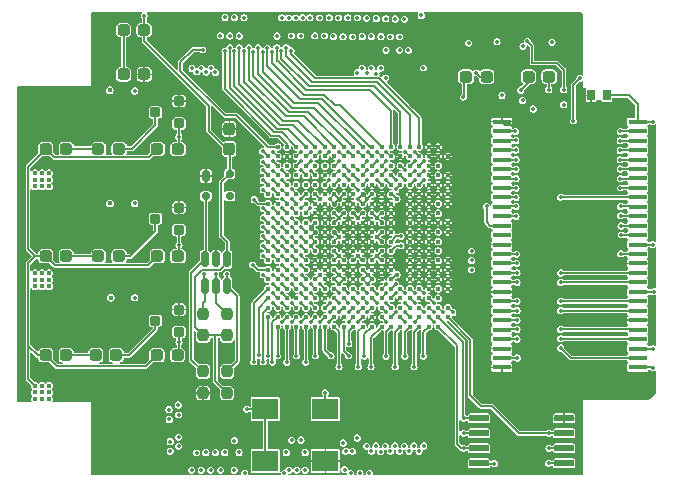
<source format=gbr>
%TF.GenerationSoftware,KiCad,Pcbnew,8.0.1*%
%TF.CreationDate,2024-12-16T22:11:05-05:00*%
%TF.ProjectId,cm,636d2e6b-6963-4616-945f-706362585858,rev?*%
%TF.SameCoordinates,Original*%
%TF.FileFunction,Copper,L1,Top*%
%TF.FilePolarity,Positive*%
%FSLAX46Y46*%
G04 Gerber Fmt 4.6, Leading zero omitted, Abs format (unit mm)*
G04 Created by KiCad (PCBNEW 8.0.1) date 2024-12-16 22:11:05*
%MOMM*%
%LPD*%
G01*
G04 APERTURE LIST*
G04 Aperture macros list*
%AMRoundRect*
0 Rectangle with rounded corners*
0 $1 Rounding radius*
0 $2 $3 $4 $5 $6 $7 $8 $9 X,Y pos of 4 corners*
0 Add a 4 corners polygon primitive as box body*
4,1,4,$2,$3,$4,$5,$6,$7,$8,$9,$2,$3,0*
0 Add four circle primitives for the rounded corners*
1,1,$1+$1,$2,$3*
1,1,$1+$1,$4,$5*
1,1,$1+$1,$6,$7*
1,1,$1+$1,$8,$9*
0 Add four rect primitives between the rounded corners*
20,1,$1+$1,$2,$3,$4,$5,0*
20,1,$1+$1,$4,$5,$6,$7,0*
20,1,$1+$1,$6,$7,$8,$9,0*
20,1,$1+$1,$8,$9,$2,$3,0*%
G04 Aperture macros list end*
%TA.AperFunction,SMDPad,CuDef*%
%ADD10RoundRect,0.200000X0.250000X0.200000X-0.250000X0.200000X-0.250000X-0.200000X0.250000X-0.200000X0*%
%TD*%
%TA.AperFunction,SMDPad,CuDef*%
%ADD11RoundRect,0.237500X0.287500X0.237500X-0.287500X0.237500X-0.287500X-0.237500X0.287500X-0.237500X0*%
%TD*%
%TA.AperFunction,BGAPad,CuDef*%
%ADD12C,0.400000*%
%TD*%
%TA.AperFunction,SMDPad,CuDef*%
%ADD13RoundRect,0.237500X0.237500X-0.300000X0.237500X0.300000X-0.237500X0.300000X-0.237500X-0.300000X0*%
%TD*%
%TA.AperFunction,SMDPad,CuDef*%
%ADD14RoundRect,0.072500X0.732500X0.217500X-0.732500X0.217500X-0.732500X-0.217500X0.732500X-0.217500X0*%
%TD*%
%TA.AperFunction,SMDPad,CuDef*%
%ADD15RoundRect,0.150000X-0.150000X0.512500X-0.150000X-0.512500X0.150000X-0.512500X0.150000X0.512500X0*%
%TD*%
%TA.AperFunction,SMDPad,CuDef*%
%ADD16RoundRect,0.237500X-0.287500X-0.237500X0.287500X-0.237500X0.287500X0.237500X-0.287500X0.237500X0*%
%TD*%
%TA.AperFunction,SMDPad,CuDef*%
%ADD17R,2.200000X1.800000*%
%TD*%
%TA.AperFunction,SMDPad,CuDef*%
%ADD18RoundRect,0.175000X-0.175000X-0.325000X0.175000X-0.325000X0.175000X0.325000X-0.175000X0.325000X0*%
%TD*%
%TA.AperFunction,SMDPad,CuDef*%
%ADD19RoundRect,0.150000X-0.200000X-0.150000X0.200000X-0.150000X0.200000X0.150000X-0.200000X0.150000X0*%
%TD*%
%TA.AperFunction,SMDPad,CuDef*%
%ADD20RoundRect,0.237500X0.237500X-0.250000X0.237500X0.250000X-0.237500X0.250000X-0.237500X-0.250000X0*%
%TD*%
%TA.AperFunction,SMDPad,CuDef*%
%ADD21R,1.510000X0.458000*%
%TD*%
%TA.AperFunction,SMDPad,CuDef*%
%ADD22RoundRect,0.237500X-0.237500X0.250000X-0.237500X-0.250000X0.237500X-0.250000X0.237500X0.250000X0*%
%TD*%
%TA.AperFunction,SMDPad,CuDef*%
%ADD23R,0.660400X0.838200*%
%TD*%
%TA.AperFunction,ViaPad*%
%ADD24C,0.350000*%
%TD*%
%TA.AperFunction,ViaPad*%
%ADD25C,0.403200*%
%TD*%
%TA.AperFunction,Conductor*%
%ADD26C,0.127000*%
%TD*%
%TA.AperFunction,Conductor*%
%ADD27C,0.152400*%
%TD*%
%TA.AperFunction,Conductor*%
%ADD28C,0.203200*%
%TD*%
%TA.AperFunction,Conductor*%
%ADD29C,0.381000*%
%TD*%
%TA.AperFunction,Conductor*%
%ADD30C,0.304800*%
%TD*%
G04 APERTURE END LIST*
D10*
%TO.P,Q1,1,G*%
%TO.N,/Power/3V3_PG*%
X103971600Y-69098200D03*
%TO.P,Q1,2,S*%
%TO.N,GND*%
X103971600Y-67198200D03*
%TO.P,Q1,3,D*%
%TO.N,Net-(D1-K)*%
X101971600Y-68148200D03*
%TD*%
D11*
%TO.P,D2,1,K*%
%TO.N,Net-(D2-K)*%
X98905000Y-80340200D03*
%TO.P,D2,2,A*%
%TO.N,Net-(D2-A)*%
X97155000Y-80340200D03*
%TD*%
%TO.P,D1,1,K*%
%TO.N,Net-(D1-K)*%
X98905000Y-71247000D03*
%TO.P,D1,2,A*%
%TO.N,Net-(D1-A)*%
X97155000Y-71247000D03*
%TD*%
%TO.P,R16,1*%
%TO.N,+5V*%
X101027200Y-61188600D03*
%TO.P,R16,2*%
%TO.N,Net-(D4-K)*%
X99277200Y-61188600D03*
%TD*%
%TO.P,D6,1,K*%
%TO.N,+3V3*%
X130022600Y-65125600D03*
%TO.P,D6,2,A*%
%TO.N,Net-(D6-A)*%
X128272600Y-65125600D03*
%TD*%
%TO.P,D3,1,K*%
%TO.N,Net-(D3-K)*%
X98665000Y-88722200D03*
%TO.P,D3,2,A*%
%TO.N,Net-(D3-A)*%
X96915000Y-88722200D03*
%TD*%
D12*
%TO.P,U9,A2,PL35A*%
%TO.N,IO_A2*%
X111520000Y-85490000D03*
%TO.P,U9,A3,PL14C*%
%TO.N,IO_A3*%
X111520000Y-84690000D03*
%TO.P,U9,A4,PL11A*%
%TO.N,IO_A4*%
X111520000Y-83890000D03*
%TO.P,U9,A5,PL11B*%
%TO.N,IO_A5*%
X111520000Y-83090000D03*
%TO.P,U9,A6,PT4A*%
%TO.N,IO_A6*%
X111520000Y-82290000D03*
%TO.P,U9,A7,PT18A*%
%TO.N,IO_A7*%
X111520000Y-81490000D03*
%TO.P,U9,A8,PT18B*%
%TO.N,IO_A8*%
X111520000Y-80690000D03*
%TO.P,U9,A9,PT60A*%
%TO.N,IO_A9*%
X111520000Y-79890000D03*
%TO.P,U9,A10,PT63A*%
%TO.N,IO_A10*%
X111520000Y-79090000D03*
%TO.P,U9,A11,PT63B*%
%TO.N,IO_A11*%
X111520000Y-78290000D03*
%TO.P,U9,A12,PT76A*%
%TO.N,IO_A12*%
X111520000Y-77490000D03*
%TO.P,U9,A13,PT76B*%
%TO.N,IO_A13*%
X111520000Y-76690000D03*
%TO.P,U9,A14,PT83A*%
%TO.N,IO_A14*%
X111520000Y-75890000D03*
%TO.P,U9,A15,PT103A*%
%TO.N,IO_A15*%
X111520000Y-75090000D03*
%TO.P,U9,A16,PT110A*%
%TO.N,IO_A16*%
X111520000Y-74290000D03*
%TO.P,U9,A17,PT116A*%
%TO.N,IO_A17*%
X111520000Y-73490000D03*
%TO.P,U9,A18,PT119A*%
%TO.N,IO_A18*%
X111520000Y-72690000D03*
%TO.P,U9,A19,PT121A*%
%TO.N,IO_A19*%
X111520000Y-71890000D03*
%TO.P,U9,B1,PL35B*%
%TO.N,IO_B1*%
X112320000Y-86290000D03*
%TO.P,U9,B2,PL35C*%
%TO.N,IO_B2*%
X112320000Y-85490000D03*
%TO.P,U9,B3,PL14D*%
%TO.N,IO_B3*%
X112320000Y-84690000D03*
%TO.P,U9,B4,PL14B*%
%TO.N,IO_B4*%
X112320000Y-83890000D03*
%TO.P,U9,B5,PL11C*%
%TO.N,IO_B5*%
X112320000Y-83090000D03*
%TO.P,U9,B6,PT4B*%
%TO.N,IO_B6*%
X112320000Y-82290000D03*
%TO.P,U9,B7,GND*%
%TO.N,GND*%
X112320000Y-81490000D03*
%TO.P,U9,B8,PT15B*%
%TO.N,IO_B8*%
X112320000Y-80690000D03*
%TO.P,U9,B9,PT58A*%
%TO.N,IO_B9*%
X112320000Y-79890000D03*
%TO.P,U9,B10,PT60B*%
%TO.N,IO_B10*%
X112320000Y-79090000D03*
%TO.P,U9,B11,PT65A*%
%TO.N,IO_B11*%
X112320000Y-78290000D03*
%TO.P,U9,B12,PT71A*%
%TO.N,IO_B12*%
X112320000Y-77490000D03*
%TO.P,U9,B13,PT78A*%
%TO.N,IO_B13*%
X112320000Y-76690000D03*
%TO.P,U9,B14,GND*%
%TO.N,GND*%
X112320000Y-75890000D03*
%TO.P,U9,B15,PT105A*%
%TO.N,IO_B15*%
X112320000Y-75090000D03*
%TO.P,U9,B16,PT110B*%
%TO.N,IO_B16*%
X112320000Y-74290000D03*
%TO.P,U9,B17,PT114A*%
%TO.N,IO_B17*%
X112320000Y-73490000D03*
%TO.P,U9,B18,PT116B*%
%TO.N,IO_B18*%
X112320000Y-72690000D03*
%TO.P,U9,B19,PT119B*%
%TO.N,IO_B19*%
X112320000Y-71890000D03*
%TO.P,U9,B20,PT121B*%
%TO.N,IO_B20*%
X112320000Y-71090000D03*
%TO.P,U9,C1,PL38A*%
%TO.N,IO_C1*%
X113120000Y-86290000D03*
%TO.P,U9,C2,PL35D*%
%TO.N,/Hirose Connectors/IO_C2*%
X113120000Y-85490000D03*
%TO.P,U9,C3,PL17C*%
%TO.N,IO_C3*%
X113120000Y-84690000D03*
%TO.P,U9,C4,PL14A*%
%TO.N,IO_C4*%
X113120000Y-83890000D03*
%TO.P,U9,C5,PL11D*%
%TO.N,IO_C5*%
X113120000Y-83090000D03*
%TO.P,U9,C6,PT11A*%
%TO.N,/Hirose Connectors/IO_C6*%
X113120000Y-82290000D03*
%TO.P,U9,C7,PT11B*%
%TO.N,/Hirose Connectors/IO_C7*%
X113120000Y-81490000D03*
%TO.P,U9,C8,PT15A*%
%TO.N,/Hirose Connectors/IO_C8*%
X113120000Y-80690000D03*
%TO.P,U9,C9,PT54A*%
%TO.N,/Hirose Connectors/IO_C9*%
X113120000Y-79890000D03*
%TO.P,U9,C10,PT58B*%
%TO.N,IO_C10*%
X113120000Y-79090000D03*
%TO.P,U9,C11,PT65B*%
%TO.N,/Hirose Connectors/IO_C11*%
X113120000Y-78290000D03*
%TO.P,U9,C12,PT71B*%
%TO.N,IO_C12*%
X113120000Y-77490000D03*
%TO.P,U9,C13,PT78B*%
%TO.N,IO_C13*%
X113120000Y-76690000D03*
%TO.P,U9,C14,PT83B*%
%TO.N,IO_C14*%
X113120000Y-75890000D03*
%TO.P,U9,C15,PT105B*%
%TO.N,IO_C15*%
X113120000Y-75090000D03*
%TO.P,U9,C16,PT112A*%
%TO.N,IO_C16*%
X113120000Y-74290000D03*
%TO.P,U9,C17,PT114B*%
%TO.N,IO_C17*%
X113120000Y-73490000D03*
%TO.P,U9,C18,PR11A*%
%TO.N,unconnected-(U9D-PR11A-PadC18)*%
X113120000Y-72690000D03*
%TO.P,U9,C19,GND*%
%TO.N,GND*%
X113120000Y-71890000D03*
%TO.P,U9,C20,PR35A*%
%TO.N,IO_C20*%
X113120000Y-71090000D03*
%TO.P,U9,D1,PL38B*%
%TO.N,IO_D1*%
X113920000Y-86290000D03*
%TO.P,U9,D2,PL38C*%
%TO.N,IO_D2*%
X113920000Y-85490000D03*
%TO.P,U9,D3,PL17D*%
%TO.N,/Hirose Connectors/IO_D3*%
X113920000Y-84690000D03*
%TO.P,U9,D4,GND*%
%TO.N,GND*%
X113920000Y-83890000D03*
%TO.P,U9,D5,PL17B*%
%TO.N,IO_D5*%
X113920000Y-83090000D03*
%TO.P,U9,D6,PT6B*%
%TO.N,IO_D6*%
X113920000Y-82290000D03*
%TO.P,U9,D7,PT9B*%
%TO.N,IO_D7*%
X113920000Y-81490000D03*
%TO.P,U9,D8,PT13B*%
%TO.N,IO_D8*%
X113920000Y-80690000D03*
%TO.P,U9,D9,PT20A*%
%TO.N,IO_D9*%
X113920000Y-79890000D03*
%TO.P,U9,D10,PT56A*%
%TO.N,IO_D10*%
X113920000Y-79090000D03*
%TO.P,U9,D11,PT69A*%
%TO.N,/Hirose Connectors/IO_D11*%
X113920000Y-78290000D03*
%TO.P,U9,D12,PT74A*%
%TO.N,IO_D12*%
X113920000Y-77490000D03*
%TO.P,U9,D13,PT80A*%
%TO.N,IO_D13*%
X113920000Y-76690000D03*
%TO.P,U9,D14,PT85A*%
%TO.N,IO_D14*%
X113920000Y-75890000D03*
%TO.P,U9,D15,PT107A*%
%TO.N,IO_D15*%
X113920000Y-75090000D03*
%TO.P,U9,D16,PT112B*%
%TO.N,unconnected-(U9C-PT112B-PadD16)*%
X113920000Y-74290000D03*
%TO.P,U9,D17,PR11B*%
%TO.N,unconnected-(U9D-PR11B-PadD17)*%
X113920000Y-73490000D03*
%TO.P,U9,D18,PR14A*%
%TO.N,IO_D18*%
X113920000Y-72690000D03*
%TO.P,U9,D19,PR35B*%
%TO.N,IO_D19*%
X113920000Y-71890000D03*
%TO.P,U9,D20,PR35C*%
%TO.N,IO_D20*%
X113920000Y-71090000D03*
%TO.P,U9,E1,PL38D*%
%TO.N,IO_E1*%
X114720000Y-86290000D03*
%TO.P,U9,E2,PL44D*%
%TO.N,IO_E2*%
X114720000Y-85490000D03*
%TO.P,U9,E3,PL20B*%
%TO.N,/Hirose Connectors/IO_E3*%
X114720000Y-84690000D03*
%TO.P,U9,E4,PL17A*%
%TO.N,IO_E4*%
X114720000Y-83890000D03*
%TO.P,U9,E5,PL20C*%
%TO.N,IO_E5*%
X114720000Y-83090000D03*
%TO.P,U9,E6,PT6A*%
%TO.N,IO_E6*%
X114720000Y-82290000D03*
%TO.P,U9,E7,PT9A*%
%TO.N,/Hirose Connectors/IO_E7*%
X114720000Y-81490000D03*
%TO.P,U9,E8,PT13A*%
%TO.N,IO_E8*%
X114720000Y-80690000D03*
%TO.P,U9,E9,PT20B*%
%TO.N,IO_E9*%
X114720000Y-79890000D03*
%TO.P,U9,E10,PT56B*%
%TO.N,IO_E10*%
X114720000Y-79090000D03*
%TO.P,U9,E11,PT69B*%
%TO.N,IO_E11*%
X114720000Y-78290000D03*
%TO.P,U9,E12,PT74B*%
%TO.N,unconnected-(U9C-PT74B-PadE12)*%
X114720000Y-77490000D03*
%TO.P,U9,E13,PT80B*%
%TO.N,IO_E13*%
X114720000Y-76690000D03*
%TO.P,U9,E14,PT85B*%
%TO.N,IO_E14*%
X114720000Y-75890000D03*
%TO.P,U9,E15,PT107B*%
%TO.N,IO_E15*%
X114720000Y-75090000D03*
%TO.P,U9,E16,PR11C*%
%TO.N,unconnected-(U9D-PR11C-PadE16)*%
X114720000Y-74290000D03*
%TO.P,U9,E17,PR14B*%
%TO.N,IO_E17*%
X114720000Y-73490000D03*
%TO.P,U9,E18,PR14C*%
%TO.N,IO_E18*%
X114720000Y-72690000D03*
%TO.P,U9,E19,PR35D*%
%TO.N,IO_E19*%
X114720000Y-71890000D03*
%TO.P,U9,E20,PR38A*%
%TO.N,IO_E20*%
X114720000Y-71090000D03*
%TO.P,U9,F1,PL47B*%
%TO.N,IO_F1*%
X115520000Y-86290000D03*
%TO.P,U9,F2,PL44C*%
%TO.N,IO_F2*%
X115520000Y-85490000D03*
%TO.P,U9,F3,PL44B*%
%TO.N,/Hirose Connectors/IO_F3*%
X115520000Y-84690000D03*
%TO.P,U9,F4,PL20A*%
%TO.N,IO_F4*%
X115520000Y-83890000D03*
%TO.P,U9,F5,PL20D*%
%TO.N,IO_F5*%
X115520000Y-83090000D03*
%TO.P,U9,F6,VCCAUX*%
%TO.N,+2V5*%
X115520000Y-82290000D03*
%TO.P,U9,F7,GND*%
%TO.N,GND*%
X115520000Y-81490000D03*
%TO.P,U9,F8,GND*%
X115520000Y-80690000D03*
%TO.P,U9,F9,VCCIO0*%
%TO.N,+3V3*%
X115520000Y-79890000D03*
%TO.P,U9,F10,VCCIO0*%
X115520000Y-79090000D03*
%TO.P,U9,F11,VCCIO1*%
X115520000Y-78290000D03*
%TO.P,U9,F12,VCCIO1*%
X115520000Y-77490000D03*
%TO.P,U9,F13,GND*%
%TO.N,GND*%
X115520000Y-76690000D03*
%TO.P,U9,F14,GND*%
X115520000Y-75890000D03*
%TO.P,U9,F15,VCCAUX*%
%TO.N,+2V5*%
X115520000Y-75090000D03*
%TO.P,U9,F16,PR11D*%
%TO.N,unconnected-(U9D-PR11D-PadF16)*%
X115520000Y-74290000D03*
%TO.P,U9,F17,PR17A*%
%TO.N,IO_F17*%
X115520000Y-73490000D03*
%TO.P,U9,F18,PR14D*%
%TO.N,unconnected-(U9D-PR14D-PadF18)*%
X115520000Y-72690000D03*
%TO.P,U9,F19,PR38B*%
%TO.N,IO_F19*%
X115520000Y-71890000D03*
%TO.P,U9,F20,PR38C*%
%TO.N,IO_F20*%
X115520000Y-71090000D03*
%TO.P,U9,G1,PL47D*%
%TO.N,IO_G1*%
X116320000Y-86290000D03*
%TO.P,U9,G2,PL47A*%
%TO.N,CLK_25MHZ*%
X116320000Y-85490000D03*
%TO.P,U9,G3,PL44A*%
%TO.N,/Hirose Connectors/IO_G3*%
X116320000Y-84690000D03*
%TO.P,U9,G4,GND*%
%TO.N,GND*%
X116320000Y-83890000D03*
%TO.P,U9,G5,PL41B*%
%TO.N,IO_G5*%
X116320000Y-83090000D03*
%TO.P,U9,G6,GND*%
%TO.N,GND*%
X116320000Y-82290000D03*
%TO.P,U9,G7,GND*%
X116320000Y-81490000D03*
%TO.P,U9,G8,GND*%
X116320000Y-80690000D03*
%TO.P,U9,G9,GND*%
X116320000Y-79890000D03*
%TO.P,U9,G10,GND*%
X116320000Y-79090000D03*
%TO.P,U9,G11,GND*%
X116320000Y-78290000D03*
%TO.P,U9,G12,GND*%
X116320000Y-77490000D03*
%TO.P,U9,G13,GND*%
X116320000Y-76690000D03*
%TO.P,U9,G14,GND*%
X116320000Y-75890000D03*
%TO.P,U9,G15,GND*%
X116320000Y-75090000D03*
%TO.P,U9,G16,PR17C*%
%TO.N,SDRAM_A7*%
X116320000Y-74290000D03*
%TO.P,U9,G17,GND*%
%TO.N,GND*%
X116320000Y-73490000D03*
%TO.P,U9,G18,PR17B*%
%TO.N,unconnected-(U9D-PR17B-PadG18)*%
X116320000Y-72690000D03*
%TO.P,U9,G19,PR41A*%
%TO.N,SDRAM_A0*%
X116320000Y-71890000D03*
%TO.P,U9,G20,PR38D*%
%TO.N,IO_G20*%
X116320000Y-71090000D03*
%TO.P,U9,H1,PL53C*%
%TO.N,IO_H1*%
X117120000Y-86290000D03*
%TO.P,U9,H2,PL47C*%
%TO.N,/Hirose Connectors/IO_H2*%
X117120000Y-85490000D03*
%TO.P,U9,H3,PL41D*%
%TO.N,/Hirose Connectors/IO_H3*%
X117120000Y-84690000D03*
%TO.P,U9,H4,PL41A*%
%TO.N,SDRAM_DQM1*%
X117120000Y-83890000D03*
%TO.P,U9,H5,PL41C*%
%TO.N,SDRAM_D8*%
X117120000Y-83090000D03*
%TO.P,U9,H6,VCCIO7*%
%TO.N,+3V3*%
X117120000Y-82290000D03*
%TO.P,U9,H7,VCCIO7*%
X117120000Y-81490000D03*
%TO.P,U9,H8,VCC*%
%TO.N,+1V1*%
X117120000Y-80690000D03*
%TO.P,U9,H9,VCC*%
X117120000Y-79890000D03*
%TO.P,U9,H10,VCC*%
X117120000Y-79090000D03*
%TO.P,U9,H11,VCC*%
X117120000Y-78290000D03*
%TO.P,U9,H12,VCC*%
X117120000Y-77490000D03*
%TO.P,U9,H13,VCC*%
X117120000Y-76690000D03*
%TO.P,U9,H14,VCCIO2*%
%TO.N,+3V3*%
X117120000Y-75890000D03*
%TO.P,U9,H15,VCCIO2*%
X117120000Y-75090000D03*
%TO.P,U9,H16,PR17D*%
%TO.N,SDRAM_BA1*%
X117120000Y-74290000D03*
%TO.P,U9,H17,PR20B*%
%TO.N,SDRAM_A8*%
X117120000Y-73490000D03*
%TO.P,U9,H18,PR20A*%
%TO.N,SDRAM_A10*%
X117120000Y-72690000D03*
%TO.P,U9,H19,GND*%
%TO.N,GND*%
X117120000Y-71890000D03*
%TO.P,U9,H20,PR41B*%
%TO.N,IO_H20*%
X117120000Y-71090000D03*
%TO.P,U9,J1,PL53B*%
%TO.N,IO_J1*%
X117920000Y-86290000D03*
%TO.P,U9,J2,GND*%
%TO.N,GND*%
X117920000Y-85490000D03*
%TO.P,U9,J3,PL50C*%
%TO.N,/Hirose Connectors/IO_J3*%
X117920000Y-84690000D03*
%TO.P,U9,J4,PL50A*%
%TO.N,SDRAM_D9*%
X117920000Y-83890000D03*
%TO.P,U9,J5,PL50B*%
%TO.N,SDRAM_D10*%
X117920000Y-83090000D03*
%TO.P,U9,J6,VCCIO7*%
%TO.N,+3V3*%
X117920000Y-82290000D03*
%TO.P,U9,J7,GND*%
%TO.N,GND*%
X117920000Y-81490000D03*
%TO.P,U9,J8,VCC*%
%TO.N,+1V1*%
X117920000Y-80690000D03*
%TO.P,U9,J9,GND*%
%TO.N,GND*%
X117920000Y-79890000D03*
%TO.P,U9,J10,GND*%
X117920000Y-79090000D03*
%TO.P,U9,J11,GND*%
X117920000Y-78290000D03*
%TO.P,U9,J12,GND*%
X117920000Y-77490000D03*
%TO.P,U9,J13,VCC*%
%TO.N,+1V1*%
X117920000Y-76690000D03*
%TO.P,U9,J14,GND*%
%TO.N,GND*%
X117920000Y-75890000D03*
%TO.P,U9,J15,VCCIO2*%
%TO.N,+3V3*%
X117920000Y-75090000D03*
%TO.P,U9,J16,PR20D*%
%TO.N,unconnected-(U9D-PR20D-PadJ16)*%
X117920000Y-74290000D03*
%TO.P,U9,J17,PR20C*%
%TO.N,SDRAM_BA0*%
X117920000Y-73490000D03*
%TO.P,U9,J18,PR41C*%
%TO.N,SDRAM_A9*%
X117920000Y-72690000D03*
%TO.P,U9,J19,PR44A*%
%TO.N,IO_J19*%
X117920000Y-71890000D03*
%TO.P,U9,J20,PR44C*%
%TO.N,IO_J20*%
X117920000Y-71090000D03*
%TO.P,U9,K1,PL53D*%
%TO.N,IO_K1*%
X118720000Y-86290000D03*
%TO.P,U9,K2,PL53A*%
%TO.N,/Hirose Connectors/IO_K2*%
X118720000Y-85490000D03*
%TO.P,U9,K3,PL50D*%
%TO.N,/Hirose Connectors/IO_K3*%
X118720000Y-84690000D03*
%TO.P,U9,K4,PL56A*%
%TO.N,SDRAM_D11*%
X118720000Y-83890000D03*
%TO.P,U9,K5,PL56B*%
%TO.N,SDRAM_D12*%
X118720000Y-83090000D03*
%TO.P,U9,K6,GND*%
%TO.N,GND*%
X118720000Y-82290000D03*
%TO.P,U9,K7,GND*%
X118720000Y-81490000D03*
%TO.P,U9,K8,VCC*%
%TO.N,+1V1*%
X118720000Y-80690000D03*
%TO.P,U9,K9,GND*%
%TO.N,GND*%
X118720000Y-79890000D03*
%TO.P,U9,K10,GND*%
X118720000Y-79090000D03*
%TO.P,U9,K11,GND*%
X118720000Y-78290000D03*
%TO.P,U9,K12,GND*%
X118720000Y-77490000D03*
%TO.P,U9,K13,VCC*%
%TO.N,+1V1*%
X118720000Y-76690000D03*
%TO.P,U9,K14,GND*%
%TO.N,GND*%
X118720000Y-75890000D03*
%TO.P,U9,K15,GND*%
X118720000Y-75090000D03*
%TO.P,U9,K16,PR29A*%
%TO.N,SDRAM_RASN*%
X118720000Y-74290000D03*
%TO.P,U9,K17,PR29B*%
%TO.N,SDRAM_CASN*%
X118720000Y-73490000D03*
%TO.P,U9,K18,PR41D*%
%TO.N,SDRAM_WEN*%
X118720000Y-72690000D03*
%TO.P,U9,K19,PR44B*%
%TO.N,IO_K19*%
X118720000Y-71890000D03*
%TO.P,U9,K20,PR44D*%
%TO.N,IO_K20*%
X118720000Y-71090000D03*
%TO.P,U9,L1,PL89C*%
%TO.N,IO_L1*%
X119520000Y-86290000D03*
%TO.P,U9,L2,PL86D*%
%TO.N,/Hirose Connectors/IO_L2*%
X119520000Y-85490000D03*
%TO.P,U9,L3,PL86C*%
%TO.N,/Hirose Connectors/IO_L3*%
X119520000Y-84690000D03*
%TO.P,U9,L4,PL56C*%
%TO.N,SDRAM_D13*%
X119520000Y-83890000D03*
%TO.P,U9,L5,PL56D*%
%TO.N,SDRAM_D14*%
X119520000Y-83090000D03*
%TO.P,U9,L6,VCCIO6*%
%TO.N,+3V3*%
X119520000Y-82290000D03*
%TO.P,U9,L7,VCCIO6*%
X119520000Y-81490000D03*
%TO.P,U9,L8,VCC*%
%TO.N,+1V1*%
X119520000Y-80690000D03*
%TO.P,U9,L9,GND*%
%TO.N,GND*%
X119520000Y-79890000D03*
%TO.P,U9,L10,GND*%
X119520000Y-79090000D03*
%TO.P,U9,L11,GND*%
X119520000Y-78290000D03*
%TO.P,U9,L12,GND*%
X119520000Y-77490000D03*
%TO.P,U9,L13,VCC*%
%TO.N,+1V1*%
X119520000Y-76690000D03*
%TO.P,U9,L14,VCCIO3*%
%TO.N,+3V3*%
X119520000Y-75890000D03*
%TO.P,U9,L15,VCCIO3*%
X119520000Y-75090000D03*
%TO.P,U9,L16,PR50A*%
%TO.N,SDRAM_DQM0*%
X119520000Y-74290000D03*
%TO.P,U9,L17,PR50B*%
%TO.N,SDRAM_D7*%
X119520000Y-73490000D03*
%TO.P,U9,L18,PR50C*%
%TO.N,SDRAM_D4*%
X119520000Y-72690000D03*
%TO.P,U9,L19,PR47C*%
%TO.N,IO_L19*%
X119520000Y-71890000D03*
%TO.P,U9,L20,PR47A*%
%TO.N,IO_L20*%
X119520000Y-71090000D03*
%TO.P,U9,M1,PL89B*%
%TO.N,IO_M1*%
X120320000Y-86290000D03*
%TO.P,U9,M2,GND*%
%TO.N,GND*%
X120320000Y-85490000D03*
%TO.P,U9,M3,PL86B*%
%TO.N,/Hirose Connectors/IO_M3*%
X120320000Y-84690000D03*
%TO.P,U9,M4,PL83A*%
%TO.N,SDRAM_D0*%
X120320000Y-83890000D03*
%TO.P,U9,M5,PL77A*%
%TO.N,SDRAM_D15*%
X120320000Y-83090000D03*
%TO.P,U9,M6,VCCIO6*%
%TO.N,+3V3*%
X120320000Y-82290000D03*
%TO.P,U9,M7,GND*%
%TO.N,GND*%
X120320000Y-81490000D03*
%TO.P,U9,M8,VCC*%
%TO.N,+1V1*%
X120320000Y-80690000D03*
%TO.P,U9,M9,GND*%
%TO.N,GND*%
X120320000Y-79890000D03*
%TO.P,U9,M10,GND*%
X120320000Y-79090000D03*
%TO.P,U9,M11,GND*%
X120320000Y-78290000D03*
%TO.P,U9,M12,GND*%
X120320000Y-77490000D03*
%TO.P,U9,M13,VCC*%
%TO.N,+1V1*%
X120320000Y-76690000D03*
%TO.P,U9,M14,GND*%
%TO.N,GND*%
X120320000Y-75890000D03*
%TO.P,U9,M15,VCCIO3*%
%TO.N,+3V3*%
X120320000Y-75090000D03*
%TO.P,U9,M16,GND*%
%TO.N,GND*%
X120320000Y-74290000D03*
%TO.P,U9,M17,PR53B*%
%TO.N,SDRAM_D5*%
X120320000Y-73490000D03*
%TO.P,U9,M18,PR50D*%
%TO.N,SDRAM_D3*%
X120320000Y-72690000D03*
%TO.P,U9,M19,PR47D*%
%TO.N,IO_M19*%
X120320000Y-71890000D03*
%TO.P,U9,M20,PR47B*%
%TO.N,IO_M20*%
X120320000Y-71090000D03*
%TO.P,U9,N1,PL89D*%
%TO.N,IO_N1*%
X121120000Y-86290000D03*
%TO.P,U9,N2,PL89A*%
%TO.N,/Hirose Connectors/IO_N2*%
X121120000Y-85490000D03*
%TO.P,U9,N3,PL86A*%
%TO.N,/Hirose Connectors/IO_N3*%
X121120000Y-84690000D03*
%TO.P,U9,N4,PL83C*%
%TO.N,/Hirose Connectors/IO_N4*%
X121120000Y-83890000D03*
%TO.P,U9,N5,PL83B*%
%TO.N,/Hirose Connectors/IO_N5*%
X121120000Y-83090000D03*
%TO.P,U9,N6,GND*%
%TO.N,GND*%
X121120000Y-82290000D03*
%TO.P,U9,N7,GND*%
X121120000Y-81490000D03*
%TO.P,U9,N8,VCC*%
%TO.N,+1V1*%
X121120000Y-80690000D03*
%TO.P,U9,N9,VCC*%
X121120000Y-79890000D03*
%TO.P,U9,N10,VCC*%
X121120000Y-79090000D03*
%TO.P,U9,N11,VCC*%
X121120000Y-78290000D03*
%TO.P,U9,N12,VCC*%
X121120000Y-77490000D03*
%TO.P,U9,N13,VCC*%
X121120000Y-76690000D03*
%TO.P,U9,N14,GND*%
%TO.N,GND*%
X121120000Y-75890000D03*
%TO.P,U9,N15,GND*%
X121120000Y-75090000D03*
%TO.P,U9,N16,PR53A*%
%TO.N,SDRAM_D6*%
X121120000Y-74290000D03*
%TO.P,U9,N17,PR56A*%
%TO.N,SDRAM_D1*%
X121120000Y-73490000D03*
%TO.P,U9,N18,PR53C*%
%TO.N,SDRAM_D2*%
X121120000Y-72690000D03*
%TO.P,U9,N19,PR83A*%
%TO.N,IO_N19*%
X121120000Y-71890000D03*
%TO.P,U9,N20,PR83B*%
%TO.N,IO_N20*%
X121120000Y-71090000D03*
%TO.P,U9,P1,PL92A*%
%TO.N,/Hirose Connectors/IO_P1*%
X121920000Y-86290000D03*
%TO.P,U9,P2,PL92B*%
%TO.N,/Hirose Connectors/IO_P2*%
X121920000Y-85490000D03*
%TO.P,U9,P3,PL92C*%
%TO.N,/Hirose Connectors/IO_P3*%
X121920000Y-84690000D03*
%TO.P,U9,P4,PL92D*%
%TO.N,/Hirose Connectors/IO_P4*%
X121920000Y-83890000D03*
%TO.P,U9,P5,PL83D*%
%TO.N,/Hirose Connectors/IO_P5*%
X121920000Y-83090000D03*
%TO.P,U9,P6,VCCAUX*%
%TO.N,+2V5*%
X121920000Y-82290000D03*
%TO.P,U9,P7,GND*%
%TO.N,GND*%
X121920000Y-81490000D03*
%TO.P,U9,P8,GND*%
X121920000Y-80690000D03*
%TO.P,U9,P9,VCCIO8*%
%TO.N,+3V3*%
X121920000Y-79890000D03*
%TO.P,U9,P10,VCCIO8*%
X121920000Y-79090000D03*
%TO.P,U9,P11,GND*%
%TO.N,GND*%
X121920000Y-78290000D03*
%TO.P,U9,P12,GND*%
X121920000Y-77490000D03*
%TO.P,U9,P13,GND*%
X121920000Y-76690000D03*
%TO.P,U9,P14,GND*%
X121920000Y-75890000D03*
%TO.P,U9,P15,VCCAUX*%
%TO.N,+2V5*%
X121920000Y-75090000D03*
%TO.P,U9,P16,PR56B*%
%TO.N,SDRAM_CSN*%
X121920000Y-74290000D03*
%TO.P,U9,P17,PR53D*%
%TO.N,SDRAM_A11*%
X121920000Y-73490000D03*
%TO.P,U9,P18,PR83D*%
%TO.N,unconnected-(U9E-PR83D-PadP18)*%
X121920000Y-72690000D03*
%TO.P,U9,P19,PR83C*%
%TO.N,IO_P19*%
X121920000Y-71890000D03*
%TO.P,U9,P20,PR86A*%
%TO.N,IO_P20*%
X121920000Y-71090000D03*
%TO.P,U9,R1,PB4A*%
%TO.N,IO_R1*%
X122720000Y-86290000D03*
%TO.P,U9,R2,PB15A*%
%TO.N,/Flash + JTAG/FLASH_CSN*%
X122720000Y-85490000D03*
%TO.P,U9,R3,PB15B*%
%TO.N,unconnected-(U9H-PB15B-PadR3)*%
X122720000Y-84690000D03*
%TO.P,U9,R4,CFG_2*%
%TO.N,GND*%
X122720000Y-83890000D03*
%TO.P,U9,R5,TDI*%
%TO.N,JTAG_TDI*%
X122720000Y-83090000D03*
%TO.P,U9,R16,PR56C*%
%TO.N,SDRAM_A12*%
X122720000Y-74290000D03*
%TO.P,U9,R17,PR56D*%
%TO.N,SDRAM_CLK*%
X122720000Y-73490000D03*
%TO.P,U9,R18,PR89B*%
%TO.N,SDRAM_CKE*%
X122720000Y-72690000D03*
%TO.P,U9,R19,GND*%
%TO.N,GND*%
X122720000Y-71890000D03*
%TO.P,U9,R20,PR86B*%
%TO.N,IO_R20*%
X122720000Y-71090000D03*
%TO.P,U9,T1,PB4B*%
%TO.N,IO_T1*%
X123520000Y-86290000D03*
%TO.P,U9,T2,PB13A*%
%TO.N,/Flash + JTAG/SN_CSN*%
X123520000Y-85490000D03*
%TO.P,U9,T3,PB18A*%
%TO.N,/Flash + JTAG/WRITEN*%
X123520000Y-84690000D03*
%TO.P,U9,T4,CFG_1*%
%TO.N,Net-(U9I-CFG_1)*%
X123520000Y-83890000D03*
%TO.P,U9,T5,TCK*%
%TO.N,JTAG_TCK*%
X123520000Y-83090000D03*
%TO.P,U9,T6,GND*%
%TO.N,GND*%
X123520000Y-82290000D03*
%TO.P,U9,T7,GND*%
X123520000Y-81490000D03*
%TO.P,U9,T8,GND*%
X123520000Y-80690000D03*
%TO.P,U9,T9,GND*%
X123520000Y-79890000D03*
%TO.P,U9,T10,GND*%
X123520000Y-79090000D03*
%TO.P,U9,T11,GND*%
X123520000Y-78290000D03*
%TO.P,U9,T12,GND*%
X123520000Y-77490000D03*
%TO.P,U9,T13,GND*%
X123520000Y-76690000D03*
%TO.P,U9,T14,GND*%
X123520000Y-75890000D03*
%TO.P,U9,T15,GND*%
X123520000Y-75090000D03*
%TO.P,U9,T16,PR77A*%
%TO.N,SDRAM_A6*%
X123520000Y-74290000D03*
%TO.P,U9,T17,PR92D*%
%TO.N,SDRAM_A5*%
X123520000Y-73490000D03*
%TO.P,U9,T18,PR89D*%
%TO.N,SDRAM_A4*%
X123520000Y-72690000D03*
%TO.P,U9,T19,PR89A*%
%TO.N,IO_T19*%
X123520000Y-71890000D03*
%TO.P,U9,T20,PR86C*%
%TO.N,IO_T20*%
X123520000Y-71090000D03*
%TO.P,U9,U1,PB6A*%
%TO.N,IO_U1*%
X124320000Y-86290000D03*
%TO.P,U9,U2,PB13B*%
%TO.N,/Flash + JTAG/CS1N*%
X124320000Y-85490000D03*
%TO.P,U9,U3,CCLK*%
%TO.N,/Flash + JTAG/FLASH_SCK*%
X124320000Y-84690000D03*
%TO.P,U9,U4,CFG_0*%
%TO.N,GND*%
X124320000Y-83890000D03*
%TO.P,U9,U5,TMS*%
%TO.N,JTAG_TMS*%
X124320000Y-83090000D03*
%TO.P,U9,U6,GND*%
%TO.N,GND*%
X124320000Y-82290000D03*
%TO.P,U9,U7,GND*%
X124320000Y-81490000D03*
%TO.P,U9,U8,GND*%
X124320000Y-80690000D03*
%TO.P,U9,U9,GND*%
X124320000Y-79890000D03*
%TO.P,U9,U10,GND*%
X124320000Y-79090000D03*
%TO.P,U9,U11,GND*%
X124320000Y-78290000D03*
%TO.P,U9,U12,GND*%
X124320000Y-77490000D03*
%TO.P,U9,U13,GND*%
X124320000Y-76690000D03*
%TO.P,U9,U14,GND*%
X124320000Y-75890000D03*
%TO.P,U9,U15,GND*%
X124320000Y-75090000D03*
%TO.P,U9,U16,PR92C*%
%TO.N,SDRAM_A1*%
X124320000Y-74290000D03*
%TO.P,U9,U17,PR92B*%
%TO.N,SDRAM_A2*%
X124320000Y-73490000D03*
%TO.P,U9,U18,PR92A*%
%TO.N,SDRAM_A3*%
X124320000Y-72690000D03*
%TO.P,U9,U19,PR89C*%
%TO.N,IO_U19*%
X124320000Y-71890000D03*
%TO.P,U9,U20,PR86D*%
%TO.N,IO_U20*%
X124320000Y-71090000D03*
%TO.P,U9,V1,PB6B*%
%TO.N,IO_V1*%
X125120000Y-86290000D03*
%TO.P,U9,V2,PB11A*%
%TO.N,/Flash + JTAG/FLASH_IO1*%
X125120000Y-85490000D03*
%TO.P,U9,V3,~{INIT}*%
%TO.N,ECP5_INITN*%
X125120000Y-84690000D03*
%TO.P,U9,V4,TDO*%
%TO.N,JTAG_TDO*%
X125120000Y-83890000D03*
%TO.P,U9,V5,GND*%
%TO.N,GND*%
X125120000Y-83090000D03*
%TO.P,U9,V6,GND*%
X125120000Y-82290000D03*
%TO.P,U9,V7,GND*%
X125120000Y-81490000D03*
%TO.P,U9,V8,GND*%
X125120000Y-80690000D03*
%TO.P,U9,V9,GND*%
X125120000Y-79890000D03*
%TO.P,U9,V10,GND*%
X125120000Y-79090000D03*
%TO.P,U9,V11,GND*%
X125120000Y-78290000D03*
%TO.P,U9,V12,GND*%
X125120000Y-77490000D03*
%TO.P,U9,V13,GND*%
X125120000Y-76690000D03*
%TO.P,U9,V14,GND*%
X125120000Y-75890000D03*
%TO.P,U9,V15,GND*%
X125120000Y-75090000D03*
%TO.P,U9,V16,GND*%
X125120000Y-74290000D03*
%TO.P,U9,V17,GND*%
X125120000Y-73490000D03*
%TO.P,U9,V18,GND*%
X125120000Y-72690000D03*
%TO.P,U9,V19,GND*%
X125120000Y-71890000D03*
%TO.P,U9,V20,GND*%
X125120000Y-71090000D03*
%TO.P,U9,W1,PB9A*%
%TO.N,/Flash + JTAG/FLASH_IO3*%
X125920000Y-86290000D03*
%TO.P,U9,W2,PB11B*%
%TO.N,/Flash + JTAG/FLASH_IO0*%
X125920000Y-85490000D03*
%TO.P,U9,W3,~{PROGRAM}*%
%TO.N,ECP5_PRGMN_BTN*%
X125920000Y-84690000D03*
%TO.P,U9,W4,RESERVED*%
%TO.N,unconnected-(U9A-RESERVED-PadW4)*%
X125920000Y-83890000D03*
%TO.P,U9,W5,RESERVED*%
%TO.N,unconnected-(U9A-RESERVED-PadW5)*%
X125920000Y-83090000D03*
%TO.P,U9,W6,GND*%
%TO.N,GND*%
X125920000Y-82290000D03*
%TO.P,U9,W7,GND*%
X125920000Y-81490000D03*
%TO.P,U9,W8,RESERVED*%
%TO.N,unconnected-(U9A-RESERVED-PadW8)*%
X125920000Y-80690000D03*
%TO.P,U9,W9,RESERVED*%
%TO.N,unconnected-(U9A-RESERVED-PadW9)*%
X125920000Y-79890000D03*
%TO.P,U9,W10,RESERVED*%
%TO.N,unconnected-(U9I-RESERVED-PadW10)*%
X125920000Y-79090000D03*
%TO.P,U9,W11,RESERVED*%
%TO.N,unconnected-(U9I-RESERVED-PadW11)*%
X125920000Y-78290000D03*
%TO.P,U9,W12,GND*%
%TO.N,GND*%
X125920000Y-77490000D03*
%TO.P,U9,W13,RESERVED*%
%TO.N,unconnected-(U9A-RESERVED-PadW13)*%
X125920000Y-76690000D03*
%TO.P,U9,W14,RESERVED*%
%TO.N,unconnected-(U9A-RESERVED-PadW14)*%
X125920000Y-75890000D03*
%TO.P,U9,W15,GND*%
%TO.N,GND*%
X125920000Y-75090000D03*
%TO.P,U9,W16,GND*%
X125920000Y-74290000D03*
%TO.P,U9,W17,RESERVED*%
%TO.N,unconnected-(U9A-RESERVED-PadW17)*%
X125920000Y-73490000D03*
%TO.P,U9,W18,RESERVED*%
%TO.N,unconnected-(U9A-RESERVED-PadW18)*%
X125920000Y-72690000D03*
%TO.P,U9,W19,GND*%
%TO.N,GND*%
X125920000Y-71890000D03*
%TO.P,U9,W20,GND*%
X125920000Y-71090000D03*
%TO.P,U9,Y2,PB9B*%
%TO.N,/Flash + JTAG/FLASH_IO2*%
X126720000Y-85490000D03*
%TO.P,U9,Y3,DONE*%
%TO.N,ECP5_DONE*%
X126720000Y-84690000D03*
%TO.P,U9,Y5,GND*%
%TO.N,GND*%
X126720000Y-83090000D03*
%TO.P,U9,Y6,GND*%
X126720000Y-82290000D03*
%TO.P,U9,Y7,GND*%
X126720000Y-81490000D03*
%TO.P,U9,Y8,GND*%
X126720000Y-80690000D03*
%TO.P,U9,Y11,GND*%
X126720000Y-78290000D03*
%TO.P,U9,Y12,GND*%
X126720000Y-77490000D03*
%TO.P,U9,Y14,GND*%
X126720000Y-75890000D03*
%TO.P,U9,Y15,GND*%
X126720000Y-75090000D03*
%TO.P,U9,Y16,GND*%
X126720000Y-74290000D03*
%TO.P,U9,Y17,GND*%
X126720000Y-73490000D03*
%TO.P,U9,Y19,GND*%
X126720000Y-71890000D03*
%TD*%
D13*
%TO.P,C11,1*%
%TO.N,+5V*%
X108229400Y-71271300D03*
%TO.P,C11,2*%
%TO.N,GND*%
X108229400Y-69546300D03*
%TD*%
D11*
%TO.P,R10,1*%
%TO.N,Net-(D2-A)*%
X94434600Y-80340200D03*
%TO.P,R10,2*%
%TO.N,+3V3*%
X92684600Y-80340200D03*
%TD*%
D14*
%TO.P,U11,1,/CS*%
%TO.N,/Flash + JTAG/FLASH_CSN*%
X136590000Y-97870000D03*
%TO.P,U11,2,DO(IO1)*%
%TO.N,/Flash + JTAG/FLASH_IO1*%
X136590000Y-96600000D03*
%TO.P,U11,3,/WP(IO2)*%
%TO.N,/Flash + JTAG/FLASH_IO2*%
X136590000Y-95330000D03*
%TO.P,U11,4,GND*%
%TO.N,GND*%
X136590000Y-94060000D03*
%TO.P,U11,5,DI(IO0)*%
%TO.N,/Flash + JTAG/FLASH_IO0*%
X129380000Y-94060000D03*
%TO.P,U11,6,CLK*%
%TO.N,/Flash + JTAG/FLASH_SCK*%
X129380000Y-95330000D03*
%TO.P,U11,7,/HOLD/RESET(IO3)*%
%TO.N,/Flash + JTAG/FLASH_IO3*%
X129380000Y-96600000D03*
%TO.P,U11,8,VCC*%
%TO.N,+3V3*%
X129380000Y-97870000D03*
%TD*%
D10*
%TO.P,Q3,1,G*%
%TO.N,/Power/1V1_PG*%
X103971600Y-86751200D03*
%TO.P,Q3,2,S*%
%TO.N,GND*%
X103971600Y-84851200D03*
%TO.P,Q3,3,D*%
%TO.N,Net-(D3-K)*%
X101971600Y-85801200D03*
%TD*%
D15*
%TO.P,U8,1,VCC*%
%TO.N,+5V*%
X108061800Y-80599700D03*
%TO.P,U8,2,GND*%
%TO.N,GND*%
X107111800Y-80599700D03*
%TO.P,U8,3,EN*%
%TO.N,Net-(U7-~{RESET})*%
X106161800Y-80599700D03*
%TO.P,U8,4,FLAG3*%
%TO.N,/Power/2V5_EN*%
X106161800Y-82874700D03*
%TO.P,U8,5,FLAG2*%
%TO.N,/Power/3V3_EN*%
X107111800Y-82874700D03*
%TO.P,U8,6,FLAG1*%
%TO.N,/Power/1V1_EN*%
X108061800Y-82874700D03*
%TD*%
D16*
%TO.P,D4,1,K*%
%TO.N,Net-(D4-K)*%
X99277200Y-64947800D03*
%TO.P,D4,2,A*%
%TO.N,GND*%
X101027200Y-64947800D03*
%TD*%
D17*
%TO.P,Y1,1,1*%
%TO.N,+3V3*%
X111277400Y-97668800D03*
%TO.P,Y1,2,2*%
%TO.N,GND*%
X116357400Y-97668800D03*
%TO.P,Y1,3,3*%
%TO.N,CLK_25MHZ*%
X116357400Y-93268800D03*
%TO.P,Y1,4,4*%
%TO.N,+3V3*%
X111277400Y-93268800D03*
%TD*%
D11*
%TO.P,R9,1*%
%TO.N,/Power/2V5_PG*%
X103886000Y-80340200D03*
%TO.P,R9,2*%
%TO.N,+3V3*%
X102136000Y-80340200D03*
%TD*%
%TO.P,R14,1*%
%TO.N,/Power/1V1_PG*%
X103846600Y-88722200D03*
%TO.P,R14,2*%
%TO.N,+3V3*%
X102096600Y-88722200D03*
%TD*%
D18*
%TO.P,U7,1,GND*%
%TO.N,GND*%
X106264200Y-73545000D03*
D19*
%TO.P,U7,2,~{RESET}*%
%TO.N,Net-(U7-~{RESET})*%
X106264200Y-75245000D03*
%TO.P,U7,3,~{MR}*%
%TO.N,unconnected-(U7-~{MR}-Pad3)*%
X108264200Y-75245000D03*
%TO.P,U7,4,VCC*%
%TO.N,+5V*%
X108264200Y-73345000D03*
%TD*%
D16*
%TO.P,D5,1,K*%
%TO.N,ECP5_INITN*%
X133567200Y-65125600D03*
%TO.P,D5,2,A*%
%TO.N,Net-(D5-A)*%
X135317200Y-65125600D03*
%TD*%
D11*
%TO.P,R4,1*%
%TO.N,/Power/3V3_PG*%
X103886000Y-71247000D03*
%TO.P,R4,2*%
%TO.N,+3V3*%
X102136000Y-71247000D03*
%TD*%
D20*
%TO.P,R18,1*%
%TO.N,+5V*%
X108026200Y-91920700D03*
%TO.P,R18,2*%
%TO.N,/Power/1V1_EN*%
X108026200Y-90095700D03*
%TD*%
D10*
%TO.P,Q2,1,G*%
%TO.N,/Power/2V5_PG*%
X103971600Y-78115200D03*
%TO.P,Q2,2,S*%
%TO.N,GND*%
X103971600Y-76215200D03*
%TO.P,Q2,3,D*%
%TO.N,Net-(D2-K)*%
X101971600Y-77165200D03*
%TD*%
D21*
%TO.P,U10,1,VDD*%
%TO.N,+3V3*%
X142808400Y-89749600D03*
%TO.P,U10,2,DQ0*%
%TO.N,SDRAM_D0*%
X142808400Y-88949600D03*
%TO.P,U10,3,VDDQ*%
%TO.N,+3V3*%
X142808400Y-88149600D03*
%TO.P,U10,4,DQ1*%
%TO.N,SDRAM_D1*%
X142808400Y-87349600D03*
%TO.P,U10,5,DQ2*%
%TO.N,SDRAM_D2*%
X142808400Y-86549600D03*
%TO.P,U10,6,VSSQ*%
%TO.N,GND*%
X142808400Y-85749600D03*
%TO.P,U10,7,DQ3*%
%TO.N,SDRAM_D3*%
X142808400Y-84949600D03*
%TO.P,U10,8,DQ4*%
%TO.N,SDRAM_D4*%
X142808400Y-84149600D03*
%TO.P,U10,9,VDDQ*%
%TO.N,+3V3*%
X142808400Y-83349600D03*
%TO.P,U10,10,DQ5*%
%TO.N,SDRAM_D5*%
X142808400Y-82549600D03*
%TO.P,U10,11,DQ6*%
%TO.N,SDRAM_D6*%
X142808400Y-81749600D03*
%TO.P,U10,12,VSSQ*%
%TO.N,GND*%
X142808400Y-80949600D03*
%TO.P,U10,13,DQ7*%
%TO.N,SDRAM_D7*%
X142808400Y-80149600D03*
%TO.P,U10,14,VDD*%
%TO.N,+3V3*%
X142808400Y-79349600D03*
%TO.P,U10,15,DQML*%
%TO.N,SDRAM_DQM0*%
X142808400Y-78549600D03*
%TO.P,U10,16,~{WE}*%
%TO.N,SDRAM_WEN*%
X142808400Y-77749600D03*
%TO.P,U10,17,~{CAS}*%
%TO.N,SDRAM_CASN*%
X142808400Y-76949600D03*
%TO.P,U10,18,~{RAS}*%
%TO.N,SDRAM_RASN*%
X142808400Y-76149600D03*
%TO.P,U10,19,~{CS}*%
%TO.N,SDRAM_CSN*%
X142808400Y-75349600D03*
%TO.P,U10,20,BA0*%
%TO.N,SDRAM_BA0*%
X142808400Y-74549600D03*
%TO.P,U10,21,BA1*%
%TO.N,SDRAM_BA1*%
X142808400Y-73749600D03*
%TO.P,U10,22,A10*%
%TO.N,SDRAM_A10*%
X142808400Y-72949600D03*
%TO.P,U10,23,A0*%
%TO.N,SDRAM_A0*%
X142808400Y-72149600D03*
%TO.P,U10,24,A1*%
%TO.N,SDRAM_A1*%
X142808400Y-71349600D03*
%TO.P,U10,25,A2*%
%TO.N,SDRAM_A2*%
X142808400Y-70549600D03*
%TO.P,U10,26,A3*%
%TO.N,SDRAM_A3*%
X142808400Y-69749600D03*
%TO.P,U10,27,VDD*%
%TO.N,+3V3*%
X142808400Y-68949600D03*
%TO.P,U10,28,VSS*%
%TO.N,GND*%
X131308400Y-68949600D03*
%TO.P,U10,29,A4*%
%TO.N,SDRAM_A4*%
X131308400Y-69749600D03*
%TO.P,U10,30,A5*%
%TO.N,SDRAM_A5*%
X131308400Y-70549600D03*
%TO.P,U10,31,A6*%
%TO.N,SDRAM_A6*%
X131308400Y-71349600D03*
%TO.P,U10,32,A7*%
%TO.N,SDRAM_A7*%
X131308400Y-72149600D03*
%TO.P,U10,33,A8*%
%TO.N,SDRAM_A8*%
X131308400Y-72949600D03*
%TO.P,U10,34,A9*%
%TO.N,SDRAM_A9*%
X131308400Y-73749600D03*
%TO.P,U10,35,A11*%
%TO.N,SDRAM_A11*%
X131308400Y-74549600D03*
%TO.P,U10,36,A12*%
%TO.N,SDRAM_A12*%
X131308400Y-75349600D03*
%TO.P,U10,37,CKE*%
%TO.N,SDRAM_CKE*%
X131308400Y-76149600D03*
%TO.P,U10,38,CLK*%
%TO.N,SDRAM_CLK*%
X131308400Y-76949600D03*
%TO.P,U10,39,DQMH*%
%TO.N,SDRAM_DQM1*%
X131308400Y-77749600D03*
%TO.P,U10,40,NC*%
%TO.N,unconnected-(U10-NC-Pad40)*%
X131308400Y-78549600D03*
%TO.P,U10,41,VSS*%
%TO.N,GND*%
X131308400Y-79349600D03*
%TO.P,U10,42,DQ8*%
%TO.N,SDRAM_D8*%
X131308400Y-80149600D03*
%TO.P,U10,43,VDDQ*%
%TO.N,+3V3*%
X131308400Y-80949600D03*
%TO.P,U10,44,DQ9*%
%TO.N,SDRAM_D9*%
X131308400Y-81749600D03*
%TO.P,U10,45,DQ10*%
%TO.N,SDRAM_D10*%
X131308400Y-82549600D03*
%TO.P,U10,46,VSSQ*%
%TO.N,GND*%
X131308400Y-83349600D03*
%TO.P,U10,47,DQ11*%
%TO.N,SDRAM_D11*%
X131308400Y-84149600D03*
%TO.P,U10,48,DQ12*%
%TO.N,SDRAM_D12*%
X131308400Y-84949600D03*
%TO.P,U10,49,VDDQ*%
%TO.N,+3V3*%
X131308400Y-85749600D03*
%TO.P,U10,50,DQ13*%
%TO.N,SDRAM_D13*%
X131308400Y-86549600D03*
%TO.P,U10,51,DQ14*%
%TO.N,SDRAM_D14*%
X131308400Y-87349600D03*
%TO.P,U10,52,VSSQ*%
%TO.N,GND*%
X131308400Y-88149600D03*
%TO.P,U10,53,DQ15*%
%TO.N,SDRAM_D15*%
X131308400Y-88949600D03*
%TO.P,U10,54,VSS*%
%TO.N,GND*%
X131308400Y-89749600D03*
%TD*%
D11*
%TO.P,R15,1*%
%TO.N,Net-(D3-A)*%
X94434600Y-88722200D03*
%TO.P,R15,2*%
%TO.N,+3V3*%
X92684600Y-88722200D03*
%TD*%
D22*
%TO.P,R17,1*%
%TO.N,Net-(U7-~{RESET})*%
X106019600Y-90095700D03*
%TO.P,R17,2*%
%TO.N,GND*%
X106019600Y-91920700D03*
%TD*%
D20*
%TO.P,R19,1*%
%TO.N,+5V*%
X108026200Y-87043900D03*
%TO.P,R19,2*%
%TO.N,/Power/3V3_EN*%
X108026200Y-85218900D03*
%TD*%
D11*
%TO.P,R5,1*%
%TO.N,Net-(D1-A)*%
X94434600Y-71247000D03*
%TO.P,R5,2*%
%TO.N,+3V3*%
X92684600Y-71247000D03*
%TD*%
D23*
%TO.P,C17,1*%
%TO.N,+3V3*%
X140195300Y-66725800D03*
%TO.P,C17,2*%
%TO.N,GND*%
X138849100Y-66725800D03*
%TD*%
D20*
%TO.P,R20,1*%
%TO.N,+5V*%
X106019600Y-87043900D03*
%TO.P,R20,2*%
%TO.N,/Power/2V5_EN*%
X106019600Y-85218900D03*
%TD*%
D24*
%TO.N,GND*%
X128600000Y-75460600D03*
D25*
X100165258Y-78994000D03*
X99187000Y-84912200D03*
D24*
X111861600Y-60147200D03*
D25*
X99187000Y-85928200D03*
X99212400Y-76403200D03*
X99181942Y-67919600D03*
D24*
X111480600Y-61696600D03*
D25*
X99161600Y-77978000D03*
X98125258Y-78994000D03*
D24*
X144195800Y-85394800D03*
X132588000Y-87960200D03*
X115900000Y-73100000D03*
X129958900Y-62280800D03*
D25*
X98795258Y-86929845D03*
D24*
X131495800Y-62458600D03*
X110261400Y-60147200D03*
D25*
X98795258Y-78984000D03*
X99207342Y-66827400D03*
X100160200Y-69443600D03*
D24*
X115900000Y-80300000D03*
X112728000Y-71450000D03*
X123875800Y-60121800D03*
D25*
X99545258Y-86939845D03*
X100165258Y-86939845D03*
D24*
X116700000Y-72300000D03*
X132562600Y-83337400D03*
X115100000Y-75500000D03*
D25*
X98120200Y-69443600D03*
X99540200Y-69443600D03*
D24*
X122300000Y-84300000D03*
X117500400Y-85877400D03*
D25*
X99187000Y-85420200D03*
D24*
X123150000Y-72288400D03*
X124700000Y-84300000D03*
D25*
X98790200Y-69433600D03*
X98125258Y-86939845D03*
X99187000Y-76936600D03*
D24*
X111074200Y-60147200D03*
X115900000Y-73900000D03*
D25*
X99181942Y-67386200D03*
D24*
X115150000Y-81100000D03*
D25*
X99187000Y-84404200D03*
D24*
X115900000Y-79450000D03*
D25*
X99545258Y-78994000D03*
D24*
X115900000Y-72300000D03*
X119913400Y-85902800D03*
D25*
X99161600Y-68453000D03*
X99187000Y-77470000D03*
D24*
X109880400Y-61696600D03*
X144100000Y-80850000D03*
X128618261Y-74704200D03*
X110667800Y-61696600D03*
X113512600Y-83464400D03*
X144068800Y-70916800D03*
%TO.N,+5V*%
X101027200Y-59994800D03*
%TO.N,/Power/3V3_PG*%
X103962200Y-70231000D03*
D25*
X98196400Y-83845400D03*
D24*
%TO.N,/Power/2V5_PG*%
X103971600Y-79425800D03*
D25*
X98120200Y-75869800D03*
%TO.N,/Power/1V1_PG*%
X98094800Y-66294000D03*
D24*
X103971600Y-87579200D03*
D25*
%TO.N,+3V3*%
X119938800Y-81915000D03*
X91770200Y-92430600D03*
D24*
X130657600Y-97891600D03*
X119126000Y-75488800D03*
D25*
X91770200Y-91313000D03*
X92379800Y-91313000D03*
D24*
X133959600Y-67868800D03*
X144094200Y-89763600D03*
X107873800Y-60121800D03*
X132562600Y-80949800D03*
D25*
X92379800Y-91871800D03*
D24*
X119930000Y-75480000D03*
X133100000Y-62550000D03*
X144068800Y-79349600D03*
D25*
X117525800Y-81889600D03*
D24*
X117525800Y-75488800D03*
D25*
X117525800Y-82677000D03*
X91770200Y-91871800D03*
D24*
X122761000Y-78638400D03*
D25*
X115138200Y-78689200D03*
X115138200Y-79502000D03*
D24*
X116738400Y-75488800D03*
X144119600Y-88163400D03*
X135559800Y-62227200D03*
X109070000Y-61694200D03*
X107470000Y-61673800D03*
D25*
X92989400Y-91871800D03*
D24*
X109702600Y-93268800D03*
X108661200Y-60121800D03*
X128485700Y-62280800D03*
X144068800Y-68935600D03*
X132588000Y-85750400D03*
D25*
X92989400Y-91313000D03*
X119938800Y-82677000D03*
D24*
X129159000Y-64795400D03*
X109474000Y-60147200D03*
D25*
X92989400Y-92430600D03*
X92379800Y-92430600D03*
D24*
X108270000Y-61686400D03*
X144170400Y-83337400D03*
D25*
X115138200Y-77901800D03*
D24*
X122761000Y-79451200D03*
%TO.N,/Power/3V3_EN*%
X107086400Y-81864200D03*
X100228400Y-83845400D03*
%TO.N,/Power/2V5_EN*%
X106121200Y-81864200D03*
X100228400Y-75869800D03*
%TO.N,/Power/1V1_EN*%
X100228400Y-66344800D03*
X108026200Y-81864200D03*
%TO.N,ECP5_PRGMN_BTN*%
X126314200Y-85090000D03*
X130898700Y-62179200D03*
%TO.N,ECP5_INITN*%
X132918200Y-66268600D03*
X133070600Y-67147633D03*
X125526800Y-85090000D03*
%TO.N,Net-(D5-A)*%
X135280400Y-66227700D03*
%TO.N,Net-(D6-A)*%
X128051800Y-66852800D03*
%TO.N,IO_D1*%
X113919000Y-88773000D03*
%TO.N,IO_D2*%
X113512600Y-85877400D03*
%TO.N,IO_E6*%
X108650000Y-98450000D03*
X114350800Y-81920800D03*
%TO.N,IO_G1*%
X116840000Y-88773000D03*
%TO.N,IO_A3*%
X111099600Y-89281000D03*
%TO.N,IO_E2*%
X114325400Y-85902800D03*
%TO.N,IO_E8*%
X114325400Y-80264000D03*
X105467428Y-96967428D03*
%TO.N,IO_B3*%
X111912400Y-84302600D03*
X114650000Y-96950000D03*
%TO.N,IO_G5*%
X113050000Y-96950000D03*
X115925600Y-82702400D03*
%TO.N,IO_J1*%
X118338600Y-88773000D03*
%TO.N,IO_D6*%
X113538000Y-81889600D03*
X109550000Y-98724128D03*
%TO.N,IO_B4*%
X111912400Y-83489800D03*
X107050000Y-96950000D03*
%TO.N,IO_D5*%
X113512600Y-82677000D03*
X112895503Y-98702811D03*
%TO.N,IO_B1*%
X112318800Y-88773000D03*
%TO.N,IO_U1*%
X123870000Y-89700000D03*
%TO.N,IO_K1*%
X118350000Y-87750000D03*
%TO.N,IO_E1*%
X114706400Y-89306400D03*
%TO.N,IO_A4*%
X110718600Y-88722200D03*
%TO.N,IO_F2*%
X115112800Y-85902800D03*
%TO.N,IO_R1*%
X122270000Y-89700000D03*
%TO.N,IO_A2*%
X111506000Y-88773000D03*
%TO.N,/Hirose Connectors/IO_P1*%
X121500000Y-88800000D03*
%TO.N,IO_D8*%
X113538000Y-80289400D03*
X105050000Y-98450000D03*
%TO.N,IO_D7*%
X105850000Y-98450000D03*
X113538000Y-81076800D03*
%TO.N,IO_L1*%
X119150000Y-89700000D03*
%TO.N,IO_A5*%
X110312200Y-89281000D03*
%TO.N,IO_C5*%
X112725200Y-82677000D03*
X106250000Y-96950000D03*
%TO.N,IO_V1*%
X124650000Y-88800000D03*
%TO.N,IO_B5*%
X111937800Y-82677000D03*
X113300000Y-98450000D03*
%TO.N,IO_B2*%
X111887000Y-89306400D03*
%TO.N,IO_E5*%
X114325400Y-82677000D03*
X109050000Y-96950000D03*
%TO.N,IO_N1*%
X120221800Y-89700000D03*
%TO.N,IO_F1*%
X115519200Y-88773000D03*
%TO.N,IO_M1*%
X119650000Y-88800000D03*
%TO.N,IO_C4*%
X112725200Y-83489800D03*
X107500000Y-98450000D03*
%TO.N,IO_F4*%
X115112800Y-83489800D03*
X113950000Y-98450000D03*
X108661200Y-95950000D03*
%TO.N,IO_F5*%
X115138200Y-82677000D03*
X106650000Y-98450000D03*
%TO.N,IO_T1*%
X123100000Y-88800000D03*
%TO.N,IO_C3*%
X114650000Y-98450000D03*
X112725200Y-84277200D03*
%TO.N,IO_H1*%
X117525800Y-89700000D03*
%TO.N,IO_C1*%
X113106200Y-89306400D03*
%TO.N,IO_J20*%
X110258484Y-63003434D03*
%TO.N,ECP5_DONE*%
X127152400Y-85090000D03*
X131313552Y-66721352D03*
%TO.N,JTAG_TCK*%
X124485400Y-59944000D03*
X123926600Y-83489800D03*
%TO.N,JTAG_TDI*%
X137355450Y-68874900D03*
X123113800Y-83489800D03*
X137922000Y-65278000D03*
%TO.N,JTAG_TDO*%
X136550400Y-66227700D03*
X133477000Y-62150000D03*
X125526800Y-84302600D03*
X136550400Y-67513200D03*
%TO.N,JTAG_TMS*%
X124663200Y-64389000D03*
X124714000Y-83489800D03*
%TO.N,Net-(U9I-CFG_1)*%
X123926600Y-84302600D03*
%TO.N,/Flash + JTAG/FLASH_IO0*%
X128066800Y-94056200D03*
%TO.N,/Flash + JTAG/FLASH_IO1*%
X135305800Y-96596200D03*
X125526800Y-85877400D03*
%TO.N,/Flash + JTAG/FLASH_IO2*%
X135305800Y-95326200D03*
%TO.N,/Flash + JTAG/FLASH_IO3*%
X128066800Y-96596200D03*
%TO.N,/Flash + JTAG/FLASH_SCK*%
X124714000Y-85064600D03*
X128066800Y-95326200D03*
%TO.N,/Flash + JTAG/FLASH_CSN*%
X123113800Y-85877400D03*
X135280400Y-97866200D03*
%TO.N,/Flash + JTAG/WRITEN*%
X123113800Y-84277200D03*
%TO.N,/Flash + JTAG/CS1N*%
X123926600Y-85902800D03*
%TO.N,/Flash + JTAG/SN_CSN*%
X123113800Y-85090000D03*
%TO.N,SDRAM_A7*%
X116713000Y-73897000D03*
X132511800Y-72158600D03*
%TO.N,SDRAM_D11*%
X132588000Y-84150200D03*
X119126000Y-84277200D03*
%TO.N,SDRAM_CASN*%
X141376400Y-76911200D03*
X119126000Y-73888600D03*
%TO.N,SDRAM_D4*%
X136300000Y-84150200D03*
X119913400Y-72288400D03*
%TO.N,SDRAM_CSN*%
X121513600Y-73888600D03*
X136300000Y-75350000D03*
%TO.N,SDRAM_A11*%
X122326400Y-73888600D03*
X132511800Y-74574400D03*
%TO.N,SDRAM_D6*%
X120726200Y-73896200D03*
X136300000Y-81762600D03*
%TO.N,SDRAM_A2*%
X124714000Y-73101200D03*
X141325600Y-70561200D03*
%TO.N,SDRAM_A5*%
X123926600Y-73101200D03*
X132486400Y-70535800D03*
%TO.N,/Hirose Connectors/IO_E7*%
X113250000Y-60150000D03*
X114325400Y-81076800D03*
%TO.N,CLK_25MHZ*%
X116357400Y-91922600D03*
X115925600Y-85877400D03*
%TO.N,SDRAM_D14*%
X132588000Y-87350600D03*
X119913400Y-83464400D03*
%TO.N,SDRAM_DQM1*%
X117525800Y-84277200D03*
X130022600Y-76123800D03*
%TO.N,SDRAM_A6*%
X123926600Y-73888600D03*
X132486400Y-71348600D03*
%TO.N,SDRAM_D12*%
X132588000Y-84937600D03*
X119126000Y-83489800D03*
%TO.N,SDRAM_A1*%
X124714000Y-73888600D03*
X141325600Y-71374000D03*
%TO.N,SDRAM_A9*%
X132511800Y-73761600D03*
X118331200Y-73101200D03*
%TO.N,SDRAM_A4*%
X132461000Y-69773800D03*
X123926600Y-72288400D03*
%TO.N,SDRAM_D13*%
X132588000Y-86537800D03*
X119913400Y-84277200D03*
%TO.N,SDRAM_WEN*%
X141401800Y-77774800D03*
X119126000Y-73075800D03*
%TO.N,SDRAM_A0*%
X141325600Y-72161400D03*
X116713000Y-71500000D03*
%TO.N,SDRAM_D10*%
X132588000Y-82550000D03*
X118313200Y-83489800D03*
%TO.N,SDRAM_D1*%
X136300000Y-87325200D03*
X121513600Y-73075800D03*
%TO.N,SDRAM_D9*%
X118313200Y-84277200D03*
X132588000Y-81737200D03*
%TO.N,SDRAM_RASN*%
X141376400Y-76123800D03*
X119126000Y-74701400D03*
%TO.N,SDRAM_D8*%
X117525800Y-83464400D03*
X132562600Y-80162400D03*
%TO.N,SDRAM_D3*%
X120726200Y-72288400D03*
X136300000Y-84937600D03*
%TO.N,SDRAM_BA0*%
X141351000Y-74549000D03*
X118338600Y-73888600D03*
%TO.N,SDRAM_A10*%
X117525800Y-72313800D03*
X141325600Y-72948800D03*
%TO.N,SDRAM_D7*%
X141376400Y-80137000D03*
X119913400Y-73075800D03*
%TO.N,SDRAM_D15*%
X132613400Y-88950800D03*
X120726200Y-83515200D03*
%TO.N,SDRAM_CKE*%
X123113800Y-73075800D03*
X132511800Y-76123800D03*
%TO.N,SDRAM_D5*%
X120726200Y-73101200D03*
X136300000Y-82550000D03*
%TO.N,SDRAM_A8*%
X117525800Y-73101200D03*
X132511800Y-72974200D03*
%TO.N,SDRAM_DQM0*%
X119913400Y-73888600D03*
X141427200Y-78511400D03*
%TO.N,SDRAM_A12*%
X132511800Y-75361800D03*
X122326400Y-74676000D03*
%TO.N,SDRAM_BA1*%
X141351000Y-73761600D03*
X117525800Y-73888600D03*
%TO.N,SDRAM_CLK*%
X123113800Y-73888600D03*
X132511800Y-76962000D03*
%TO.N,SDRAM_A3*%
X124714000Y-72288400D03*
X141351000Y-69773800D03*
%TO.N,SDRAM_D2*%
X136300000Y-86537800D03*
X121513600Y-72288400D03*
%TO.N,SDRAM_D0*%
X120726200Y-84302600D03*
X136300000Y-88112600D03*
D25*
%TO.N,+1V1*%
X92354400Y-74422000D03*
X92964000Y-73863200D03*
X92354400Y-73863200D03*
X120726200Y-80314800D03*
X91744800Y-73863200D03*
X92964000Y-73304400D03*
X91744800Y-73304400D03*
X117500400Y-78689200D03*
X119126000Y-80314800D03*
X91744800Y-74422000D03*
X120726200Y-77063600D03*
X117525800Y-77063600D03*
X117500400Y-80289400D03*
X120726200Y-78689200D03*
X119126000Y-77063600D03*
X92964000Y-74422000D03*
X92354400Y-73304400D03*
%TO.N,+2V5*%
X115900200Y-75488800D03*
X92989400Y-81762600D03*
X92379800Y-82321400D03*
D24*
X128752600Y-80695800D03*
D25*
X91770200Y-82321400D03*
X91770200Y-81762600D03*
X92379800Y-82880200D03*
X92379800Y-81762600D03*
X92989400Y-82321400D03*
X115925600Y-81889600D03*
D24*
X128752600Y-81483200D03*
D25*
X91770200Y-82880200D03*
X122402600Y-75488800D03*
D24*
X128752600Y-79883000D03*
D25*
X92989400Y-82880200D03*
X122402600Y-81889600D03*
D24*
%TO.N,IO_C20*%
X107870000Y-63000000D03*
%TO.N,IO_G20*%
X109448600Y-62992000D03*
%TO.N,IO_L20*%
X111048800Y-63017400D03*
%TO.N,IO_E20*%
X108670710Y-63002593D03*
%TO.N,IO_H20*%
X109880400Y-62712600D03*
%TO.N,IO_K20*%
X110667800Y-62712600D03*
%TO.N,IO_M20*%
X111455200Y-62712600D03*
%TO.N,IO_D20*%
X108274372Y-62712600D03*
%TO.N,IO_F20*%
X109063943Y-62709918D03*
%TO.N,IO_B20*%
X105971800Y-62850000D03*
%TO.N,IO_P20*%
X112252110Y-62676607D03*
%TO.N,IO_T20*%
X113055400Y-62687200D03*
%TO.N,IO_R20*%
X112649000Y-62941200D03*
%TO.N,IO_U20*%
X113461800Y-62966600D03*
%TO.N,IO_N20*%
X111840602Y-63012998D03*
%TO.N,IO_N19*%
X120726200Y-71501000D03*
X115070000Y-60147200D03*
%TO.N,IO_A19*%
X111074200Y-71450200D03*
X105079800Y-64439800D03*
%TO.N,IO_L19*%
X119126000Y-71526400D03*
X113487200Y-61661300D03*
%TO.N,IO_T19*%
X115874800Y-60147200D03*
X123139200Y-71501000D03*
%TO.N,IO_M19*%
X119938800Y-71501000D03*
X114274600Y-61671200D03*
%TO.N,IO_B19*%
X105486200Y-64719200D03*
X111912400Y-71475600D03*
%TO.N,IO_K19*%
X112674400Y-60147200D03*
X118313200Y-71501000D03*
%TO.N,IO_J19*%
X112268000Y-61696600D03*
X117525800Y-71501000D03*
%TO.N,IO_P19*%
X121513600Y-71501000D03*
X115466630Y-61678363D03*
%TO.N,IO_U19*%
X123926600Y-71501000D03*
X116281200Y-61671200D03*
%TO.N,IO_A18*%
X111099600Y-72339200D03*
%TO.N,IO_A13*%
X111119572Y-76289572D03*
%TO.N,IO_A16*%
X111099600Y-73914000D03*
%TO.N,IO_A17*%
X111099600Y-73075800D03*
%TO.N,IO_A15*%
X111099600Y-74701400D03*
%TO.N,IO_A14*%
X110337600Y-75539600D03*
%TO.N,IO_A11*%
X111099600Y-77876400D03*
%TO.N,IO_A12*%
X111099600Y-77089000D03*
%TO.N,IO_B18*%
X120675400Y-60198000D03*
X111912400Y-72288400D03*
%TO.N,IO_B16*%
X119862600Y-60172600D03*
X111912400Y-73888600D03*
%TO.N,IO_B15*%
X119481600Y-61722000D03*
X111912400Y-74676000D03*
%TO.N,IO_B11*%
X111912400Y-77901800D03*
X118262400Y-60147200D03*
%TO.N,IO_B17*%
X111912400Y-73101200D03*
X120269000Y-61722000D03*
%TO.N,IO_B13*%
X119075200Y-60147200D03*
X111912400Y-76276200D03*
%TO.N,IO_B12*%
X118668800Y-61747400D03*
X111912400Y-77089000D03*
%TO.N,IO_A6*%
X111099600Y-81889600D03*
%TO.N,IO_A9*%
X111099600Y-79476600D03*
%TO.N,IO_A10*%
X111099600Y-78663800D03*
%TO.N,IO_A8*%
X111099600Y-80289400D03*
%TO.N,IO_A7*%
X110210600Y-81051400D03*
%TO.N,IO_B6*%
X116687600Y-60147200D03*
X111912400Y-81889600D03*
%TO.N,IO_B9*%
X117475000Y-60147200D03*
X111912400Y-79502000D03*
%TO.N,IO_B8*%
X111912400Y-80289400D03*
X117053100Y-61722000D03*
%TO.N,IO_B10*%
X117856000Y-61747400D03*
X111912400Y-78714600D03*
%TO.N,IO_C10*%
X112725200Y-78689200D03*
X124700000Y-96400000D03*
%TO.N,IO_C14*%
X122275600Y-60248800D03*
X112725200Y-75463400D03*
%TO.N,IO_C12*%
X123063000Y-60248800D03*
X112725200Y-77089000D03*
%TO.N,IO_C13*%
X122656600Y-61747400D03*
X112725200Y-76276200D03*
%TO.N,IO_C17*%
X112725200Y-73075800D03*
X121070000Y-61733800D03*
%TO.N,IO_C15*%
X121869200Y-61747400D03*
X112725200Y-74701400D03*
%TO.N,IO_C16*%
X112725200Y-73888600D03*
X121488200Y-60223400D03*
%TO.N,IO_D15*%
X106680000Y-64439800D03*
X113512600Y-74676000D03*
%TO.N,IO_D14*%
X107061000Y-64770000D03*
X113512600Y-75463400D03*
%TO.N,IO_D13*%
X106273600Y-64744600D03*
X113512600Y-76276200D03*
%TO.N,IO_D12*%
X113512600Y-77089000D03*
X105870857Y-64437118D03*
%TO.N,IO_D18*%
X119481600Y-64414400D03*
X114300000Y-72300000D03*
%TO.N,IO_D19*%
X114300000Y-71500000D03*
X119862600Y-64846200D03*
%TO.N,IO_F19*%
X121462800Y-65227200D03*
X115900200Y-71475600D03*
%TO.N,IO_F17*%
X121056400Y-64414400D03*
X115138200Y-73101200D03*
%TO.N,IO_E17*%
X119062500Y-64820800D03*
X114300000Y-73075800D03*
%TO.N,IO_E18*%
X120269000Y-64414400D03*
X115112800Y-72313800D03*
%TO.N,IO_E19*%
X115112800Y-71501000D03*
X120650000Y-64871600D03*
%TO.N,IO_D9*%
X103936800Y-96412800D03*
X113538000Y-79476600D03*
%TO.N,IO_E15*%
X114325400Y-75488800D03*
X103149400Y-94157800D03*
%TO.N,IO_E9*%
X103911400Y-92938600D03*
X114325400Y-79476600D03*
%TO.N,IO_D10*%
X103936800Y-95656400D03*
X113512600Y-78689200D03*
%TO.N,IO_E11*%
X103225600Y-96034600D03*
X114300000Y-77876400D03*
%TO.N,IO_E4*%
X114325400Y-83489800D03*
X107850000Y-96950000D03*
%TO.N,IO_E10*%
X103225600Y-96850200D03*
X114325400Y-78689200D03*
%TO.N,IO_E13*%
X103936800Y-93751400D03*
X115087400Y-76276200D03*
%TO.N,IO_E14*%
X103124000Y-93319600D03*
X114325400Y-76276200D03*
%TO.N,/Hirose Connectors/IO_N3*%
X122650000Y-96850000D03*
X121539000Y-85090000D03*
%TO.N,/Hirose Connectors/IO_N2*%
X123450000Y-96850000D03*
X121539000Y-85902800D03*
%TO.N,/Hirose Connectors/IO_P2*%
X122326400Y-85090000D03*
X123400000Y-62900000D03*
%TO.N,/Hirose Connectors/IO_N5*%
X121539000Y-82702400D03*
X113850000Y-60150000D03*
%TO.N,/Hirose Connectors/IO_P5*%
X114439700Y-60134500D03*
X122326400Y-82702400D03*
%TO.N,/Hirose Connectors/IO_P4*%
X122326400Y-83489800D03*
X122656600Y-62890400D03*
%TO.N,/Hirose Connectors/IO_N4*%
X121539000Y-83489800D03*
X121503700Y-62900000D03*
%TO.N,/Hirose Connectors/IO_P3*%
X121528200Y-84300000D03*
X124300000Y-96850000D03*
%TO.N,/Hirose Connectors/IO_K3*%
X119300000Y-98724128D03*
X118338600Y-85064600D03*
%TO.N,/Hirose Connectors/IO_C2*%
X118500000Y-98724128D03*
X112725200Y-85902800D03*
%TO.N,/Hirose Connectors/IO_F3*%
X115112800Y-84277200D03*
X120100000Y-98724128D03*
%TO.N,/Hirose Connectors/IO_J3*%
X117500400Y-85090000D03*
X118650000Y-96850000D03*
%TO.N,/Hirose Connectors/IO_C8*%
X122250000Y-96400000D03*
X112725200Y-80289400D03*
%TO.N,/Hirose Connectors/IO_L2*%
X120250000Y-96850000D03*
X119126000Y-85902800D03*
%TO.N,/Hirose Connectors/IO_K2*%
X119067428Y-95732572D03*
X118338600Y-85902800D03*
%TO.N,/Hirose Connectors/IO_M3*%
X121850000Y-96850000D03*
X119913400Y-85064600D03*
%TO.N,/Hirose Connectors/IO_D11*%
X113512600Y-77876400D03*
X123850000Y-96400000D03*
%TO.N,/Hirose Connectors/IO_C11*%
X112725200Y-77876400D03*
X119850000Y-96400000D03*
%TO.N,/Hirose Connectors/IO_E3*%
X117878200Y-96150000D03*
X114325400Y-84277200D03*
%TO.N,/Hirose Connectors/IO_C6*%
X112725200Y-81889600D03*
X120650000Y-96400000D03*
%TO.N,/Hirose Connectors/IO_L3*%
X121050000Y-96900000D03*
X119126000Y-85090000D03*
%TO.N,/Hirose Connectors/IO_D3*%
X113512600Y-84302600D03*
X118000000Y-98400000D03*
%TO.N,/Hirose Connectors/IO_H2*%
X116713000Y-85902800D03*
X118100000Y-96850000D03*
%TO.N,/Hirose Connectors/IO_C9*%
X123050000Y-96400000D03*
X112725200Y-79476600D03*
%TO.N,/Hirose Connectors/IO_C7*%
X112725200Y-81076800D03*
X121450000Y-96400000D03*
%TO.N,/Hirose Connectors/IO_H3*%
X116750000Y-85100000D03*
X114300000Y-95900000D03*
%TO.N,/Hirose Connectors/IO_G3*%
X116750000Y-84300000D03*
X113500000Y-95900000D03*
%TD*%
D26*
%TO.N,GND*%
X138404600Y-69240400D02*
X138849100Y-68795900D01*
D27*
X113512600Y-83464400D02*
X113512600Y-83482600D01*
X117887800Y-85490000D02*
X117500400Y-85877400D01*
D26*
X131599200Y-69240400D02*
X138404600Y-69240400D01*
D27*
X112728000Y-71450000D02*
X112728000Y-71498000D01*
D26*
X131308400Y-68949600D02*
X131599200Y-69240400D01*
D27*
X119913400Y-85902800D02*
X119913400Y-85896600D01*
X119913400Y-85896600D02*
X120320000Y-85490000D01*
X113512600Y-83482600D02*
X113920000Y-83890000D01*
D26*
X138849100Y-68795900D02*
X138849100Y-66725800D01*
D27*
X117920000Y-85490000D02*
X117887800Y-85490000D01*
%TO.N,+5V*%
X106019600Y-87043900D02*
X107035600Y-87043900D01*
X105308400Y-82092800D02*
X105308400Y-86332700D01*
X107412256Y-81465400D02*
X105935800Y-81465400D01*
X106502200Y-67589400D02*
X106502200Y-69723000D01*
X108061800Y-80815856D02*
X107412256Y-81465400D01*
X106502200Y-69723000D02*
X108050500Y-71271300D01*
X108264200Y-73345000D02*
X108254800Y-73335600D01*
X101027200Y-61188600D02*
X101027200Y-62114400D01*
X107035600Y-87043900D02*
X108026200Y-87043900D01*
X107035600Y-90930100D02*
X108026200Y-91920700D01*
X108264200Y-73345000D02*
X107543600Y-74065600D01*
X108254800Y-73335600D02*
X108254800Y-71296700D01*
X101027200Y-62114400D02*
X106502200Y-67589400D01*
X107035600Y-87043900D02*
X107035600Y-90930100D01*
X108061800Y-79105800D02*
X108061800Y-80599700D01*
X105308400Y-86332700D02*
X106019600Y-87043900D01*
X108050500Y-71271300D02*
X108229400Y-71271300D01*
X101027200Y-59994800D02*
X101027200Y-61188600D01*
X107543600Y-78587600D02*
X108061800Y-79105800D01*
X108254800Y-71296700D02*
X108229400Y-71271300D01*
X107543600Y-74065600D02*
X107543600Y-78587600D01*
X105935800Y-81465400D02*
X105308400Y-82092800D01*
X108061800Y-80599700D02*
X108061800Y-80815856D01*
%TO.N,Net-(D1-K)*%
X101971600Y-69249800D02*
X99974400Y-71247000D01*
X99974400Y-71247000D02*
X98905000Y-71247000D01*
X101971600Y-68148200D02*
X101971600Y-69249800D01*
%TO.N,Net-(D1-A)*%
X97155000Y-71247000D02*
X94434600Y-71247000D01*
%TO.N,Net-(D2-A)*%
X94434600Y-80340200D02*
X97155000Y-80340200D01*
%TO.N,Net-(D2-K)*%
X101971600Y-78228700D02*
X99860100Y-80340200D01*
X99860100Y-80340200D02*
X98905000Y-80340200D01*
X101971600Y-77165200D02*
X101971600Y-78228700D01*
%TO.N,Net-(D3-A)*%
X94434600Y-88722200D02*
X96915000Y-88722200D01*
%TO.N,Net-(D3-K)*%
X101971600Y-85801200D02*
X101971600Y-86496400D01*
X99745800Y-88722200D02*
X98665000Y-88722200D01*
X101971600Y-86496400D02*
X99745800Y-88722200D01*
%TO.N,/Power/3V3_PG*%
X103971600Y-69098200D02*
X103971600Y-71161400D01*
X103971600Y-71161400D02*
X103886000Y-71247000D01*
%TO.N,/Power/2V5_PG*%
X103971600Y-78115200D02*
X103971600Y-80254600D01*
X103971600Y-80254600D02*
X103886000Y-80340200D01*
%TO.N,/Power/1V1_PG*%
X103971600Y-86751200D02*
X103971600Y-88597200D01*
X103971600Y-88597200D02*
X103846600Y-88722200D01*
D28*
%TO.N,+3V3*%
X131308400Y-80949600D02*
X132562400Y-80949600D01*
X142808400Y-88149600D02*
X144105800Y-88149600D01*
D27*
X130657600Y-97891600D02*
X130653800Y-97870000D01*
X92684600Y-88722200D02*
X93612400Y-89650000D01*
D28*
X119938800Y-82677000D02*
X119907000Y-82677000D01*
D29*
X119520000Y-75090000D02*
X119537800Y-75107800D01*
D28*
X144054800Y-68949600D02*
X144068800Y-68935600D01*
X132587200Y-85749600D02*
X132588000Y-85750400D01*
D27*
X115138200Y-79502000D02*
X115138200Y-79508200D01*
D28*
X119126000Y-75484000D02*
X119126000Y-75496000D01*
D27*
X91186000Y-72745600D02*
X91186000Y-79705200D01*
X92684600Y-80340200D02*
X93446600Y-81102200D01*
D28*
X117124600Y-75890000D02*
X117525800Y-75488800D01*
D26*
X142808400Y-67446600D02*
X142808400Y-68949600D01*
D28*
X115138200Y-78708200D02*
X115520000Y-79090000D01*
D30*
X117525800Y-81889600D02*
X117520400Y-81889600D01*
D28*
X115520000Y-77494600D02*
X115520000Y-77490000D01*
D27*
X101168800Y-89650000D02*
X102096600Y-88722200D01*
D28*
X119907000Y-82677000D02*
X119520000Y-82290000D01*
D27*
X122761000Y-78638400D02*
X122371600Y-78638400D01*
X122371600Y-78638400D02*
X121920000Y-79090000D01*
D26*
X129489200Y-65125600D02*
X130022600Y-65125600D01*
D28*
X144105800Y-88149600D02*
X144119600Y-88163400D01*
D27*
X111277400Y-97668800D02*
X111277400Y-93268800D01*
D28*
X119938800Y-81915000D02*
X119945000Y-81915000D01*
D27*
X93446600Y-81102200D02*
X101374000Y-81102200D01*
X116738400Y-75471600D02*
X116738400Y-75503800D01*
X91821000Y-80340200D02*
X92684600Y-80340200D01*
D28*
X119537800Y-75107800D02*
X119557800Y-75107800D01*
X117507000Y-82677000D02*
X117120000Y-82290000D01*
D26*
X142087600Y-66725800D02*
X142808400Y-67446600D01*
D28*
X119938800Y-81908800D02*
X119520000Y-81490000D01*
X115520000Y-79120200D02*
X115138200Y-79502000D01*
D27*
X117525800Y-75488800D02*
X117525800Y-75484200D01*
X92684600Y-71247000D02*
X91186000Y-72745600D01*
D28*
X117525800Y-81895800D02*
X117920000Y-82290000D01*
D27*
X91186000Y-80949800D02*
X91186000Y-87909400D01*
D30*
X115520000Y-79090000D02*
X115520000Y-79120200D01*
D27*
X130653800Y-97870000D02*
X130657600Y-97866200D01*
D28*
X117525800Y-82677000D02*
X117507000Y-82677000D01*
X119520000Y-75890000D02*
X120320000Y-75090000D01*
D27*
X91186000Y-90728800D02*
X91770200Y-91313000D01*
D29*
X117120000Y-75890000D02*
X117124600Y-75890000D01*
D28*
X117525800Y-75484200D02*
X117920000Y-75090000D01*
X119557800Y-75107800D02*
X119930000Y-75480000D01*
X119938800Y-81915000D02*
X119563800Y-82290000D01*
X144170400Y-83337400D02*
X144158200Y-83349600D01*
X117533000Y-82677000D02*
X117920000Y-82290000D01*
D27*
X119126000Y-75488800D02*
X119126000Y-75484000D01*
D28*
X116738400Y-75503800D02*
X117124600Y-75890000D01*
D27*
X102136000Y-71247000D02*
X101424800Y-71958200D01*
D28*
X132562400Y-80949600D02*
X132562600Y-80949800D01*
X115138200Y-79508200D02*
X115520000Y-79890000D01*
X115138200Y-78689200D02*
X115138200Y-78708200D01*
D27*
X93612400Y-89650000D02*
X101168800Y-89650000D01*
D28*
X142808400Y-89749600D02*
X144080200Y-89749600D01*
D27*
X129380000Y-97870000D02*
X130657600Y-97891600D01*
X119930000Y-75480000D02*
X120320000Y-75090000D01*
D29*
X117525800Y-75484200D02*
X117514200Y-75484200D01*
D27*
X101374000Y-81102200D02*
X102136000Y-80340200D01*
D28*
X116738400Y-75471600D02*
X117120000Y-75090000D01*
D30*
X119563800Y-82290000D02*
X119520000Y-82290000D01*
D28*
X119938800Y-82677000D02*
X119938800Y-82671200D01*
D26*
X140195300Y-66725800D02*
X142087600Y-66725800D01*
D28*
X115520000Y-78307400D02*
X115138200Y-78689200D01*
X119938800Y-82671200D02*
X120320000Y-82290000D01*
D27*
X116738400Y-75488800D02*
X116738400Y-75471600D01*
D29*
X115520000Y-78290000D02*
X115520000Y-78307400D01*
D26*
X129159000Y-64795400D02*
X129489200Y-65125600D01*
D30*
X117525800Y-81889600D02*
X117525800Y-81895800D01*
D28*
X144080200Y-89749600D02*
X144094200Y-89763600D01*
D27*
X91795600Y-80340200D02*
X91186000Y-80949800D01*
D28*
X115138200Y-77876400D02*
X115520000Y-77494600D01*
X142808400Y-68949600D02*
X144054800Y-68949600D01*
X115138200Y-77901800D02*
X115138200Y-77876400D01*
D27*
X109702600Y-93268800D02*
X111277400Y-93268800D01*
D28*
X131308400Y-85749600D02*
X132587200Y-85749600D01*
D27*
X122761000Y-79451200D02*
X122358800Y-79451200D01*
X91186000Y-79705200D02*
X91821000Y-80340200D01*
D28*
X115138200Y-77908200D02*
X115520000Y-78290000D01*
X119126000Y-75496000D02*
X119520000Y-75890000D01*
X117519600Y-81889600D02*
X117120000Y-81490000D01*
D27*
X92684600Y-80340200D02*
X91795600Y-80340200D01*
X101424800Y-71958200D02*
X93395800Y-71958200D01*
D29*
X115138200Y-77901800D02*
X115138200Y-77908200D01*
D27*
X91186000Y-87909400D02*
X91998800Y-88722200D01*
X91998800Y-88722200D02*
X92684600Y-88722200D01*
X91186000Y-87909400D02*
X91186000Y-90728800D01*
D28*
X117514200Y-75484200D02*
X117120000Y-75090000D01*
X117520400Y-81889600D02*
X117120000Y-82290000D01*
X144158200Y-83349600D02*
X142808400Y-83349600D01*
D27*
X122358800Y-79451200D02*
X121920000Y-79890000D01*
D28*
X119126000Y-75484000D02*
X119520000Y-75090000D01*
X119945000Y-81915000D02*
X120320000Y-82290000D01*
X142808400Y-79349600D02*
X144068800Y-79349600D01*
D27*
X93395800Y-71958200D02*
X92684600Y-71247000D01*
D28*
X119938800Y-81915000D02*
X119938800Y-81908800D01*
D27*
X117120000Y-75090000D02*
X117131600Y-75090000D01*
%TO.N,/Power/3V3_EN*%
X108026200Y-85218900D02*
X107111800Y-84304500D01*
D28*
X107086400Y-81864200D02*
X107086400Y-82849300D01*
D27*
X107111800Y-84304500D02*
X107111800Y-82874700D01*
D28*
X107086400Y-82849300D02*
X107111800Y-82874700D01*
D27*
%TO.N,/Power/2V5_EN*%
X106019600Y-85218900D02*
X106019600Y-84277200D01*
X106121200Y-81864200D02*
X106121200Y-82834100D01*
X106121200Y-82834100D02*
X106161800Y-82874700D01*
X106019600Y-84277200D02*
X106161800Y-84135000D01*
X106161800Y-84135000D02*
X106161800Y-82874700D01*
%TO.N,/Power/1V1_EN*%
X108026200Y-81864200D02*
X108026200Y-82839100D01*
X108915200Y-83728100D02*
X108061800Y-82874700D01*
X108026200Y-90095700D02*
X108915200Y-89206700D01*
X108026200Y-82839100D02*
X108061800Y-82874700D01*
X108915200Y-89206700D02*
X108915200Y-83728100D01*
%TO.N,Net-(D4-K)*%
X99277200Y-61188600D02*
X99277200Y-64947800D01*
D26*
%TO.N,ECP5_PRGMN_BTN*%
X125920000Y-84695800D02*
X126314200Y-85090000D01*
X125920000Y-84690000D02*
X125920000Y-84695800D01*
%TO.N,ECP5_INITN*%
X125120000Y-84690000D02*
X125126800Y-84690000D01*
X125126800Y-84690000D02*
X125526800Y-85090000D01*
X133567200Y-65619600D02*
X133567200Y-65125600D01*
X132918200Y-66268600D02*
X133567200Y-65619600D01*
%TO.N,Net-(D5-A)*%
X135317200Y-65125600D02*
X135317200Y-66190900D01*
X135317200Y-66190900D02*
X135280400Y-66227700D01*
%TO.N,Net-(D6-A)*%
X128051800Y-66852800D02*
X128143000Y-66761600D01*
X128143000Y-65255200D02*
X128272600Y-65125600D01*
X128143000Y-66761600D02*
X128143000Y-65255200D01*
D27*
%TO.N,Net-(U7-~{RESET})*%
X105029000Y-89105100D02*
X105029000Y-81732500D01*
X106019600Y-90095700D02*
X105029000Y-89105100D01*
X106264200Y-80497300D02*
X106264200Y-75245000D01*
X106161800Y-80599700D02*
X106264200Y-80497300D01*
X105029000Y-81732500D02*
X106161800Y-80599700D01*
%TO.N,IO_D1*%
X113919000Y-88773000D02*
X113919000Y-88646000D01*
X113920000Y-86290000D02*
X113920000Y-88772000D01*
X113920000Y-88772000D02*
X113919000Y-88773000D01*
%TO.N,IO_D2*%
X113512600Y-85877400D02*
X113532600Y-85877400D01*
X113532600Y-85877400D02*
X113920000Y-85490000D01*
%TO.N,IO_E6*%
X114350800Y-81920800D02*
X114720000Y-82290000D01*
%TO.N,IO_G1*%
X116320000Y-88278400D02*
X116840000Y-88823800D01*
X116320000Y-86290000D02*
X116320000Y-88278400D01*
X116840000Y-88823800D02*
X116738400Y-88696800D01*
%TO.N,IO_A3*%
X111520000Y-84690000D02*
X111099600Y-85110400D01*
X111099600Y-85110400D02*
X111099600Y-89281000D01*
%TO.N,IO_E2*%
X114325400Y-85902800D02*
X114325400Y-85884600D01*
X114325400Y-85884600D02*
X114720000Y-85490000D01*
%TO.N,IO_E8*%
X114325400Y-80295400D02*
X114720000Y-80690000D01*
X114325400Y-80264000D02*
X114325400Y-80295400D01*
%TO.N,IO_B3*%
X111912400Y-84302600D02*
X111932600Y-84302600D01*
X111932600Y-84302600D02*
X112320000Y-84690000D01*
%TO.N,IO_G5*%
X115932400Y-82702400D02*
X116320000Y-83090000D01*
X115925600Y-82702400D02*
X115932400Y-82702400D01*
%TO.N,IO_J1*%
X117920000Y-88354400D02*
X118338600Y-88773000D01*
X117920000Y-86290000D02*
X117920000Y-88354400D01*
%TO.N,IO_D6*%
X113538000Y-81908000D02*
X113920000Y-82290000D01*
X113538000Y-81889600D02*
X113538000Y-81908000D01*
%TO.N,IO_B4*%
X112320000Y-83890000D02*
X112312600Y-83890000D01*
X112312600Y-83890000D02*
X111912400Y-83489800D01*
%TO.N,IO_D5*%
X113512600Y-82682600D02*
X113920000Y-83090000D01*
X113512600Y-82677000D02*
X113512600Y-82682600D01*
%TO.N,IO_B1*%
X112320000Y-88771800D02*
X112318800Y-88773000D01*
X112318800Y-88773000D02*
X112318800Y-88646000D01*
X112320000Y-86290000D02*
X112320000Y-88771800D01*
%TO.N,IO_U1*%
X123870000Y-89730000D02*
X123900000Y-89700000D01*
X123900000Y-86710000D02*
X124320000Y-86290000D01*
X123900000Y-89700000D02*
X123900000Y-86710000D01*
%TO.N,IO_K1*%
X118720000Y-86290000D02*
X118350000Y-86660000D01*
X118350000Y-86660000D02*
X118350000Y-87750000D01*
%TO.N,IO_E1*%
X114720000Y-89292800D02*
X114720000Y-86290000D01*
X114706400Y-89306400D02*
X114720000Y-89292800D01*
%TO.N,IO_A4*%
X111520000Y-83890000D02*
X110718600Y-84691400D01*
X110744000Y-88747600D02*
X110744000Y-88773000D01*
X110718600Y-88722200D02*
X110744000Y-88747600D01*
X110718600Y-84691400D02*
X110718600Y-88722200D01*
%TO.N,IO_F2*%
X115112800Y-85902800D02*
X115112800Y-85897200D01*
X115112800Y-85897200D02*
X115520000Y-85490000D01*
%TO.N,IO_R1*%
X122270000Y-86740000D02*
X122720000Y-86290000D01*
X122270000Y-89650000D02*
X122270000Y-86740000D01*
%TO.N,IO_A2*%
X111520000Y-88787000D02*
X111520000Y-88823800D01*
X111506000Y-88773000D02*
X111520000Y-88787000D01*
X111520000Y-85490000D02*
X111520000Y-88759000D01*
X111520000Y-88759000D02*
X111506000Y-88773000D01*
%TO.N,/Hirose Connectors/IO_P1*%
X121920000Y-86290000D02*
X121500000Y-86710000D01*
X121500000Y-86710000D02*
X121500000Y-88800000D01*
X121500000Y-88800000D02*
X121462800Y-88837200D01*
%TO.N,IO_D8*%
X113538000Y-80289400D02*
X113538000Y-80308000D01*
X113538000Y-80308000D02*
X113920000Y-80690000D01*
%TO.N,IO_D7*%
X113538000Y-81108000D02*
X113920000Y-81490000D01*
X113538000Y-81076800D02*
X113538000Y-81108000D01*
%TO.N,IO_L1*%
X119150000Y-89700000D02*
X119150000Y-86660000D01*
X119150000Y-86660000D02*
X119520000Y-86290000D01*
%TO.N,IO_A5*%
X110312200Y-89281000D02*
X110312200Y-84297800D01*
X110312200Y-84297800D02*
X111520000Y-83090000D01*
%TO.N,IO_C5*%
X112725200Y-82695200D02*
X113120000Y-83090000D01*
X112725200Y-82677000D02*
X112725200Y-82695200D01*
%TO.N,IO_V1*%
X124663200Y-88786800D02*
X124650000Y-88800000D01*
X124663200Y-86746800D02*
X124663200Y-88786800D01*
X124650000Y-88800000D02*
X124663200Y-88813200D01*
X125120000Y-86290000D02*
X124663200Y-86746800D01*
%TO.N,IO_B5*%
X111937800Y-82707800D02*
X112320000Y-83090000D01*
X111937800Y-82677000D02*
X111937800Y-82707800D01*
%TO.N,IO_B2*%
X112320000Y-85490000D02*
X111887000Y-85923000D01*
X111887000Y-85923000D02*
X111887000Y-89306400D01*
%TO.N,IO_E5*%
X114325400Y-82677000D02*
X114325400Y-82695400D01*
X114325400Y-82695400D02*
X114720000Y-83090000D01*
%TO.N,IO_N1*%
X121120000Y-86290000D02*
X120221800Y-87188200D01*
X120221800Y-87188200D02*
X120221800Y-89700000D01*
%TO.N,IO_F1*%
X115519200Y-88773000D02*
X115520000Y-88772200D01*
X115519200Y-88646000D02*
X115519200Y-88773000D01*
X115520000Y-88772200D02*
X115520000Y-86290000D01*
%TO.N,IO_M1*%
X120320000Y-86290000D02*
X119650000Y-86960000D01*
X119650000Y-86960000D02*
X119650000Y-88800000D01*
%TO.N,IO_C4*%
X113120000Y-83884600D02*
X112725200Y-83489800D01*
X113120000Y-83890000D02*
X113120000Y-83884600D01*
%TO.N,IO_F4*%
X115112800Y-83489800D02*
X115119800Y-83489800D01*
X115119800Y-83489800D02*
X115520000Y-83890000D01*
%TO.N,IO_F5*%
X115138200Y-82708200D02*
X115520000Y-83090000D01*
X115138200Y-82677000D02*
X115138200Y-82708200D01*
%TO.N,IO_T1*%
X123088400Y-86721600D02*
X123520000Y-86290000D01*
X123088400Y-88788400D02*
X123088400Y-86721600D01*
X123100000Y-88800000D02*
X123088400Y-88788400D01*
X123100000Y-88800000D02*
X123100000Y-88850000D01*
X123100000Y-88850000D02*
X123088400Y-88861600D01*
%TO.N,IO_C3*%
X112725200Y-84295200D02*
X113120000Y-84690000D01*
X112725200Y-84277200D02*
X112725200Y-84295200D01*
%TO.N,IO_H1*%
X117525800Y-89700000D02*
X117525800Y-86695800D01*
X117525800Y-86695800D02*
X117120000Y-86290000D01*
%TO.N,IO_C1*%
X113120000Y-89292600D02*
X113120000Y-86290000D01*
X113106200Y-89306400D02*
X113120000Y-89292600D01*
%TO.N,unconnected-(U9D-PR17B-PadG18)*%
X116320000Y-72690000D02*
X116320000Y-72681400D01*
%TO.N,IO_J20*%
X114930000Y-68100000D02*
X113250000Y-68100000D01*
D26*
X110258484Y-63003434D02*
X110261400Y-63006350D01*
D27*
X117920000Y-71090000D02*
X114930000Y-68100000D01*
X113250000Y-68100000D02*
X110258484Y-65108484D01*
X110258484Y-65108484D02*
X110258484Y-63003434D01*
D26*
X110261400Y-63006350D02*
X110261400Y-63042800D01*
%TO.N,ECP5_DONE*%
X126720000Y-84690000D02*
X126752400Y-84690000D01*
X126752400Y-84690000D02*
X127152400Y-85090000D01*
%TO.N,JTAG_TCK*%
X123520000Y-83090000D02*
X123526800Y-83090000D01*
X123526800Y-83090000D02*
X123926600Y-83489800D01*
%TO.N,JTAG_TDI*%
X137355450Y-68874900D02*
X137355450Y-65844550D01*
X122720000Y-83096000D02*
X123113800Y-83489800D01*
X137355450Y-65844550D02*
X137922000Y-65278000D01*
X122720000Y-83090000D02*
X122720000Y-83096000D01*
%TO.N,JTAG_TDO*%
X125120000Y-83890000D02*
X125120000Y-83895800D01*
X135991600Y-63982600D02*
X136550400Y-64541400D01*
X133858000Y-63982600D02*
X135991600Y-63982600D01*
X133477000Y-62150000D02*
X133858000Y-62531000D01*
X133858000Y-62531000D02*
X133858000Y-63982600D01*
X125120000Y-83895800D02*
X125526800Y-84302600D01*
X136550400Y-64541400D02*
X136550400Y-66227700D01*
%TO.N,JTAG_TMS*%
X124320000Y-83090000D02*
X124320000Y-83095800D01*
X124320000Y-83095800D02*
X124714000Y-83489800D01*
%TO.N,Net-(U9I-CFG_1)*%
X123520000Y-83890000D02*
X123520000Y-83896000D01*
X123520000Y-83896000D02*
X123926600Y-84302600D01*
D27*
%TO.N,/Flash + JTAG/FLASH_IO0*%
X128066800Y-94056200D02*
X128117600Y-94056200D01*
X128066800Y-94005400D02*
X128066800Y-94056200D01*
X128016000Y-93954600D02*
X128066800Y-94005400D01*
X128121400Y-94060000D02*
X129380000Y-94060000D01*
X128016000Y-87586000D02*
X128016000Y-93954600D01*
X125920000Y-85490000D02*
X128016000Y-87586000D01*
X128117600Y-94056200D02*
X128121400Y-94060000D01*
%TO.N,/Flash + JTAG/FLASH_IO1*%
X135305800Y-96596200D02*
X135309600Y-96600000D01*
X135309600Y-96600000D02*
X136590000Y-96600000D01*
X125139400Y-85490000D02*
X125526800Y-85877400D01*
X125120000Y-85490000D02*
X125139400Y-85490000D01*
%TO.N,/Flash + JTAG/FLASH_IO2*%
X135302000Y-95330000D02*
X135305800Y-95326200D01*
X132744200Y-95330000D02*
X135302000Y-95330000D01*
X128625600Y-92125800D02*
X129540000Y-93040200D01*
X135309600Y-95330000D02*
X136590000Y-95330000D01*
X130454400Y-93040200D02*
X132744200Y-95330000D01*
X126720000Y-85490000D02*
X128625600Y-87395600D01*
X128625600Y-87395600D02*
X128625600Y-92125800D01*
X135305800Y-95326200D02*
X135309600Y-95330000D01*
X129540000Y-93040200D02*
X130454400Y-93040200D01*
%TO.N,/Flash + JTAG/FLASH_IO3*%
X127508000Y-87878000D02*
X127508000Y-96240600D01*
X127867400Y-96600000D02*
X128063000Y-96600000D01*
X128063000Y-96600000D02*
X128066800Y-96596200D01*
X127508000Y-96240600D02*
X127867400Y-96600000D01*
X128070600Y-96600000D02*
X129380000Y-96600000D01*
X128066800Y-96596200D02*
X128070600Y-96600000D01*
X125920000Y-86290000D02*
X127508000Y-87878000D01*
%TO.N,/Flash + JTAG/FLASH_SCK*%
X128066800Y-95326200D02*
X129376200Y-95326200D01*
X124714000Y-85064600D02*
X124688600Y-85064600D01*
X124688600Y-85058600D02*
X124714000Y-85064600D01*
X129376200Y-95326200D02*
X129380000Y-95330000D01*
X124320000Y-84690000D02*
X124688600Y-85058600D01*
%TO.N,/Flash + JTAG/FLASH_CSN*%
X122726400Y-85490000D02*
X123113800Y-85877400D01*
X135280400Y-97866200D02*
X136586200Y-97866200D01*
X122720000Y-85490000D02*
X122726400Y-85490000D01*
X136586200Y-97866200D02*
X136590000Y-97870000D01*
D26*
%TO.N,/Flash + JTAG/WRITEN*%
X123113800Y-84277200D02*
X123113800Y-84283800D01*
X123113800Y-84283800D02*
X123520000Y-84690000D01*
%TO.N,/Flash + JTAG/CS1N*%
X124320000Y-85490000D02*
X124320000Y-85509400D01*
X124320000Y-85509400D02*
X123926600Y-85902800D01*
%TO.N,/Flash + JTAG/SN_CSN*%
X123120000Y-85090000D02*
X123520000Y-85490000D01*
X123113800Y-85090000D02*
X123120000Y-85090000D01*
D27*
%TO.N,SDRAM_A7*%
X132511800Y-72158600D02*
X131317400Y-72158600D01*
X131317400Y-72158600D02*
X131308400Y-72149600D01*
X116713000Y-73897000D02*
X116320000Y-74290000D01*
%TO.N,SDRAM_D11*%
X132588000Y-84150200D02*
X131309000Y-84150200D01*
X118720000Y-83890000D02*
X118738800Y-83890000D01*
X118738800Y-83890000D02*
X119126000Y-84277200D01*
X131309000Y-84150200D02*
X131308400Y-84149600D01*
%TO.N,SDRAM_CASN*%
X118720000Y-73490000D02*
X118727400Y-73490000D01*
X118727400Y-73490000D02*
X119126000Y-73888600D01*
X141376400Y-76911200D02*
X141401800Y-76936600D01*
X142795400Y-76936600D02*
X142808400Y-76949600D01*
X141401800Y-76936600D02*
X142795400Y-76936600D01*
%TO.N,SDRAM_D4*%
X136300600Y-84149600D02*
X142808400Y-84149600D01*
X136300000Y-84150200D02*
X136300600Y-84149600D01*
X119520000Y-72690000D02*
X119520000Y-72681800D01*
X119520000Y-72681800D02*
X119913400Y-72288400D01*
%TO.N,SDRAM_CSN*%
X136300400Y-75349600D02*
X142808400Y-75349600D01*
X136300000Y-75350000D02*
X136300400Y-75349600D01*
X121920000Y-74290000D02*
X121915000Y-74290000D01*
X121915000Y-74290000D02*
X121513600Y-73888600D01*
%TO.N,SDRAM_A11*%
X131333200Y-74574400D02*
X131308400Y-74549600D01*
X132511800Y-74574400D02*
X131333200Y-74574400D01*
X121927800Y-73490000D02*
X122326400Y-73888600D01*
X121920000Y-73490000D02*
X121927800Y-73490000D01*
%TO.N,SDRAM_D6*%
X120726200Y-73896200D02*
X121120000Y-74290000D01*
X142795400Y-81762600D02*
X142808400Y-81749600D01*
X136300000Y-81762600D02*
X142795400Y-81762600D01*
%TO.N,SDRAM_A2*%
X124320000Y-73490000D02*
X124325200Y-73490000D01*
X142796800Y-70561200D02*
X142808400Y-70549600D01*
X141325600Y-70561200D02*
X142796800Y-70561200D01*
X124325200Y-73490000D02*
X124714000Y-73101200D01*
%TO.N,SDRAM_A5*%
X131322200Y-70535800D02*
X131308400Y-70549600D01*
X132486400Y-70535800D02*
X131322200Y-70535800D01*
X123520000Y-73490000D02*
X123537800Y-73490000D01*
X123537800Y-73490000D02*
X123926600Y-73101200D01*
%TO.N,/Hirose Connectors/IO_E7*%
X114325400Y-81076800D02*
X114325400Y-81095400D01*
X114325400Y-81095400D02*
X114720000Y-81490000D01*
%TO.N,CLK_25MHZ*%
X116320000Y-85490000D02*
X115958000Y-85852000D01*
X116357400Y-93268800D02*
X116357400Y-91922600D01*
X115958000Y-85852000D02*
X115925600Y-85877400D01*
X115925600Y-85877400D02*
X115951000Y-85852000D01*
%TO.N,SDRAM_D14*%
X119520000Y-83090000D02*
X119539000Y-83090000D01*
X132588000Y-87350600D02*
X131309400Y-87350600D01*
X119539000Y-83090000D02*
X119913400Y-83464400D01*
X131309400Y-87350600D02*
X131308400Y-87349600D01*
%TO.N,SDRAM_DQM1*%
X130022600Y-76123800D02*
X130022600Y-77444600D01*
X130022600Y-77444600D02*
X130327600Y-77749600D01*
X117138600Y-83890000D02*
X117525800Y-84277200D01*
X130327600Y-77749600D02*
X131308400Y-77749600D01*
X117120000Y-83890000D02*
X117138600Y-83890000D01*
%TO.N,SDRAM_A6*%
X132486400Y-71348600D02*
X131309400Y-71348600D01*
X123520000Y-74290000D02*
X123525200Y-74290000D01*
X123525200Y-74290000D02*
X123926600Y-73888600D01*
X131309400Y-71348600D02*
X131308400Y-71349600D01*
%TO.N,SDRAM_D12*%
X131320400Y-84937600D02*
X131308400Y-84949600D01*
X118720000Y-83090000D02*
X118726200Y-83090000D01*
X118726200Y-83090000D02*
X119126000Y-83489800D01*
X132588000Y-84937600D02*
X131320400Y-84937600D01*
%TO.N,SDRAM_A1*%
X124320000Y-74290000D02*
X124320000Y-74282600D01*
X124320000Y-74282600D02*
X124714000Y-73888600D01*
X142784000Y-71374000D02*
X142808400Y-71349600D01*
X141325600Y-71374000D02*
X142784000Y-71374000D01*
%TO.N,SDRAM_A9*%
X131320400Y-73761600D02*
X131308400Y-73749600D01*
X118331200Y-73101200D02*
X117920000Y-72690000D01*
X132511800Y-73761600D02*
X131320400Y-73761600D01*
%TO.N,SDRAM_A4*%
X123525000Y-72690000D02*
X123926600Y-72288400D01*
X132461000Y-69773800D02*
X131332600Y-69773800D01*
X123520000Y-72690000D02*
X123525000Y-72690000D01*
X131332600Y-69773800D02*
X131308400Y-69749600D01*
%TO.N,SDRAM_D13*%
X131320200Y-86537800D02*
X131308400Y-86549600D01*
X119520000Y-83890000D02*
X119526200Y-83890000D01*
X119526200Y-83890000D02*
X119913400Y-84277200D01*
X132588000Y-86537800D02*
X131320200Y-86537800D01*
%TO.N,SDRAM_WEN*%
X118720000Y-72695200D02*
X119100600Y-73075800D01*
X142783200Y-77774800D02*
X142808400Y-77749600D01*
X119126000Y-73075800D02*
X119126000Y-73101200D01*
X118720000Y-72690000D02*
X118720000Y-72695200D01*
X119126000Y-73101200D02*
X119100600Y-73075800D01*
X141401800Y-77774800D02*
X142783200Y-77774800D01*
X119100600Y-73075800D02*
X119126000Y-73075800D01*
%TO.N,SDRAM_A0*%
X141325600Y-72161400D02*
X142796600Y-72161400D01*
X116710000Y-71500000D02*
X116320000Y-71890000D01*
X142796600Y-72161400D02*
X142808400Y-72149600D01*
X116713000Y-71500000D02*
X116710000Y-71500000D01*
%TO.N,SDRAM_D10*%
X117920000Y-83090000D02*
X117920000Y-83096600D01*
X132588000Y-82550000D02*
X131308800Y-82550000D01*
X117920000Y-83096600D02*
X118313200Y-83489800D01*
X131308800Y-82550000D02*
X131308400Y-82549600D01*
%TO.N,SDRAM_D1*%
X121120000Y-73469400D02*
X121513600Y-73075800D01*
X142784000Y-87325200D02*
X142808400Y-87349600D01*
X136300000Y-87325200D02*
X142784000Y-87325200D01*
X121120000Y-73490000D02*
X121120000Y-73469400D01*
%TO.N,SDRAM_D9*%
X117926000Y-83890000D02*
X118313200Y-84277200D01*
X132588000Y-81737200D02*
X131320800Y-81737200D01*
X117920000Y-83890000D02*
X117926000Y-83890000D01*
X131320800Y-81737200D02*
X131308400Y-81749600D01*
%TO.N,SDRAM_RASN*%
X142782600Y-76123800D02*
X142808400Y-76149600D01*
X119126000Y-74701400D02*
X119126000Y-74696000D01*
X119126000Y-74696000D02*
X118720000Y-74290000D01*
X141376400Y-76123800D02*
X142782600Y-76123800D01*
%TO.N,SDRAM_D8*%
X132562600Y-80162400D02*
X131321200Y-80162400D01*
X131321200Y-80162400D02*
X131308400Y-80149600D01*
X117151400Y-83090000D02*
X117525800Y-83464400D01*
X117120000Y-83090000D02*
X117151400Y-83090000D01*
%TO.N,SDRAM_D3*%
X136300000Y-84937600D02*
X142796400Y-84937600D01*
X120324600Y-72690000D02*
X120726200Y-72288400D01*
X142796400Y-84937600D02*
X142808400Y-84949600D01*
X120320000Y-72690000D02*
X120324600Y-72690000D01*
%TO.N,SDRAM_BA0*%
X118338600Y-73888600D02*
X117940000Y-73490000D01*
X142807800Y-74549000D02*
X142808400Y-74549600D01*
X141351000Y-74549000D02*
X142807800Y-74549000D01*
X117940000Y-73490000D02*
X117920000Y-73490000D01*
%TO.N,SDRAM_A10*%
X141325600Y-72948800D02*
X142807600Y-72948800D01*
X142807600Y-72948800D02*
X142808400Y-72949600D01*
X117120000Y-72690000D02*
X117149600Y-72690000D01*
X117149600Y-72690000D02*
X117525800Y-72313800D01*
%TO.N,SDRAM_D7*%
X141376400Y-80137000D02*
X141389000Y-80149600D01*
X141389000Y-80149600D02*
X142808400Y-80149600D01*
X119520000Y-73490000D02*
X119520000Y-73469200D01*
X119520000Y-73469200D02*
X119913400Y-73075800D01*
%TO.N,SDRAM_D15*%
X120320000Y-83109000D02*
X120726200Y-83515200D01*
X120320000Y-83090000D02*
X120320000Y-83109000D01*
X132613400Y-88950800D02*
X131309600Y-88950800D01*
X131309600Y-88950800D02*
X131308400Y-88949600D01*
%TO.N,SDRAM_CKE*%
X122720000Y-72690000D02*
X122737600Y-72690000D01*
X122720000Y-72690000D02*
X122728000Y-72690000D01*
X132511800Y-76123800D02*
X131334200Y-76123800D01*
X131334200Y-76123800D02*
X131308400Y-76149600D01*
X122728000Y-72690000D02*
X123113800Y-73075800D01*
%TO.N,SDRAM_D5*%
X120320000Y-73490000D02*
X120337400Y-73490000D01*
X136300000Y-82550000D02*
X142808000Y-82550000D01*
X120337400Y-73490000D02*
X120726200Y-73101200D01*
X142808000Y-82550000D02*
X142808400Y-82549600D01*
%TO.N,SDRAM_A8*%
X117120000Y-73490000D02*
X117137000Y-73490000D01*
X132511800Y-72974200D02*
X131333000Y-72974200D01*
X131333000Y-72974200D02*
X131308400Y-72949600D01*
X117137000Y-73490000D02*
X117525800Y-73101200D01*
%TO.N,SDRAM_DQM0*%
X141427200Y-78511400D02*
X141465400Y-78549600D01*
X119913400Y-73896600D02*
X119520000Y-74290000D01*
X119913400Y-73888600D02*
X119913400Y-73896600D01*
X141465400Y-78549600D02*
X142808400Y-78549600D01*
%TO.N,unconnected-(U9D-PR20D-PadJ16)*%
X117920000Y-74290000D02*
X117952600Y-74290000D01*
%TO.N,SDRAM_A12*%
X122326400Y-74676000D02*
X122334000Y-74676000D01*
X131320600Y-75361800D02*
X131308400Y-75349600D01*
X122334000Y-74676000D02*
X122720000Y-74290000D01*
X132511800Y-75361800D02*
X131320600Y-75361800D01*
%TO.N,SDRAM_BA1*%
X117124400Y-74290000D02*
X117525800Y-73888600D01*
X142796400Y-73761600D02*
X142808400Y-73749600D01*
X117120000Y-74290000D02*
X117124400Y-74290000D01*
X141351000Y-73761600D02*
X142796400Y-73761600D01*
%TO.N,SDRAM_CLK*%
X122720000Y-73490000D02*
X122720000Y-73494800D01*
X122720000Y-73494800D02*
X123113800Y-73888600D01*
X132511800Y-76962000D02*
X131320800Y-76962000D01*
X131320800Y-76962000D02*
X131308400Y-76949600D01*
%TO.N,SDRAM_A3*%
X124320000Y-72690000D02*
X124320000Y-72682400D01*
X141351000Y-69773800D02*
X142784200Y-69773800D01*
X124320000Y-72682400D02*
X124714000Y-72288400D01*
X142784200Y-69773800D02*
X142808400Y-69749600D01*
%TO.N,SDRAM_D2*%
X136300000Y-86537800D02*
X142796600Y-86537800D01*
X121120000Y-72682000D02*
X121513600Y-72288400D01*
X142796600Y-86537800D02*
X142808400Y-86549600D01*
X121120000Y-72690000D02*
X121120000Y-72682000D01*
%TO.N,SDRAM_D0*%
X120320000Y-83896400D02*
X120726200Y-84302600D01*
X136300000Y-88112600D02*
X137137000Y-88949600D01*
X120320000Y-83890000D02*
X120320000Y-83896400D01*
X137137000Y-88949600D02*
X142808400Y-88949600D01*
D28*
%TO.N,+1V1*%
X120726200Y-77063600D02*
X120352600Y-76690000D01*
X117120000Y-79069600D02*
X117500400Y-78689200D01*
D30*
X119520000Y-80690000D02*
X119501200Y-80690000D01*
D28*
X117120000Y-80669800D02*
X117500400Y-80289400D01*
D26*
X120726200Y-77063600D02*
X120746400Y-77063600D01*
D30*
X120727400Y-77082600D02*
X120726200Y-77082600D01*
D28*
X119126000Y-77063600D02*
X119507000Y-76682600D01*
X117120000Y-79090000D02*
X117120000Y-79069600D01*
X117120000Y-78308800D02*
X117500400Y-78689200D01*
X120726200Y-78689200D02*
X121132600Y-78282800D01*
X117120000Y-80690000D02*
X117120000Y-80669800D01*
X120726200Y-80314800D02*
X121107200Y-80695800D01*
X117500400Y-78689200D02*
X117094000Y-78282800D01*
D30*
X117920000Y-76690000D02*
X117899400Y-76690000D01*
X121120000Y-77490000D02*
X121120000Y-77457400D01*
X117120000Y-77490000D02*
X117120000Y-77469400D01*
D28*
X117493600Y-77063600D02*
X117120000Y-76690000D01*
X117500400Y-80289400D02*
X117120000Y-79909000D01*
X120726200Y-78689200D02*
X121132600Y-79095600D01*
D30*
X120320000Y-76690000D02*
X120352600Y-76690000D01*
D28*
X119126000Y-80314800D02*
X118745000Y-80695800D01*
X120726200Y-80314800D02*
X121120000Y-79921000D01*
D30*
X121120000Y-79090000D02*
X121120000Y-79083000D01*
X119520000Y-76690000D02*
X119499600Y-76690000D01*
D28*
X121120000Y-80690000D02*
X121101400Y-80690000D01*
D30*
X120320000Y-80690000D02*
X120351000Y-80690000D01*
D28*
X117551200Y-77063600D02*
X117932200Y-76682600D01*
D30*
X117920000Y-80690000D02*
X117901000Y-80690000D01*
X121120000Y-78290000D02*
X121120000Y-78295400D01*
D28*
X119126000Y-80314800D02*
X119507000Y-80695800D01*
X120726200Y-77063600D02*
X121120000Y-77457400D01*
X117500400Y-80289400D02*
X117901000Y-80690000D01*
X117094000Y-77495400D02*
X117525800Y-77063600D01*
X120726200Y-77063600D02*
X121107200Y-76682600D01*
D30*
X121120000Y-79921000D02*
X121120000Y-79890000D01*
X118720000Y-80690000D02*
X118750800Y-80690000D01*
X118720000Y-76690000D02*
X118752400Y-76690000D01*
X117120000Y-79909000D02*
X117120000Y-79890000D01*
X117525800Y-77063600D02*
X117493600Y-77063600D01*
D28*
X119126000Y-77063600D02*
X118745000Y-76682600D01*
X120700800Y-80314800D02*
X120319800Y-80695800D01*
X120351000Y-80690000D02*
X120726200Y-80314800D01*
D29*
X117120000Y-78290000D02*
X117120000Y-78308800D01*
D28*
X120726200Y-80314800D02*
X121132600Y-79908400D01*
X121101400Y-80690000D02*
X120726200Y-80314800D01*
X117525800Y-77063600D02*
X117119400Y-76657200D01*
%TO.N,+2V5*%
X122402600Y-81889600D02*
X122377200Y-81889600D01*
X122377200Y-81889600D02*
X121976800Y-82290000D01*
X122402600Y-75488800D02*
X122003800Y-75090000D01*
X115920400Y-81889600D02*
X115520000Y-82290000D01*
X121976800Y-82290000D02*
X121923000Y-82290000D01*
X115900200Y-75488800D02*
X115900200Y-75470200D01*
X122003800Y-75090000D02*
X121920000Y-75090000D01*
X115900200Y-75470200D02*
X115520000Y-75090000D01*
D27*
%TO.N,IO_C20*%
X107850000Y-66200000D02*
X111800000Y-70150000D01*
X107850000Y-63020000D02*
X107850000Y-66200000D01*
X113120000Y-70820000D02*
X113120000Y-71090000D01*
X107870000Y-63000000D02*
X107850000Y-63020000D01*
X111800000Y-70150000D02*
X112450000Y-70150000D01*
X112450000Y-70150000D02*
X113120000Y-70820000D01*
D26*
%TO.N,IO_G20*%
X109448600Y-62992000D02*
X109448600Y-63017400D01*
D27*
X109448600Y-65548600D02*
X112750000Y-68850000D01*
X112750000Y-68850000D02*
X114080000Y-68850000D01*
X114080000Y-68850000D02*
X116320000Y-71090000D01*
X109448600Y-62992000D02*
X109448600Y-65548600D01*
%TO.N,IO_L20*%
X113700000Y-67350000D02*
X111048800Y-64698800D01*
X115780000Y-67350000D02*
X113700000Y-67350000D01*
D26*
X111048800Y-63017400D02*
X111048800Y-63068200D01*
D27*
X119520000Y-71090000D02*
X115780000Y-67350000D01*
X111048800Y-64698800D02*
X111048800Y-63017400D01*
D26*
%TO.N,IO_E20*%
X108670710Y-63002593D02*
X108661200Y-62993083D01*
D27*
X108661200Y-62948460D02*
X108661200Y-65961200D01*
D26*
X108661200Y-62993083D02*
X108661200Y-62948460D01*
X108661200Y-62948460D02*
X108661200Y-62966600D01*
D27*
X113180000Y-69550000D02*
X114720000Y-71090000D01*
X108661200Y-65961200D02*
X112250000Y-69550000D01*
X112250000Y-69550000D02*
X113180000Y-69550000D01*
%TO.N,IO_H20*%
X114530000Y-68500000D02*
X117120000Y-71090000D01*
X109880400Y-62712600D02*
X109880400Y-65380400D01*
X113000000Y-68500000D02*
X114530000Y-68500000D01*
X109880400Y-65380400D02*
X113000000Y-68500000D01*
%TO.N,IO_K20*%
X118720000Y-71090000D02*
X115380000Y-67750000D01*
X115380000Y-67750000D02*
X113500000Y-67750000D01*
X113500000Y-67750000D02*
X110667800Y-64917800D01*
D26*
X110667800Y-62712600D02*
X110667800Y-62738000D01*
D27*
X110667800Y-64917800D02*
X110667800Y-62712600D01*
%TO.N,IO_M20*%
X120320000Y-71090000D02*
X120140000Y-71090000D01*
X116050000Y-67000000D02*
X114200000Y-67000000D01*
X120140000Y-71090000D02*
X116050000Y-67000000D01*
X114200000Y-67000000D02*
X111450000Y-64250000D01*
X111455200Y-64094800D02*
X111455200Y-62712600D01*
X111450000Y-64100000D02*
X111455200Y-64094800D01*
X111450000Y-64250000D02*
X111450000Y-64100000D01*
D26*
%TO.N,IO_D20*%
X108274372Y-62712600D02*
X108280200Y-62706772D01*
X108274372Y-62712600D02*
X108280200Y-62718428D01*
D27*
X108280200Y-66080200D02*
X108280200Y-62718428D01*
X112057672Y-69857672D02*
X108280200Y-66080200D01*
X113920000Y-71090000D02*
X112687672Y-69857672D01*
X112687672Y-69857672D02*
X112057672Y-69857672D01*
D26*
%TO.N,IO_F20*%
X109063943Y-62709918D02*
X109067600Y-62713575D01*
D27*
X112550000Y-69200000D02*
X113630000Y-69200000D01*
X109067600Y-62713575D02*
X109067600Y-65717600D01*
X109067600Y-65717600D02*
X112550000Y-69200000D01*
X113630000Y-69200000D02*
X115520000Y-71090000D01*
%TO.N,IO_B20*%
X108800000Y-68400000D02*
X111490000Y-71090000D01*
X104100000Y-63904869D02*
X104100000Y-64650000D01*
X105971800Y-62850000D02*
X105154869Y-62850000D01*
X111490000Y-71090000D02*
X112320000Y-71090000D01*
X105154869Y-62850000D02*
X104100000Y-63904869D01*
X107850000Y-68400000D02*
X108800000Y-68400000D01*
X104100000Y-64650000D02*
X107850000Y-68400000D01*
%TO.N,IO_P20*%
X112252110Y-63777110D02*
X112252110Y-62676607D01*
D26*
X112252110Y-62676607D02*
X112268000Y-62692497D01*
D27*
X112322890Y-63847890D02*
X112252110Y-63777110D01*
X114725000Y-66250000D02*
X112322890Y-63847890D01*
X120150000Y-66250000D02*
X114725000Y-66250000D01*
X121920000Y-71090000D02*
X121920000Y-68020000D01*
X121920000Y-68020000D02*
X120150000Y-66250000D01*
%TO.N,IO_T20*%
X123520000Y-71090000D02*
X123520000Y-68370000D01*
X113055400Y-63405400D02*
X113055400Y-62687200D01*
D26*
X113055400Y-62687200D02*
X113055400Y-62712600D01*
D27*
X115250000Y-65600000D02*
X113055400Y-63405400D01*
X123520000Y-68370000D02*
X120750000Y-65600000D01*
X120750000Y-65600000D02*
X115250000Y-65600000D01*
%TO.N,IO_R20*%
X114950000Y-65900000D02*
X112650000Y-63600000D01*
X122720000Y-68120000D02*
X120500000Y-65900000D01*
X112650000Y-63200000D02*
X112649000Y-63199000D01*
X122720000Y-71090000D02*
X122720000Y-68120000D01*
X112649000Y-63199000D02*
X112649000Y-62941200D01*
D26*
X112649000Y-62941200D02*
X112649000Y-63017400D01*
D27*
X120500000Y-65900000D02*
X114950000Y-65900000D01*
X112650000Y-63600000D02*
X112650000Y-63200000D01*
%TO.N,IO_U20*%
X124320000Y-71090000D02*
X124320000Y-68670000D01*
X124320000Y-68670000D02*
X120900000Y-65250000D01*
X120900000Y-65250000D02*
X115500000Y-65250000D01*
X115500000Y-65250000D02*
X113461800Y-63211800D01*
X113461800Y-63211800D02*
X113461800Y-62966600D01*
D26*
X113461800Y-62966600D02*
X113461800Y-63017400D01*
D27*
%TO.N,IO_N20*%
X114550000Y-66700000D02*
X111840602Y-63990602D01*
X117580000Y-67550000D02*
X117140472Y-67550000D01*
X121120000Y-71090000D02*
X117580000Y-67550000D01*
X116290472Y-66700000D02*
X114550000Y-66700000D01*
X117140472Y-67550000D02*
X116290472Y-66700000D01*
X111840602Y-63990602D02*
X111840602Y-63012998D01*
D26*
X111840602Y-63012998D02*
X111836200Y-63017400D01*
%TO.N,IO_N19*%
X120726200Y-71501000D02*
X120731000Y-71501000D01*
D27*
X120731000Y-71501000D02*
X121120000Y-71890000D01*
D26*
%TO.N,IO_A19*%
X111514000Y-71890000D02*
X111074200Y-71450200D01*
X111520000Y-71890000D02*
X111514000Y-71890000D01*
%TO.N,IO_L19*%
X119156400Y-71526400D02*
X119520000Y-71890000D01*
X119126000Y-71526400D02*
X119156400Y-71526400D01*
%TO.N,IO_T19*%
X123139200Y-71501000D02*
X123139200Y-71509200D01*
X123139200Y-71509200D02*
X123520000Y-71890000D01*
%TO.N,IO_M19*%
X119938800Y-71508800D02*
X120320000Y-71890000D01*
X119938800Y-71501000D02*
X119938800Y-71508800D01*
%TO.N,IO_B19*%
X111912400Y-71482400D02*
X112320000Y-71890000D01*
X111912400Y-71475600D02*
X111912400Y-71482400D01*
%TO.N,IO_K19*%
X118331000Y-71501000D02*
X118720000Y-71890000D01*
X118313200Y-71501000D02*
X118331000Y-71501000D01*
%TO.N,IO_J19*%
X117525800Y-71501000D02*
X117531000Y-71501000D01*
X117531000Y-71501000D02*
X117920000Y-71890000D01*
%TO.N,IO_P19*%
X121513600Y-71501000D02*
X121531000Y-71501000D01*
X121531000Y-71501000D02*
X121920000Y-71890000D01*
%TO.N,IO_U19*%
X123931000Y-71501000D02*
X124320000Y-71890000D01*
X123926600Y-71501000D02*
X123931000Y-71501000D01*
%TO.N,IO_A18*%
X111520000Y-72690000D02*
X111450400Y-72690000D01*
D27*
X111450400Y-72690000D02*
X111099600Y-72339200D01*
%TO.N,IO_A13*%
X111119572Y-76289572D02*
X111520000Y-76690000D01*
D26*
%TO.N,IO_A16*%
X111520000Y-74290000D02*
X111475600Y-74290000D01*
X111475600Y-74290000D02*
X111099600Y-73914000D01*
%TO.N,IO_A17*%
X111520000Y-73490000D02*
X111513800Y-73490000D01*
D27*
X111513800Y-73490000D02*
X111099600Y-73075800D01*
%TO.N,IO_A15*%
X111488200Y-75090000D02*
X111099600Y-74701400D01*
X111520000Y-75090000D02*
X111488200Y-75090000D01*
D26*
%TO.N,IO_A14*%
X110693200Y-75895200D02*
X111514800Y-75895200D01*
X110337600Y-75539600D02*
X110693200Y-75895200D01*
X111514800Y-75895200D02*
X111520000Y-75890000D01*
%TO.N,IO_A11*%
X111099600Y-77876400D02*
X111106400Y-77876400D01*
X111106400Y-77876400D02*
X111520000Y-78290000D01*
%TO.N,IO_A12*%
X111119000Y-77089000D02*
X111520000Y-77490000D01*
X111099600Y-77089000D02*
X111119000Y-77089000D01*
D27*
%TO.N,IO_B18*%
X112320000Y-72690000D02*
X112314000Y-72690000D01*
X112314000Y-72690000D02*
X111912400Y-72288400D01*
%TO.N,IO_B16*%
X112313800Y-74290000D02*
X111912400Y-73888600D01*
X112320000Y-74290000D02*
X112313800Y-74290000D01*
%TO.N,IO_B15*%
X112320000Y-75083600D02*
X111912400Y-74676000D01*
X112320000Y-75090000D02*
X112320000Y-75083600D01*
D26*
%TO.N,IO_B11*%
X111912400Y-77901800D02*
X111931800Y-77901800D01*
X111931800Y-77901800D02*
X112320000Y-78290000D01*
%TO.N,IO_B17*%
X111912400Y-73101200D02*
X111931200Y-73101200D01*
D27*
X111931200Y-73101200D02*
X112320000Y-73490000D01*
%TO.N,IO_B13*%
X111912400Y-76282400D02*
X112320000Y-76690000D01*
D26*
X111912400Y-76276200D02*
X111912400Y-76282400D01*
%TO.N,IO_B12*%
X112313400Y-77490000D02*
X111912400Y-77089000D01*
X112320000Y-77490000D02*
X112313400Y-77490000D01*
D27*
%TO.N,IO_A6*%
X111520000Y-82290000D02*
X111500000Y-82290000D01*
X111500000Y-82290000D02*
X111099600Y-81889600D01*
D26*
%TO.N,IO_A9*%
X111099600Y-79476600D02*
X111106600Y-79476600D01*
D27*
X111106600Y-79476600D02*
X111520000Y-79890000D01*
D26*
%TO.N,IO_A10*%
X111099600Y-78663800D02*
X111099600Y-78669600D01*
X111099600Y-78669600D02*
X111520000Y-79090000D01*
D27*
%TO.N,IO_A8*%
X111520000Y-80690000D02*
X111500200Y-80690000D01*
X111500200Y-80690000D02*
X111099600Y-80289400D01*
%TO.N,IO_A7*%
X110210600Y-81051400D02*
X110649200Y-81490000D01*
X110649200Y-81490000D02*
X111520000Y-81490000D01*
%TO.N,IO_B6*%
X112320000Y-82290000D02*
X112312800Y-82290000D01*
X112312800Y-82290000D02*
X111912400Y-81889600D01*
D26*
%TO.N,IO_B9*%
X111912400Y-79502000D02*
X111932000Y-79502000D01*
X111932000Y-79502000D02*
X112320000Y-79890000D01*
D27*
%TO.N,IO_B8*%
X112313000Y-80690000D02*
X111912400Y-80289400D01*
X112320000Y-80690000D02*
X112313000Y-80690000D01*
D26*
%TO.N,IO_B10*%
X111912400Y-78714600D02*
X111944600Y-78714600D01*
X111944600Y-78714600D02*
X112320000Y-79090000D01*
%TO.N,IO_C10*%
X112725200Y-78695200D02*
X113120000Y-79090000D01*
X112725200Y-78689200D02*
X112725200Y-78695200D01*
%TO.N,IO_C14*%
X113120000Y-75858200D02*
X112725200Y-75463400D01*
X113120000Y-75890000D02*
X113120000Y-75858200D01*
%TO.N,IO_C12*%
X113120000Y-77483800D02*
X112725200Y-77089000D01*
X113120000Y-77490000D02*
X113120000Y-77483800D01*
%TO.N,IO_C13*%
X113120000Y-76690000D02*
X113120000Y-76671000D01*
X113120000Y-76671000D02*
X112725200Y-76276200D01*
D27*
%TO.N,IO_C17*%
X113120000Y-73470600D02*
X112725200Y-73075800D01*
D26*
X113120000Y-73490000D02*
X113120000Y-73470600D01*
%TO.N,IO_C15*%
X113120000Y-75090000D02*
X113113800Y-75090000D01*
D27*
X113113800Y-75090000D02*
X112725200Y-74701400D01*
D26*
%TO.N,IO_C16*%
X113120000Y-74290000D02*
X113120000Y-74283400D01*
X113120000Y-74283400D02*
X112725200Y-73888600D01*
D27*
%TO.N,IO_D15*%
X113920000Y-75090000D02*
X113920000Y-75083400D01*
X113920000Y-75083400D02*
X113512600Y-74676000D01*
%TO.N,IO_D14*%
X113920000Y-75870800D02*
X113512600Y-75463400D01*
X113920000Y-75890000D02*
X113920000Y-75870800D01*
%TO.N,IO_D13*%
X113920000Y-76690000D02*
X113920000Y-76683600D01*
X113920000Y-76683600D02*
X113512600Y-76276200D01*
%TO.N,IO_D12*%
X113913600Y-77490000D02*
X113512600Y-77089000D01*
X113920000Y-77490000D02*
X113913600Y-77490000D01*
%TO.N,IO_D18*%
X114300000Y-72300000D02*
X114300000Y-72310000D01*
X114300000Y-72310000D02*
X113920000Y-72690000D01*
%TO.N,IO_D19*%
X114300000Y-71500000D02*
X114300000Y-71510000D01*
X114300000Y-71510000D02*
X113920000Y-71890000D01*
%TO.N,IO_F19*%
X115520000Y-71890000D02*
X115520000Y-71855800D01*
X115520000Y-71855800D02*
X115900200Y-71475600D01*
%TO.N,IO_F17*%
X115138200Y-73101200D02*
X115138200Y-73108200D01*
X115138200Y-73108200D02*
X115520000Y-73490000D01*
%TO.N,IO_E17*%
X114300000Y-73075800D02*
X114305800Y-73075800D01*
X114305800Y-73075800D02*
X114720000Y-73490000D01*
%TO.N,IO_E18*%
X114720000Y-72690000D02*
X114736600Y-72690000D01*
X114736600Y-72690000D02*
X115112800Y-72313800D01*
%TO.N,IO_E19*%
X114720000Y-71890000D02*
X114723800Y-71890000D01*
X114723800Y-71890000D02*
X115112800Y-71501000D01*
%TO.N,IO_D9*%
X113538000Y-79476600D02*
X113538000Y-79508000D01*
X113538000Y-79508000D02*
X113920000Y-79890000D01*
%TO.N,IO_E15*%
X114720000Y-75094200D02*
X114325400Y-75488800D01*
X114720000Y-75090000D02*
X114720000Y-75094200D01*
%TO.N,IO_E9*%
X114325400Y-79476600D02*
X114325400Y-79495400D01*
X114325400Y-79495400D02*
X114720000Y-79890000D01*
%TO.N,IO_D10*%
X113519200Y-78689200D02*
X113920000Y-79090000D01*
X113512600Y-78689200D02*
X113519200Y-78689200D01*
%TO.N,IO_E11*%
X114300000Y-77876400D02*
X114306400Y-77876400D01*
X114306400Y-77876400D02*
X114720000Y-78290000D01*
%TO.N,IO_E4*%
X114325400Y-83489800D02*
X114325400Y-83495400D01*
X114325400Y-83495400D02*
X114720000Y-83890000D01*
%TO.N,IO_E10*%
X114325400Y-78689200D02*
X114325400Y-78695400D01*
X114325400Y-78695400D02*
X114720000Y-79090000D01*
%TO.N,IO_E13*%
X114720000Y-76643600D02*
X115087400Y-76276200D01*
X114720000Y-76690000D02*
X114720000Y-76643600D01*
%TO.N,IO_E14*%
X114325400Y-76276200D02*
X114333800Y-76276200D01*
X114333800Y-76276200D02*
X114720000Y-75890000D01*
%TO.N,/Hirose Connectors/IO_N3*%
X121139000Y-84690000D02*
X121539000Y-85090000D01*
X121120000Y-84690000D02*
X121139000Y-84690000D01*
%TO.N,/Hirose Connectors/IO_N2*%
X121120000Y-85490000D02*
X121126200Y-85490000D01*
X121126200Y-85490000D02*
X121539000Y-85902800D01*
%TO.N,/Hirose Connectors/IO_P2*%
X121926400Y-85490000D02*
X122326400Y-85090000D01*
X121920000Y-85490000D02*
X121926400Y-85490000D01*
%TO.N,/Hirose Connectors/IO_N5*%
X121120000Y-83090000D02*
X121151400Y-83090000D01*
X121151400Y-83090000D02*
X121539000Y-82702400D01*
%TO.N,/Hirose Connectors/IO_P5*%
X121920000Y-83090000D02*
X121938800Y-83090000D01*
X121938800Y-83090000D02*
X122326400Y-82702400D01*
%TO.N,/Hirose Connectors/IO_P4*%
X121926200Y-83890000D02*
X122326400Y-83489800D01*
X121920000Y-83890000D02*
X121926200Y-83890000D01*
%TO.N,/Hirose Connectors/IO_N4*%
X121120000Y-83890000D02*
X121138800Y-83890000D01*
X121138800Y-83890000D02*
X121539000Y-83489800D01*
%TO.N,/Hirose Connectors/IO_P3*%
X121920000Y-84690000D02*
X121939000Y-84690000D01*
X121920000Y-84690000D02*
X121918200Y-84690000D01*
X121918200Y-84690000D02*
X121528200Y-84300000D01*
%TO.N,/Hirose Connectors/IO_K3*%
X118720000Y-84690000D02*
X118713200Y-84690000D01*
X118713200Y-84690000D02*
X118338600Y-85064600D01*
%TO.N,/Hirose Connectors/IO_C2*%
X112725200Y-85884800D02*
X113120000Y-85490000D01*
X112725200Y-85902800D02*
X112725200Y-85884800D01*
%TO.N,/Hirose Connectors/IO_F3*%
X115112800Y-84282800D02*
X115520000Y-84690000D01*
X115112800Y-84277200D02*
X115112800Y-84282800D01*
%TO.N,/Hirose Connectors/IO_J3*%
X117900400Y-84690000D02*
X117500400Y-85090000D01*
X117920000Y-84690000D02*
X117900400Y-84690000D01*
D26*
%TO.N,/Hirose Connectors/IO_C8*%
X112725200Y-80295200D02*
X113120000Y-80690000D01*
X112725200Y-80289400D02*
X112725200Y-80295200D01*
D27*
%TO.N,/Hirose Connectors/IO_L2*%
X119520000Y-85508800D02*
X119126000Y-85902800D01*
X119520000Y-85490000D02*
X119520000Y-85508800D01*
%TO.N,/Hirose Connectors/IO_K2*%
X118720000Y-85490000D02*
X118720000Y-85521400D01*
X118720000Y-85521400D02*
X118338600Y-85902800D01*
%TO.N,/Hirose Connectors/IO_M3*%
X120291300Y-84690000D02*
X120320000Y-84690000D01*
X119916700Y-85064600D02*
X120291300Y-84690000D01*
X119913400Y-85064600D02*
X119916700Y-85064600D01*
%TO.N,/Hirose Connectors/IO_D11*%
X113920000Y-78283800D02*
X113512600Y-77876400D01*
X113920000Y-78290000D02*
X113920000Y-78283800D01*
D26*
%TO.N,/Hirose Connectors/IO_C11*%
X112725200Y-77895200D02*
X113120000Y-78290000D01*
X112725200Y-77876400D02*
X112725200Y-77895200D01*
D27*
%TO.N,/Hirose Connectors/IO_E3*%
X114325400Y-84277200D02*
X114325400Y-84295400D01*
X114325400Y-84295400D02*
X114720000Y-84690000D01*
%TO.N,/Hirose Connectors/IO_C6*%
X112725200Y-81895200D02*
X113120000Y-82290000D01*
D26*
X112725200Y-81889600D02*
X112725200Y-81895200D01*
D27*
%TO.N,/Hirose Connectors/IO_L3*%
X119520000Y-84690000D02*
X119520000Y-84696000D01*
X119520000Y-84696000D02*
X119126000Y-85090000D01*
%TO.N,/Hirose Connectors/IO_D3*%
X113512600Y-84302600D02*
X113532600Y-84302600D01*
X113532600Y-84302600D02*
X113920000Y-84690000D01*
%TO.N,/Hirose Connectors/IO_H2*%
X117120000Y-85490000D02*
X117120000Y-85495800D01*
X117120000Y-85495800D02*
X116713000Y-85902800D01*
D26*
%TO.N,/Hirose Connectors/IO_C9*%
X112725200Y-79476600D02*
X112725200Y-79495200D01*
D27*
X112725200Y-79495200D02*
X113120000Y-79890000D01*
D26*
%TO.N,/Hirose Connectors/IO_C7*%
X112725200Y-81076800D02*
X112725200Y-81095200D01*
D27*
X112725200Y-81095200D02*
X113120000Y-81490000D01*
%TO.N,/Hirose Connectors/IO_H3*%
X116750000Y-85060000D02*
X117120000Y-84690000D01*
X116750000Y-85100000D02*
X116750000Y-85060000D01*
%TO.N,/Hirose Connectors/IO_G3*%
X116320000Y-84690000D02*
X116360000Y-84690000D01*
X116360000Y-84690000D02*
X116750000Y-84300000D01*
%TD*%
%TA.AperFunction,Conductor*%
%TO.N,GND*%
G36*
X122227291Y-67915366D02*
G01*
X122497994Y-68186069D01*
X122516300Y-68230263D01*
X122516300Y-70804259D01*
X122497994Y-70848453D01*
X122493975Y-70852136D01*
X122465250Y-70876239D01*
X122407503Y-70976260D01*
X122387448Y-71090000D01*
X122407503Y-71203739D01*
X122465250Y-71303760D01*
X122553724Y-71377998D01*
X122660876Y-71416999D01*
X122662253Y-71417500D01*
X122662256Y-71417500D01*
X122772272Y-71417500D01*
X122816466Y-71435806D01*
X122834772Y-71480000D01*
X122833822Y-71490854D01*
X122831083Y-71506386D01*
X122829696Y-71506141D01*
X122813727Y-71544694D01*
X122769533Y-71563000D01*
X122662338Y-71563000D01*
X122553979Y-71602440D01*
X122536721Y-71616919D01*
X122720000Y-71800197D01*
X122992250Y-72072447D01*
X123032019Y-72003566D01*
X123032021Y-72003560D01*
X123052045Y-71890002D01*
X123052045Y-71889998D01*
X123049727Y-71876854D01*
X123060079Y-71830152D01*
X123100423Y-71804450D01*
X123111277Y-71803500D01*
X123128215Y-71803500D01*
X123172409Y-71821806D01*
X123190715Y-71866000D01*
X123189766Y-71876850D01*
X123187448Y-71889998D01*
X123187448Y-71890000D01*
X123204190Y-71984951D01*
X123207503Y-72003739D01*
X123265250Y-72103760D01*
X123353724Y-72177998D01*
X123460876Y-72216999D01*
X123462253Y-72217500D01*
X123462256Y-72217500D01*
X123557450Y-72217500D01*
X123601644Y-72235806D01*
X123619950Y-72280000D01*
X123618996Y-72290880D01*
X123618763Y-72292198D01*
X123601412Y-72325511D01*
X123582731Y-72344193D01*
X123538538Y-72362500D01*
X123462250Y-72362500D01*
X123353724Y-72402001D01*
X123265250Y-72476239D01*
X123207503Y-72576260D01*
X123206274Y-72583233D01*
X123190825Y-72670851D01*
X123187448Y-72690001D01*
X123189202Y-72699949D01*
X123178847Y-72746650D01*
X123138502Y-72772351D01*
X123127651Y-72773300D01*
X123125263Y-72773300D01*
X123081069Y-72754994D01*
X123070090Y-72744015D01*
X123051784Y-72699821D01*
X123052552Y-72691051D01*
X123052552Y-72690002D01*
X123052552Y-72690000D01*
X123032497Y-72576261D01*
X122974750Y-72476240D01*
X122967935Y-72470521D01*
X122886275Y-72402001D01*
X122777749Y-72362500D01*
X122777747Y-72362500D01*
X122662253Y-72362500D01*
X122662250Y-72362500D01*
X122553724Y-72402001D01*
X122465250Y-72476239D01*
X122407503Y-72576260D01*
X122387448Y-72690000D01*
X122407503Y-72803739D01*
X122465250Y-72903760D01*
X122553724Y-72977998D01*
X122660876Y-73016999D01*
X122662253Y-73017500D01*
X122741537Y-73017500D01*
X122785731Y-73035806D01*
X122788611Y-73038686D01*
X122805967Y-73072026D01*
X122808986Y-73089146D01*
X122798634Y-73135848D01*
X122758290Y-73161550D01*
X122747436Y-73162500D01*
X122662250Y-73162500D01*
X122553724Y-73202001D01*
X122465250Y-73276239D01*
X122407503Y-73376260D01*
X122387448Y-73490000D01*
X122389756Y-73503090D01*
X122379401Y-73549792D01*
X122339057Y-73575493D01*
X122292355Y-73565138D01*
X122284011Y-73558136D01*
X122270060Y-73544185D01*
X122251754Y-73499991D01*
X122252552Y-73490876D01*
X122252552Y-73490002D01*
X122252552Y-73490000D01*
X122232497Y-73376261D01*
X122174750Y-73276240D01*
X122167935Y-73270521D01*
X122086275Y-73202001D01*
X121977749Y-73162500D01*
X121977747Y-73162500D01*
X121879964Y-73162500D01*
X121835770Y-73144194D01*
X121817464Y-73100000D01*
X121818414Y-73089147D01*
X121821717Y-73070415D01*
X121824531Y-73070911D01*
X121839073Y-73035806D01*
X121883267Y-73017500D01*
X121977744Y-73017500D01*
X121977747Y-73017500D01*
X122086276Y-72977998D01*
X122174750Y-72903760D01*
X122232497Y-72803739D01*
X122252552Y-72690000D01*
X122232497Y-72576261D01*
X122174750Y-72476240D01*
X122167935Y-72470521D01*
X122086275Y-72402001D01*
X121977749Y-72362500D01*
X121977747Y-72362500D01*
X121882186Y-72362500D01*
X121837992Y-72344194D01*
X121819686Y-72300000D01*
X121820635Y-72289149D01*
X121820767Y-72288400D01*
X121820767Y-72282932D01*
X121822956Y-72282932D01*
X121831553Y-72244152D01*
X121871897Y-72218450D01*
X121882750Y-72217500D01*
X121977744Y-72217500D01*
X121977747Y-72217500D01*
X122086276Y-72177998D01*
X122104055Y-72163080D01*
X122536722Y-72163080D01*
X122553978Y-72177559D01*
X122662338Y-72216999D01*
X122662344Y-72217000D01*
X122777656Y-72217000D01*
X122777661Y-72216999D01*
X122886025Y-72177557D01*
X122903276Y-72163080D01*
X122903277Y-72163079D01*
X122720000Y-71979803D01*
X122536722Y-72163078D01*
X122536722Y-72163080D01*
X122104055Y-72163080D01*
X122174750Y-72103760D01*
X122232497Y-72003739D01*
X122252552Y-71890002D01*
X122387955Y-71890002D01*
X122407978Y-72003560D01*
X122407979Y-72003564D01*
X122447749Y-72072446D01*
X122630196Y-71889999D01*
X122447749Y-71707552D01*
X122447748Y-71707552D01*
X122407982Y-71776427D01*
X122407978Y-71776437D01*
X122387955Y-71889997D01*
X122387955Y-71890002D01*
X122252552Y-71890002D01*
X122252552Y-71890000D01*
X122232497Y-71776261D01*
X122174750Y-71676240D01*
X122167935Y-71670521D01*
X122086275Y-71602001D01*
X121977749Y-71562500D01*
X121977747Y-71562500D01*
X121888503Y-71562500D01*
X121844309Y-71544194D01*
X121838908Y-71538793D01*
X121821551Y-71505451D01*
X121820766Y-71501002D01*
X121820767Y-71501000D01*
X121818977Y-71490850D01*
X121829331Y-71444151D01*
X121869676Y-71418449D01*
X121880528Y-71417500D01*
X121977744Y-71417500D01*
X121977747Y-71417500D01*
X122086276Y-71377998D01*
X122174750Y-71303760D01*
X122232497Y-71203739D01*
X122252552Y-71090000D01*
X122232497Y-70976261D01*
X122174750Y-70876240D01*
X122169691Y-70871995D01*
X122146025Y-70852136D01*
X122123938Y-70809705D01*
X122123700Y-70804259D01*
X122123700Y-67979483D01*
X122122499Y-67973446D01*
X122125358Y-67972877D01*
X122125348Y-67935659D01*
X122159163Y-67901824D01*
X122206998Y-67901811D01*
X122227291Y-67915366D01*
G37*
%TD.AperFunction*%
%TA.AperFunction,Conductor*%
G36*
X100814363Y-59689806D02*
G01*
X100832669Y-59734000D01*
X100814363Y-59778194D01*
X100810343Y-59781878D01*
X100791895Y-59797357D01*
X100738557Y-59889742D01*
X100723160Y-59977068D01*
X100720033Y-59994800D01*
X100738557Y-60099857D01*
X100784976Y-60180258D01*
X100791897Y-60192244D01*
X100801171Y-60200025D01*
X100823262Y-60242454D01*
X100823500Y-60247905D01*
X100823500Y-60523600D01*
X100805194Y-60567794D01*
X100761000Y-60586100D01*
X100705060Y-60586100D01*
X100669586Y-60591268D01*
X100634111Y-60596437D01*
X100634110Y-60596437D01*
X100524675Y-60649936D01*
X100438536Y-60736075D01*
X100385037Y-60845510D01*
X100385037Y-60845511D01*
X100385037Y-60845512D01*
X100374700Y-60916460D01*
X100374700Y-61460740D01*
X100379948Y-61496757D01*
X100385037Y-61531688D01*
X100385037Y-61531689D01*
X100438536Y-61641124D01*
X100524675Y-61727263D01*
X100565867Y-61747400D01*
X100634112Y-61780763D01*
X100705060Y-61791100D01*
X100761000Y-61791100D01*
X100805194Y-61809406D01*
X100823500Y-61853600D01*
X100823500Y-62154919D01*
X100834509Y-62181498D01*
X100854510Y-62229785D01*
X100854512Y-62229788D01*
X100920603Y-62295879D01*
X100920605Y-62295880D01*
X106280194Y-67655469D01*
X106298500Y-67699663D01*
X106298500Y-69763519D01*
X106320321Y-69816200D01*
X106329510Y-69838385D01*
X106329512Y-69838388D01*
X106395603Y-69904479D01*
X106395605Y-69904480D01*
X107608594Y-71117469D01*
X107626900Y-71161663D01*
X107626900Y-71605940D01*
X107630026Y-71627394D01*
X107637237Y-71676888D01*
X107637237Y-71676889D01*
X107690736Y-71786324D01*
X107776875Y-71872463D01*
X107818036Y-71892585D01*
X107886312Y-71925963D01*
X107957260Y-71936300D01*
X107988600Y-71936300D01*
X108032794Y-71954606D01*
X108051100Y-71998800D01*
X108051100Y-72858544D01*
X108032794Y-72902738D01*
X108003541Y-72916900D01*
X108004101Y-72918958D01*
X107999564Y-72920192D01*
X107904661Y-72962094D01*
X107904657Y-72962097D01*
X107831297Y-73035457D01*
X107831294Y-73035461D01*
X107789392Y-73130364D01*
X107789390Y-73130370D01*
X107786700Y-73153558D01*
X107786700Y-73508536D01*
X107768394Y-73552730D01*
X107370912Y-73950211D01*
X107370910Y-73950214D01*
X107349278Y-74002440D01*
X107339900Y-74025081D01*
X107339900Y-78628119D01*
X107361182Y-78679500D01*
X107370910Y-78702985D01*
X107370912Y-78702988D01*
X107437003Y-78769079D01*
X107437005Y-78769080D01*
X107839794Y-79171869D01*
X107858100Y-79216063D01*
X107858100Y-79766838D01*
X107839794Y-79811032D01*
X107820845Y-79824013D01*
X107752260Y-79854295D01*
X107752257Y-79854297D01*
X107678897Y-79927657D01*
X107678895Y-79927660D01*
X107643701Y-80007369D01*
X107609104Y-80040403D01*
X107561281Y-80039299D01*
X107529351Y-80007369D01*
X107494281Y-79927944D01*
X107421055Y-79854718D01*
X107326316Y-79812887D01*
X107303156Y-79810200D01*
X107175300Y-79810200D01*
X107175300Y-80600700D01*
X107156994Y-80644894D01*
X107112800Y-80663200D01*
X107110800Y-80663200D01*
X107066606Y-80644894D01*
X107048300Y-80600700D01*
X107048300Y-79810200D01*
X106920444Y-79810200D01*
X106897278Y-79812887D01*
X106897277Y-79812888D01*
X106802547Y-79854716D01*
X106729316Y-79927947D01*
X106694247Y-80007370D01*
X106659650Y-80040405D01*
X106611828Y-80039299D01*
X106579898Y-80007369D01*
X106544705Y-79927661D01*
X106544704Y-79927660D01*
X106544703Y-79927659D01*
X106544703Y-79927658D01*
X106486205Y-79869160D01*
X106467900Y-79824966D01*
X106467900Y-75732545D01*
X106486206Y-75688351D01*
X106523200Y-75670461D01*
X106528834Y-75669808D01*
X106622732Y-75628349D01*
X106623738Y-75627905D01*
X106623738Y-75627904D01*
X106623742Y-75627903D01*
X106697103Y-75554542D01*
X106697652Y-75553300D01*
X106722611Y-75496771D01*
X106739008Y-75459634D01*
X106741699Y-75436441D01*
X106741700Y-75436439D01*
X106741700Y-75053560D01*
X106741699Y-75053558D01*
X106739009Y-75030370D01*
X106739007Y-75030364D01*
X106697105Y-74935461D01*
X106697102Y-74935457D01*
X106623742Y-74862097D01*
X106623738Y-74862094D01*
X106528835Y-74820192D01*
X106528829Y-74820190D01*
X106505640Y-74817500D01*
X106505632Y-74817500D01*
X106022768Y-74817500D01*
X106022760Y-74817500D01*
X105999570Y-74820190D01*
X105999564Y-74820192D01*
X105904661Y-74862094D01*
X105904657Y-74862097D01*
X105831297Y-74935457D01*
X105831294Y-74935461D01*
X105789392Y-75030364D01*
X105789390Y-75030370D01*
X105786700Y-75053558D01*
X105786700Y-75436441D01*
X105789390Y-75459629D01*
X105789392Y-75459635D01*
X105831294Y-75554538D01*
X105831297Y-75554542D01*
X105904657Y-75627902D01*
X105904661Y-75627905D01*
X105966017Y-75654995D01*
X105999566Y-75669808D01*
X106005199Y-75670461D01*
X106046990Y-75693735D01*
X106060500Y-75732545D01*
X106060500Y-79747200D01*
X106042194Y-79791394D01*
X105998000Y-79809700D01*
X105970360Y-79809700D01*
X105947170Y-79812390D01*
X105947164Y-79812392D01*
X105852261Y-79854294D01*
X105852257Y-79854297D01*
X105778897Y-79927657D01*
X105778894Y-79927661D01*
X105736992Y-80022564D01*
X105736990Y-80022570D01*
X105734300Y-80045758D01*
X105734300Y-80713236D01*
X105715994Y-80757430D01*
X104856312Y-81617111D01*
X104856310Y-81617114D01*
X104832418Y-81674797D01*
X104825300Y-81691981D01*
X104825300Y-89145619D01*
X104844162Y-89191157D01*
X104856310Y-89220485D01*
X104856312Y-89220488D01*
X104922403Y-89286579D01*
X104922405Y-89286580D01*
X105398904Y-89763079D01*
X105417210Y-89807273D01*
X105417100Y-89810324D01*
X105417100Y-90380339D01*
X105427437Y-90451288D01*
X105427437Y-90451289D01*
X105480936Y-90560724D01*
X105567075Y-90646863D01*
X105621793Y-90673612D01*
X105676512Y-90700363D01*
X105747460Y-90710700D01*
X105747461Y-90710700D01*
X106291739Y-90710700D01*
X106291740Y-90710700D01*
X106362688Y-90700363D01*
X106472126Y-90646862D01*
X106558262Y-90560726D01*
X106611763Y-90451288D01*
X106622100Y-90380340D01*
X106622100Y-89811060D01*
X106611763Y-89740112D01*
X106609529Y-89735543D01*
X106558263Y-89630675D01*
X106472124Y-89544536D01*
X106362688Y-89491037D01*
X106339551Y-89487666D01*
X106291740Y-89480700D01*
X105747460Y-89480700D01*
X105735231Y-89482481D01*
X105730668Y-89483146D01*
X105684297Y-89471400D01*
X105677467Y-89465492D01*
X105251006Y-89039031D01*
X105232700Y-88994837D01*
X105232700Y-86695963D01*
X105251006Y-86651769D01*
X105295200Y-86633463D01*
X105339394Y-86651769D01*
X105398904Y-86711279D01*
X105417210Y-86755473D01*
X105417100Y-86758524D01*
X105417100Y-86759260D01*
X105417100Y-87328540D01*
X105418943Y-87341191D01*
X105427437Y-87399488D01*
X105427437Y-87399489D01*
X105480936Y-87508924D01*
X105567075Y-87595063D01*
X105611157Y-87616613D01*
X105676512Y-87648563D01*
X105747460Y-87658900D01*
X105747461Y-87658900D01*
X106291739Y-87658900D01*
X106291740Y-87658900D01*
X106362688Y-87648563D01*
X106472126Y-87595062D01*
X106558262Y-87508926D01*
X106611763Y-87399488D01*
X106622100Y-87328540D01*
X106622100Y-87310100D01*
X106640406Y-87265906D01*
X106684600Y-87247600D01*
X106769400Y-87247600D01*
X106813594Y-87265906D01*
X106831900Y-87310100D01*
X106831900Y-90970618D01*
X106862910Y-91045485D01*
X106862912Y-91045488D01*
X106929003Y-91111579D01*
X106929005Y-91111580D01*
X107405504Y-91588079D01*
X107423810Y-91632273D01*
X107423700Y-91635324D01*
X107423700Y-92205339D01*
X107434037Y-92276288D01*
X107434037Y-92276289D01*
X107487536Y-92385724D01*
X107573675Y-92471863D01*
X107593184Y-92481400D01*
X107683112Y-92525363D01*
X107754060Y-92535700D01*
X107754061Y-92535700D01*
X108298339Y-92535700D01*
X108298340Y-92535700D01*
X108369288Y-92525363D01*
X108478726Y-92471862D01*
X108564862Y-92385726D01*
X108618363Y-92276288D01*
X108628700Y-92205340D01*
X108628700Y-91636060D01*
X108618363Y-91565112D01*
X108565006Y-91455968D01*
X108564863Y-91455675D01*
X108478724Y-91369536D01*
X108369288Y-91316037D01*
X108298340Y-91305700D01*
X107754060Y-91305700D01*
X107741831Y-91307481D01*
X107737268Y-91308146D01*
X107690897Y-91296400D01*
X107684067Y-91290492D01*
X107257606Y-90864031D01*
X107239300Y-90819837D01*
X107239300Y-87310100D01*
X107257606Y-87265906D01*
X107301800Y-87247600D01*
X107361200Y-87247600D01*
X107405394Y-87265906D01*
X107423700Y-87310100D01*
X107423700Y-87328540D01*
X107425543Y-87341191D01*
X107434037Y-87399488D01*
X107434037Y-87399489D01*
X107487536Y-87508924D01*
X107573675Y-87595063D01*
X107617757Y-87616613D01*
X107683112Y-87648563D01*
X107754060Y-87658900D01*
X107754061Y-87658900D01*
X108298339Y-87658900D01*
X108298340Y-87658900D01*
X108369288Y-87648563D01*
X108478726Y-87595062D01*
X108564862Y-87508926D01*
X108592851Y-87451672D01*
X108628706Y-87420010D01*
X108676449Y-87422973D01*
X108708113Y-87458829D01*
X108711500Y-87479123D01*
X108711500Y-89096436D01*
X108693194Y-89140630D01*
X108368331Y-89465492D01*
X108324137Y-89483798D01*
X108315129Y-89483145D01*
X108298342Y-89480700D01*
X108298340Y-89480700D01*
X107754060Y-89480700D01*
X107737279Y-89483145D01*
X107683111Y-89491037D01*
X107683110Y-89491037D01*
X107573675Y-89544536D01*
X107487536Y-89630675D01*
X107434037Y-89740110D01*
X107434037Y-89740111D01*
X107423700Y-89811060D01*
X107423700Y-90380339D01*
X107434037Y-90451288D01*
X107434037Y-90451289D01*
X107487536Y-90560724D01*
X107573675Y-90646863D01*
X107628393Y-90673612D01*
X107683112Y-90700363D01*
X107754060Y-90710700D01*
X107754061Y-90710700D01*
X108298339Y-90710700D01*
X108298340Y-90710700D01*
X108369288Y-90700363D01*
X108478726Y-90646862D01*
X108564862Y-90560726D01*
X108618363Y-90451288D01*
X108628700Y-90380340D01*
X108628700Y-89811060D01*
X108628700Y-89808798D01*
X108629751Y-89808798D01*
X108643805Y-89766400D01*
X108646881Y-89763092D01*
X109021795Y-89388179D01*
X109021798Y-89388177D01*
X109030586Y-89379389D01*
X109030587Y-89379389D01*
X109087889Y-89322087D01*
X109109248Y-89270522D01*
X109118901Y-89247219D01*
X109118901Y-89166181D01*
X109118901Y-89161150D01*
X109118900Y-89161136D01*
X109118900Y-83775900D01*
X109118901Y-83775891D01*
X109118901Y-83687581D01*
X109118900Y-83687579D01*
X109095296Y-83630595D01*
X109095295Y-83630593D01*
X109087890Y-83612715D01*
X109087889Y-83612714D01*
X109087889Y-83612713D01*
X109030587Y-83555411D01*
X109030586Y-83555410D01*
X109027024Y-83551848D01*
X109027017Y-83551842D01*
X108507606Y-83032431D01*
X108489300Y-82988237D01*
X108489300Y-82320760D01*
X108489299Y-82320758D01*
X108486609Y-82297570D01*
X108486607Y-82297564D01*
X108444705Y-82202661D01*
X108444702Y-82202657D01*
X108371342Y-82129297D01*
X108371338Y-82129294D01*
X108316387Y-82105032D01*
X108283352Y-82070435D01*
X108284456Y-82022613D01*
X108287497Y-82016621D01*
X108314843Y-81969257D01*
X108333367Y-81864200D01*
X108314843Y-81759143D01*
X108261504Y-81666757D01*
X108250522Y-81657542D01*
X108179785Y-81598186D01*
X108179782Y-81598185D01*
X108079541Y-81561700D01*
X108079539Y-81561700D01*
X107972861Y-81561700D01*
X107972858Y-81561700D01*
X107872618Y-81598185D01*
X107872615Y-81598187D01*
X107790895Y-81666757D01*
X107737557Y-81759142D01*
X107719033Y-81864200D01*
X107737557Y-81969257D01*
X107779358Y-82041659D01*
X107785601Y-82089086D01*
X107756481Y-82127036D01*
X107752921Y-82128842D01*
X107752258Y-82129297D01*
X107678897Y-82202657D01*
X107678895Y-82202659D01*
X107643975Y-82281750D01*
X107609378Y-82314784D01*
X107561555Y-82313680D01*
X107529625Y-82281750D01*
X107494704Y-82202659D01*
X107421342Y-82129297D01*
X107421338Y-82129294D01*
X107374515Y-82108621D01*
X107341480Y-82074024D01*
X107342584Y-82026202D01*
X107345625Y-82020209D01*
X107375043Y-81969257D01*
X107393567Y-81864200D01*
X107375043Y-81759143D01*
X107375041Y-81759140D01*
X107375041Y-81759138D01*
X107373173Y-81754004D01*
X107375887Y-81753016D01*
X107370941Y-81715420D01*
X107400064Y-81677471D01*
X107431310Y-81669100D01*
X107452773Y-81669100D01*
X107452775Y-81669100D01*
X107527643Y-81638089D01*
X107584945Y-81580787D01*
X107584945Y-81580786D01*
X107593733Y-81571998D01*
X107593735Y-81571995D01*
X107769413Y-81396316D01*
X107813606Y-81378011D01*
X107838850Y-81383336D01*
X107847166Y-81387008D01*
X107847167Y-81387008D01*
X107847170Y-81387009D01*
X107870358Y-81389699D01*
X107870361Y-81389700D01*
X107870368Y-81389700D01*
X108253239Y-81389700D01*
X108253241Y-81389699D01*
X108276429Y-81387009D01*
X108276430Y-81387008D01*
X108276434Y-81387008D01*
X108351418Y-81353900D01*
X108371338Y-81345105D01*
X108371338Y-81345104D01*
X108371342Y-81345103D01*
X108444703Y-81271742D01*
X108445030Y-81271003D01*
X108463863Y-81228348D01*
X108486608Y-81176834D01*
X108489299Y-81153641D01*
X108489300Y-81153639D01*
X108489300Y-80045760D01*
X108489299Y-80045758D01*
X108486609Y-80022570D01*
X108486607Y-80022564D01*
X108444705Y-79927661D01*
X108444702Y-79927657D01*
X108371342Y-79854297D01*
X108371339Y-79854295D01*
X108302755Y-79824013D01*
X108269721Y-79789416D01*
X108265500Y-79766838D01*
X108265500Y-79065283D01*
X108265500Y-79065281D01*
X108234489Y-78990413D01*
X108177187Y-78933111D01*
X108177186Y-78933110D01*
X107765606Y-78521530D01*
X107747300Y-78477336D01*
X107747300Y-75621433D01*
X107765606Y-75577239D01*
X107809800Y-75558933D01*
X107853994Y-75577239D01*
X107904657Y-75627902D01*
X107904661Y-75627905D01*
X107966017Y-75654995D01*
X107999566Y-75669808D01*
X107999567Y-75669808D01*
X107999570Y-75669809D01*
X108022758Y-75672499D01*
X108022761Y-75672500D01*
X108022768Y-75672500D01*
X108505639Y-75672500D01*
X108505641Y-75672499D01*
X108528829Y-75669809D01*
X108528830Y-75669808D01*
X108528834Y-75669808D01*
X108622732Y-75628349D01*
X108623738Y-75627905D01*
X108623738Y-75627904D01*
X108623742Y-75627903D01*
X108697103Y-75554542D01*
X108697652Y-75553300D01*
X108722611Y-75496771D01*
X108739008Y-75459634D01*
X108741699Y-75436441D01*
X108741700Y-75436439D01*
X108741700Y-75053560D01*
X108741699Y-75053558D01*
X108739009Y-75030370D01*
X108739007Y-75030364D01*
X108697105Y-74935461D01*
X108697102Y-74935457D01*
X108623742Y-74862097D01*
X108623738Y-74862094D01*
X108528835Y-74820192D01*
X108528829Y-74820190D01*
X108505640Y-74817500D01*
X108505632Y-74817500D01*
X108022768Y-74817500D01*
X108022760Y-74817500D01*
X107999570Y-74820190D01*
X107999564Y-74820192D01*
X107904661Y-74862094D01*
X107904657Y-74862097D01*
X107853994Y-74912761D01*
X107809800Y-74931067D01*
X107765606Y-74912761D01*
X107747300Y-74868567D01*
X107747300Y-74175863D01*
X107765606Y-74131669D01*
X108106470Y-73790806D01*
X108150664Y-73772500D01*
X108505639Y-73772500D01*
X108505641Y-73772499D01*
X108528829Y-73769809D01*
X108528830Y-73769808D01*
X108528834Y-73769808D01*
X108595726Y-73740272D01*
X108623738Y-73727905D01*
X108623738Y-73727904D01*
X108623742Y-73727903D01*
X108697103Y-73654542D01*
X108739008Y-73559634D01*
X108739210Y-73557900D01*
X108741699Y-73536441D01*
X108741700Y-73536439D01*
X108741700Y-73153560D01*
X108741699Y-73153558D01*
X108739009Y-73130370D01*
X108739007Y-73130364D01*
X108697105Y-73035461D01*
X108697102Y-73035457D01*
X108623742Y-72962097D01*
X108623738Y-72962094D01*
X108528835Y-72920192D01*
X108528830Y-72920190D01*
X108513795Y-72918446D01*
X108472006Y-72895168D01*
X108458500Y-72856363D01*
X108458500Y-71996624D01*
X108476806Y-71952430D01*
X108511987Y-71934777D01*
X108572488Y-71925963D01*
X108681926Y-71872462D01*
X108768062Y-71786326D01*
X108821563Y-71676888D01*
X108831900Y-71605940D01*
X108831900Y-70936660D01*
X108821563Y-70865712D01*
X108803297Y-70828348D01*
X108768063Y-70756275D01*
X108681924Y-70670136D01*
X108572488Y-70616637D01*
X108501540Y-70606300D01*
X107957260Y-70606300D01*
X107921786Y-70611468D01*
X107886311Y-70616637D01*
X107886310Y-70616637D01*
X107790460Y-70663496D01*
X107742716Y-70666461D01*
X107718816Y-70651541D01*
X106724206Y-69656931D01*
X106705900Y-69612737D01*
X106705900Y-69609800D01*
X107627400Y-69609800D01*
X107627400Y-69880891D01*
X107637723Y-69951742D01*
X107691150Y-70061031D01*
X107777168Y-70147049D01*
X107886457Y-70200476D01*
X107957309Y-70210800D01*
X108165900Y-70210800D01*
X108165900Y-69609800D01*
X108292900Y-69609800D01*
X108292900Y-70210800D01*
X108501491Y-70210800D01*
X108572342Y-70200476D01*
X108681631Y-70147049D01*
X108767649Y-70061031D01*
X108821076Y-69951742D01*
X108831400Y-69880891D01*
X108831400Y-69609800D01*
X108292900Y-69609800D01*
X108165900Y-69609800D01*
X107627400Y-69609800D01*
X106705900Y-69609800D01*
X106705900Y-69482800D01*
X107627400Y-69482800D01*
X108165900Y-69482800D01*
X108165900Y-68881800D01*
X108292900Y-68881800D01*
X108292900Y-69482800D01*
X108831400Y-69482800D01*
X108831400Y-69211708D01*
X108821076Y-69140857D01*
X108767649Y-69031568D01*
X108681631Y-68945550D01*
X108572342Y-68892123D01*
X108501491Y-68881800D01*
X108292900Y-68881800D01*
X108165900Y-68881800D01*
X107957309Y-68881800D01*
X107886457Y-68892123D01*
X107777168Y-68945550D01*
X107691150Y-69031568D01*
X107637723Y-69140857D01*
X107627400Y-69211708D01*
X107627400Y-69482800D01*
X106705900Y-69482800D01*
X106705900Y-67694863D01*
X106724206Y-67650669D01*
X106768400Y-67632363D01*
X106812594Y-67650669D01*
X107673742Y-68511817D01*
X107673748Y-68511824D01*
X107677310Y-68515386D01*
X107677311Y-68515387D01*
X107734613Y-68572689D01*
X107756541Y-68581772D01*
X107809481Y-68603701D01*
X107897792Y-68603701D01*
X107897800Y-68603700D01*
X108689737Y-68603700D01*
X108733931Y-68622006D01*
X111152930Y-71041006D01*
X111171236Y-71085200D01*
X111152930Y-71129394D01*
X111108736Y-71147700D01*
X111020858Y-71147700D01*
X110920618Y-71184185D01*
X110920615Y-71184187D01*
X110838895Y-71252757D01*
X110785557Y-71345142D01*
X110767033Y-71450200D01*
X110785557Y-71555257D01*
X110838896Y-71647643D01*
X110920614Y-71716213D01*
X110920615Y-71716213D01*
X110920616Y-71716214D01*
X111020861Y-71752700D01*
X111080697Y-71752700D01*
X111124891Y-71771006D01*
X111172901Y-71819016D01*
X111191207Y-71863210D01*
X111190258Y-71874061D01*
X111187448Y-71889998D01*
X111187448Y-71890000D01*
X111199385Y-71957700D01*
X111200381Y-71963347D01*
X111190027Y-72010049D01*
X111149683Y-72035751D01*
X111138830Y-72036700D01*
X111046258Y-72036700D01*
X110946018Y-72073185D01*
X110946015Y-72073187D01*
X110864295Y-72141757D01*
X110810957Y-72234142D01*
X110792433Y-72339200D01*
X110810957Y-72444257D01*
X110864296Y-72536643D01*
X110946014Y-72605213D01*
X110946015Y-72605213D01*
X110946016Y-72605214D01*
X111046261Y-72641700D01*
X111088137Y-72641700D01*
X111132331Y-72660006D01*
X111138931Y-72666606D01*
X111157237Y-72710800D01*
X111138931Y-72754994D01*
X111094737Y-72773300D01*
X111046258Y-72773300D01*
X110946018Y-72809785D01*
X110946015Y-72809787D01*
X110864295Y-72878357D01*
X110810957Y-72970742D01*
X110792433Y-73075800D01*
X110810957Y-73180857D01*
X110864296Y-73273243D01*
X110946014Y-73341813D01*
X110946015Y-73341813D01*
X110946016Y-73341814D01*
X111046261Y-73378300D01*
X111088137Y-73378300D01*
X111132331Y-73396606D01*
X111170179Y-73434454D01*
X111188485Y-73478648D01*
X111187537Y-73489494D01*
X111187449Y-73489997D01*
X111187448Y-73490000D01*
X111195636Y-73536439D01*
X111195938Y-73538147D01*
X111185584Y-73584849D01*
X111145240Y-73610551D01*
X111134387Y-73611500D01*
X111046258Y-73611500D01*
X110946018Y-73647985D01*
X110946015Y-73647987D01*
X110864295Y-73716557D01*
X110810957Y-73808942D01*
X110792433Y-73914000D01*
X110810957Y-74019057D01*
X110864296Y-74111443D01*
X110946014Y-74180013D01*
X110946015Y-74180013D01*
X110946016Y-74180014D01*
X111046261Y-74216500D01*
X111106097Y-74216500D01*
X111150291Y-74234806D01*
X111169651Y-74254166D01*
X111187007Y-74287506D01*
X111193715Y-74325546D01*
X111183362Y-74372248D01*
X111143019Y-74397950D01*
X111132165Y-74398900D01*
X111046258Y-74398900D01*
X110946018Y-74435385D01*
X110946015Y-74435387D01*
X110864295Y-74503957D01*
X110810957Y-74596342D01*
X110792433Y-74701400D01*
X110810957Y-74806457D01*
X110864296Y-74898843D01*
X110946014Y-74967413D01*
X110946015Y-74967413D01*
X110946016Y-74967414D01*
X111046261Y-75003900D01*
X111088137Y-75003900D01*
X111132331Y-75022206D01*
X111170799Y-75060674D01*
X111188155Y-75094015D01*
X111206930Y-75200491D01*
X111207503Y-75203739D01*
X111258089Y-75291357D01*
X111265250Y-75303760D01*
X111353724Y-75377998D01*
X111460876Y-75416999D01*
X111462253Y-75417500D01*
X111462256Y-75417500D01*
X111577744Y-75417500D01*
X111577747Y-75417500D01*
X111686276Y-75377998D01*
X111774750Y-75303760D01*
X111832497Y-75203739D01*
X111852552Y-75090000D01*
X111847204Y-75059670D01*
X111857557Y-75012969D01*
X111897900Y-74987267D01*
X111944602Y-74997620D01*
X111952948Y-75004623D01*
X111972067Y-75023742D01*
X111990373Y-75067936D01*
X111989424Y-75078784D01*
X111987448Y-75089995D01*
X111987448Y-75089997D01*
X111987448Y-75089998D01*
X111987448Y-75090000D01*
X112004428Y-75186300D01*
X112007503Y-75203739D01*
X112065250Y-75303760D01*
X112153724Y-75377998D01*
X112260876Y-75416999D01*
X112262253Y-75417500D01*
X112262256Y-75417500D01*
X112357496Y-75417500D01*
X112401690Y-75435806D01*
X112419047Y-75469149D01*
X112422661Y-75489649D01*
X112412306Y-75536350D01*
X112371961Y-75562051D01*
X112361110Y-75563000D01*
X112262338Y-75563000D01*
X112153979Y-75602440D01*
X112136721Y-75616919D01*
X112365608Y-75845806D01*
X112383914Y-75890000D01*
X112365624Y-75934179D01*
X112364210Y-75935594D01*
X112320022Y-75953915D01*
X112275821Y-75935625D01*
X112275806Y-75935609D01*
X112047749Y-75707552D01*
X112047748Y-75707552D01*
X112007982Y-75776427D01*
X112007978Y-75776437D01*
X111987955Y-75889997D01*
X111987955Y-75890000D01*
X111989779Y-75900347D01*
X111979426Y-75947048D01*
X111939082Y-75972750D01*
X111928229Y-75973700D01*
X111912278Y-75973700D01*
X111868084Y-75955394D01*
X111849778Y-75911200D01*
X111850728Y-75900347D01*
X111851946Y-75893435D01*
X111852552Y-75890000D01*
X111832497Y-75776261D01*
X111774750Y-75676240D01*
X111770123Y-75672357D01*
X111686275Y-75602001D01*
X111577749Y-75562500D01*
X111577747Y-75562500D01*
X111462253Y-75562500D01*
X111462250Y-75562500D01*
X111353724Y-75602001D01*
X111265250Y-75676239D01*
X111261736Y-75680428D01*
X111259667Y-75678692D01*
X111229194Y-75702072D01*
X111213023Y-75704200D01*
X110798203Y-75704200D01*
X110754009Y-75685894D01*
X110662219Y-75594104D01*
X110643913Y-75549910D01*
X110644767Y-75540151D01*
X110644767Y-75539602D01*
X110642380Y-75526065D01*
X110626243Y-75434543D01*
X110572904Y-75342157D01*
X110572903Y-75342156D01*
X110491185Y-75273586D01*
X110491182Y-75273585D01*
X110390941Y-75237100D01*
X110390939Y-75237100D01*
X110284261Y-75237100D01*
X110284258Y-75237100D01*
X110184018Y-75273585D01*
X110184015Y-75273587D01*
X110102295Y-75342157D01*
X110048957Y-75434542D01*
X110030433Y-75539600D01*
X110048957Y-75644657D01*
X110102296Y-75737043D01*
X110184014Y-75805613D01*
X110184015Y-75805613D01*
X110184016Y-75805614D01*
X110284261Y-75842100D01*
X110344097Y-75842100D01*
X110388291Y-75860406D01*
X110585007Y-76057122D01*
X110655208Y-76086200D01*
X110731192Y-76086200D01*
X110779438Y-76086200D01*
X110823632Y-76104506D01*
X110841938Y-76148700D01*
X110833564Y-76179950D01*
X110830929Y-76184512D01*
X110812405Y-76289572D01*
X110830929Y-76394629D01*
X110884268Y-76487015D01*
X110965986Y-76555585D01*
X110965987Y-76555585D01*
X110965988Y-76555586D01*
X111066233Y-76592072D01*
X111108109Y-76592072D01*
X111152303Y-76610378D01*
X111171108Y-76629183D01*
X111189414Y-76673377D01*
X111188466Y-76684224D01*
X111187448Y-76690000D01*
X111187448Y-76690002D01*
X111191529Y-76713147D01*
X111181176Y-76759848D01*
X111140832Y-76785550D01*
X111129979Y-76786500D01*
X111046258Y-76786500D01*
X110946018Y-76822985D01*
X110946015Y-76822987D01*
X110864295Y-76891557D01*
X110810957Y-76983942D01*
X110792433Y-77089000D01*
X110810957Y-77194057D01*
X110864296Y-77286443D01*
X110946014Y-77355013D01*
X110946015Y-77355013D01*
X110946016Y-77355014D01*
X111046261Y-77391500D01*
X111125497Y-77391500D01*
X111169691Y-77409806D01*
X111173800Y-77413915D01*
X111192106Y-77458109D01*
X111191157Y-77468959D01*
X111187448Y-77489999D01*
X111187448Y-77490000D01*
X111188397Y-77495385D01*
X111189308Y-77500548D01*
X111178953Y-77547249D01*
X111138609Y-77572951D01*
X111127757Y-77573900D01*
X111046258Y-77573900D01*
X110946018Y-77610385D01*
X110946015Y-77610387D01*
X110864295Y-77678957D01*
X110810957Y-77771342D01*
X110792433Y-77876400D01*
X110810957Y-77981457D01*
X110864296Y-78073843D01*
X110946014Y-78142413D01*
X110946015Y-78142413D01*
X110946016Y-78142414D01*
X110998353Y-78161463D01*
X111039007Y-78176260D01*
X111046261Y-78178900D01*
X111112897Y-78178900D01*
X111157091Y-78197206D01*
X111173800Y-78213915D01*
X111192106Y-78258109D01*
X111191157Y-78268959D01*
X111187448Y-78289999D01*
X111187448Y-78295468D01*
X111185421Y-78295468D01*
X111176727Y-78334656D01*
X111136379Y-78360352D01*
X111125535Y-78361300D01*
X111046258Y-78361300D01*
X110946018Y-78397785D01*
X110946015Y-78397787D01*
X110864295Y-78466357D01*
X110810957Y-78558742D01*
X110792433Y-78663800D01*
X110810957Y-78768857D01*
X110864296Y-78861243D01*
X110946014Y-78929813D01*
X110946015Y-78929813D01*
X110946016Y-78929814D01*
X111046261Y-78966300D01*
X111100297Y-78966300D01*
X111144491Y-78984606D01*
X111173800Y-79013915D01*
X111192106Y-79058109D01*
X111191157Y-79068959D01*
X111187448Y-79089999D01*
X111187448Y-79090000D01*
X111189343Y-79100749D01*
X111178988Y-79147450D01*
X111138643Y-79173151D01*
X111127792Y-79174100D01*
X111046258Y-79174100D01*
X110946018Y-79210585D01*
X110946015Y-79210587D01*
X110864295Y-79279157D01*
X110810957Y-79371542D01*
X110792433Y-79476600D01*
X110810957Y-79581657D01*
X110864296Y-79674043D01*
X110946014Y-79742613D01*
X110946015Y-79742613D01*
X110946016Y-79742614D01*
X111046261Y-79779100D01*
X111095137Y-79779100D01*
X111139331Y-79797406D01*
X111171108Y-79829183D01*
X111189414Y-79873377D01*
X111188466Y-79884224D01*
X111187448Y-79890000D01*
X111187448Y-79890001D01*
X111188412Y-79895468D01*
X111191578Y-79913425D01*
X111191600Y-79913546D01*
X111181248Y-79960248D01*
X111140904Y-79985950D01*
X111130050Y-79986900D01*
X111046258Y-79986900D01*
X110946018Y-80023385D01*
X110946015Y-80023387D01*
X110864295Y-80091957D01*
X110810957Y-80184342D01*
X110792433Y-80289400D01*
X110810957Y-80394457D01*
X110864296Y-80486843D01*
X110946014Y-80555413D01*
X110946015Y-80555413D01*
X110946016Y-80555414D01*
X111046261Y-80591900D01*
X111088137Y-80591900D01*
X111132331Y-80610206D01*
X111169142Y-80647017D01*
X111184837Y-80684908D01*
X111186498Y-80684616D01*
X111207471Y-80803560D01*
X111207503Y-80803739D01*
X111250875Y-80878862D01*
X111265250Y-80903760D01*
X111353724Y-80977998D01*
X111460876Y-81016999D01*
X111462253Y-81017500D01*
X111462256Y-81017500D01*
X111577744Y-81017500D01*
X111577747Y-81017500D01*
X111686276Y-80977998D01*
X111774750Y-80903760D01*
X111832497Y-80803739D01*
X111852552Y-80690000D01*
X111850072Y-80675938D01*
X111860423Y-80629239D01*
X111900766Y-80603535D01*
X111947468Y-80613886D01*
X111955816Y-80620891D01*
X111970059Y-80635134D01*
X111988365Y-80679328D01*
X111987448Y-80689817D01*
X111987448Y-80689997D01*
X111987448Y-80689998D01*
X111987448Y-80690000D01*
X112005561Y-80792724D01*
X112007503Y-80803739D01*
X112065250Y-80903760D01*
X112153724Y-80977998D01*
X112260876Y-81016999D01*
X112262253Y-81017500D01*
X112262256Y-81017500D01*
X112355533Y-81017500D01*
X112399727Y-81035806D01*
X112414653Y-81071842D01*
X112417083Y-81071414D01*
X112420298Y-81089646D01*
X112409945Y-81136348D01*
X112369602Y-81162050D01*
X112358748Y-81163000D01*
X112262338Y-81163000D01*
X112153979Y-81202440D01*
X112136721Y-81216919D01*
X112365608Y-81445806D01*
X112383914Y-81490000D01*
X112365624Y-81534179D01*
X112364210Y-81535594D01*
X112320022Y-81553915D01*
X112275821Y-81535625D01*
X112275806Y-81535609D01*
X112047749Y-81307552D01*
X112047748Y-81307552D01*
X112007982Y-81376427D01*
X112007978Y-81376437D01*
X111987955Y-81489997D01*
X111987955Y-81490000D01*
X111992142Y-81513746D01*
X111981789Y-81560448D01*
X111941446Y-81586150D01*
X111930592Y-81587100D01*
X111909915Y-81587100D01*
X111865721Y-81568794D01*
X111847415Y-81524600D01*
X111848365Y-81513746D01*
X111851141Y-81498000D01*
X111852552Y-81490000D01*
X111832497Y-81376261D01*
X111774750Y-81276240D01*
X111769390Y-81271742D01*
X111686275Y-81202001D01*
X111577749Y-81162500D01*
X111577747Y-81162500D01*
X111462253Y-81162500D01*
X111462250Y-81162500D01*
X111353724Y-81202001D01*
X111293782Y-81252299D01*
X111272065Y-81270522D01*
X111270687Y-81271678D01*
X111230513Y-81286300D01*
X110759463Y-81286300D01*
X110715269Y-81267994D01*
X110535788Y-81088513D01*
X110518431Y-81055171D01*
X110517766Y-81051402D01*
X110517767Y-81051400D01*
X110499243Y-80946343D01*
X110445904Y-80853957D01*
X110424504Y-80836000D01*
X110364185Y-80785386D01*
X110364182Y-80785385D01*
X110263941Y-80748900D01*
X110263939Y-80748900D01*
X110157261Y-80748900D01*
X110157258Y-80748900D01*
X110057018Y-80785385D01*
X110057015Y-80785387D01*
X109975295Y-80853957D01*
X109921957Y-80946342D01*
X109903433Y-81051400D01*
X109921957Y-81156457D01*
X109975296Y-81248843D01*
X110057014Y-81317413D01*
X110057015Y-81317413D01*
X110057016Y-81317414D01*
X110157261Y-81353900D01*
X110199137Y-81353900D01*
X110243331Y-81372206D01*
X110472942Y-81601817D01*
X110472948Y-81601824D01*
X110476510Y-81605386D01*
X110476511Y-81605387D01*
X110533813Y-81662689D01*
X110608681Y-81693700D01*
X110755152Y-81693700D01*
X110799346Y-81712006D01*
X110817652Y-81756200D01*
X110811558Y-81778942D01*
X110812827Y-81779404D01*
X110810958Y-81784538D01*
X110810957Y-81784542D01*
X110810957Y-81784543D01*
X110806917Y-81807456D01*
X110792433Y-81889600D01*
X110810957Y-81994657D01*
X110864296Y-82087043D01*
X110946014Y-82155613D01*
X110946015Y-82155613D01*
X110946016Y-82155614D01*
X111046261Y-82192100D01*
X111088137Y-82192100D01*
X111132331Y-82210406D01*
X111169142Y-82247217D01*
X111184760Y-82284922D01*
X111186498Y-82284616D01*
X111206826Y-82399900D01*
X111207503Y-82403739D01*
X111265250Y-82503760D01*
X111353724Y-82577998D01*
X111460876Y-82616999D01*
X111462253Y-82617500D01*
X111462256Y-82617500D01*
X111568133Y-82617500D01*
X111612327Y-82635806D01*
X111627331Y-82672030D01*
X111629684Y-82671616D01*
X111632775Y-82689148D01*
X111622420Y-82735850D01*
X111582076Y-82761551D01*
X111571224Y-82762500D01*
X111462250Y-82762500D01*
X111353724Y-82802001D01*
X111265250Y-82876239D01*
X111207503Y-82976260D01*
X111204287Y-82994501D01*
X111187449Y-83089999D01*
X111187448Y-83090002D01*
X111188465Y-83095772D01*
X111178109Y-83142473D01*
X111171108Y-83150815D01*
X110196814Y-84125110D01*
X110139512Y-84182411D01*
X110139510Y-84182414D01*
X110108500Y-84257281D01*
X110108500Y-89027893D01*
X110090194Y-89072087D01*
X110086176Y-89075769D01*
X110076897Y-89083555D01*
X110076896Y-89083556D01*
X110023557Y-89175942D01*
X110005033Y-89281000D01*
X110023557Y-89386057D01*
X110076896Y-89478443D01*
X110158614Y-89547013D01*
X110158615Y-89547013D01*
X110158616Y-89547014D01*
X110258861Y-89583500D01*
X110258864Y-89583500D01*
X110365536Y-89583500D01*
X110365539Y-89583500D01*
X110465784Y-89547014D01*
X110547504Y-89478443D01*
X110600843Y-89386057D01*
X110619367Y-89281000D01*
X110600843Y-89175943D01*
X110559011Y-89103489D01*
X110552769Y-89056064D01*
X110581889Y-89018113D01*
X110629315Y-89011870D01*
X110634499Y-89013503D01*
X110665261Y-89024700D01*
X110665264Y-89024700D01*
X110771936Y-89024700D01*
X110771939Y-89024700D01*
X110771941Y-89024698D01*
X110777324Y-89023750D01*
X110777637Y-89025527D01*
X110818305Y-89027294D01*
X110850629Y-89062556D01*
X110848553Y-89110346D01*
X110846030Y-89115194D01*
X110810957Y-89175942D01*
X110792433Y-89281000D01*
X110810957Y-89386057D01*
X110864296Y-89478443D01*
X110946014Y-89547013D01*
X110946015Y-89547013D01*
X110946016Y-89547014D01*
X111046261Y-89583500D01*
X111046264Y-89583500D01*
X111152936Y-89583500D01*
X111152939Y-89583500D01*
X111253184Y-89547014D01*
X111334904Y-89478443D01*
X111388243Y-89386057D01*
X111406767Y-89281000D01*
X111388243Y-89175943D01*
X111383393Y-89167543D01*
X111377149Y-89120120D01*
X111406268Y-89082168D01*
X111448375Y-89074744D01*
X111452660Y-89075499D01*
X111452661Y-89075500D01*
X111452662Y-89075500D01*
X111562759Y-89075500D01*
X111606953Y-89093806D01*
X111625259Y-89138000D01*
X111616886Y-89169250D01*
X111598357Y-89201342D01*
X111579833Y-89306400D01*
X111598357Y-89411457D01*
X111651696Y-89503843D01*
X111733414Y-89572413D01*
X111733415Y-89572413D01*
X111733416Y-89572414D01*
X111833661Y-89608900D01*
X111833664Y-89608900D01*
X111940336Y-89608900D01*
X111940339Y-89608900D01*
X112040584Y-89572414D01*
X112122304Y-89503843D01*
X112175643Y-89411457D01*
X112194167Y-89306400D01*
X112175643Y-89201343D01*
X112147906Y-89153301D01*
X112145621Y-89149343D01*
X112139378Y-89101916D01*
X112168498Y-89063966D01*
X112215925Y-89057723D01*
X112221102Y-89059354D01*
X112265461Y-89075500D01*
X112265464Y-89075500D01*
X112372136Y-89075500D01*
X112372139Y-89075500D01*
X112472384Y-89039014D01*
X112554104Y-88970443D01*
X112607443Y-88878057D01*
X112625967Y-88773000D01*
X112607443Y-88667943D01*
X112554104Y-88575557D01*
X112554102Y-88575555D01*
X112546024Y-88568776D01*
X112523938Y-88526345D01*
X112523700Y-88520900D01*
X112523700Y-86575739D01*
X112542006Y-86531545D01*
X112546015Y-86527870D01*
X112574750Y-86503760D01*
X112632497Y-86403739D01*
X112652552Y-86290000D01*
X112650551Y-86278652D01*
X112660906Y-86231951D01*
X112701250Y-86206249D01*
X112712102Y-86205300D01*
X112727898Y-86205300D01*
X112772092Y-86223606D01*
X112790398Y-86267800D01*
X112789449Y-86278649D01*
X112788542Y-86283793D01*
X112787449Y-86289997D01*
X112787448Y-86290000D01*
X112807503Y-86403739D01*
X112865250Y-86503760D01*
X112893973Y-86527861D01*
X112916062Y-86570290D01*
X112916300Y-86575739D01*
X112916300Y-89041714D01*
X112897994Y-89085908D01*
X112893979Y-89089588D01*
X112870896Y-89108957D01*
X112870894Y-89108959D01*
X112817557Y-89201342D01*
X112799033Y-89306400D01*
X112817557Y-89411457D01*
X112870896Y-89503843D01*
X112952614Y-89572413D01*
X112952615Y-89572413D01*
X112952616Y-89572414D01*
X113052861Y-89608900D01*
X113052864Y-89608900D01*
X113159536Y-89608900D01*
X113159539Y-89608900D01*
X113259784Y-89572414D01*
X113341504Y-89503843D01*
X113394843Y-89411457D01*
X113413367Y-89306400D01*
X113394843Y-89201343D01*
X113341504Y-89108957D01*
X113341503Y-89108955D01*
X113338320Y-89105162D01*
X113323700Y-89064990D01*
X113323700Y-86575739D01*
X113342006Y-86531545D01*
X113346015Y-86527870D01*
X113374750Y-86503760D01*
X113432497Y-86403739D01*
X113452552Y-86290000D01*
X113452551Y-86289998D01*
X113452552Y-86289997D01*
X113446073Y-86253253D01*
X113456426Y-86206551D01*
X113496770Y-86180850D01*
X113507623Y-86179900D01*
X113532377Y-86179900D01*
X113576571Y-86198206D01*
X113594877Y-86242400D01*
X113593927Y-86253253D01*
X113587448Y-86289997D01*
X113587448Y-86289998D01*
X113587448Y-86290000D01*
X113607503Y-86403739D01*
X113665250Y-86503760D01*
X113693973Y-86527861D01*
X113716062Y-86570290D01*
X113716300Y-86575739D01*
X113716300Y-88519054D01*
X113697994Y-88563248D01*
X113693976Y-88566931D01*
X113683695Y-88575557D01*
X113630357Y-88667942D01*
X113611833Y-88773000D01*
X113630357Y-88878057D01*
X113683696Y-88970443D01*
X113765414Y-89039013D01*
X113765415Y-89039013D01*
X113765416Y-89039014D01*
X113865661Y-89075500D01*
X113865664Y-89075500D01*
X113972336Y-89075500D01*
X113972339Y-89075500D01*
X114072584Y-89039014D01*
X114154304Y-88970443D01*
X114207643Y-88878057D01*
X114226167Y-88773000D01*
X114207643Y-88667943D01*
X114154304Y-88575557D01*
X114154303Y-88575556D01*
X114154302Y-88575554D01*
X114146024Y-88568608D01*
X114123938Y-88526176D01*
X114123700Y-88520732D01*
X114123700Y-86575739D01*
X114142006Y-86531545D01*
X114146015Y-86527870D01*
X114174750Y-86503760D01*
X114232497Y-86403739D01*
X114252552Y-86290000D01*
X114250551Y-86278651D01*
X114260906Y-86231951D01*
X114301250Y-86206249D01*
X114312102Y-86205300D01*
X114327898Y-86205300D01*
X114372092Y-86223606D01*
X114390398Y-86267800D01*
X114389449Y-86278652D01*
X114387449Y-86289997D01*
X114387448Y-86290000D01*
X114407503Y-86403739D01*
X114465250Y-86503760D01*
X114493973Y-86527861D01*
X114516062Y-86570290D01*
X114516300Y-86575739D01*
X114516300Y-89041881D01*
X114497994Y-89086075D01*
X114493975Y-89089758D01*
X114471096Y-89108955D01*
X114471096Y-89108956D01*
X114417757Y-89201342D01*
X114399233Y-89306400D01*
X114417757Y-89411457D01*
X114471096Y-89503843D01*
X114552814Y-89572413D01*
X114552815Y-89572413D01*
X114552816Y-89572414D01*
X114653061Y-89608900D01*
X114653064Y-89608900D01*
X114759736Y-89608900D01*
X114759739Y-89608900D01*
X114859984Y-89572414D01*
X114941704Y-89503843D01*
X114995043Y-89411457D01*
X115013567Y-89306400D01*
X114995043Y-89201343D01*
X114941704Y-89108957D01*
X114941703Y-89108955D01*
X114938321Y-89104925D01*
X114923700Y-89064752D01*
X114923700Y-86575739D01*
X114942006Y-86531545D01*
X114946015Y-86527870D01*
X114974750Y-86503760D01*
X115032497Y-86403739D01*
X115052552Y-86290000D01*
X115050551Y-86278651D01*
X115060906Y-86231951D01*
X115101250Y-86206249D01*
X115112102Y-86205300D01*
X115127898Y-86205300D01*
X115172092Y-86223606D01*
X115190398Y-86267800D01*
X115189449Y-86278652D01*
X115187449Y-86289997D01*
X115187448Y-86290000D01*
X115207503Y-86403739D01*
X115265250Y-86503760D01*
X115293973Y-86527861D01*
X115316062Y-86570290D01*
X115316300Y-86575739D01*
X115316300Y-88519222D01*
X115297994Y-88563416D01*
X115293975Y-88567099D01*
X115283896Y-88575555D01*
X115283896Y-88575556D01*
X115230557Y-88667942D01*
X115212033Y-88773000D01*
X115230557Y-88878057D01*
X115283896Y-88970443D01*
X115365614Y-89039013D01*
X115365615Y-89039013D01*
X115365616Y-89039014D01*
X115465861Y-89075500D01*
X115465864Y-89075500D01*
X115572536Y-89075500D01*
X115572539Y-89075500D01*
X115672784Y-89039014D01*
X115754504Y-88970443D01*
X115807843Y-88878057D01*
X115826367Y-88773000D01*
X115807843Y-88667943D01*
X115754504Y-88575557D01*
X115746024Y-88568441D01*
X115723938Y-88526012D01*
X115723700Y-88520565D01*
X115723700Y-86575739D01*
X115742006Y-86531545D01*
X115746015Y-86527870D01*
X115774750Y-86503760D01*
X115832497Y-86403739D01*
X115852552Y-86290000D01*
X115852551Y-86289998D01*
X115852552Y-86289997D01*
X115846073Y-86253253D01*
X115856426Y-86206551D01*
X115896770Y-86180850D01*
X115907623Y-86179900D01*
X115932377Y-86179900D01*
X115976571Y-86198206D01*
X115994877Y-86242400D01*
X115993927Y-86253253D01*
X115987448Y-86289997D01*
X115987448Y-86289998D01*
X115987448Y-86290000D01*
X116007503Y-86403739D01*
X116065250Y-86503760D01*
X116093973Y-86527861D01*
X116116062Y-86570290D01*
X116116300Y-86575739D01*
X116116300Y-88275222D01*
X116116282Y-88276712D01*
X116115389Y-88314146D01*
X116115419Y-88314495D01*
X116115674Y-88315774D01*
X116115944Y-88317221D01*
X116116166Y-88318493D01*
X116116264Y-88318833D01*
X116130596Y-88353435D01*
X116131149Y-88354816D01*
X116144647Y-88389735D01*
X116144801Y-88390030D01*
X116145539Y-88391135D01*
X116146341Y-88392366D01*
X116147032Y-88393455D01*
X116147243Y-88393719D01*
X116173724Y-88420200D01*
X116174765Y-88421266D01*
X116510118Y-88773000D01*
X116524951Y-88788557D01*
X116541266Y-88820832D01*
X116551355Y-88878053D01*
X116551359Y-88878063D01*
X116604693Y-88970440D01*
X116604695Y-88970442D01*
X116686414Y-89039013D01*
X116686415Y-89039013D01*
X116686416Y-89039014D01*
X116786661Y-89075500D01*
X116786664Y-89075500D01*
X116893336Y-89075500D01*
X116893339Y-89075500D01*
X116993584Y-89039014D01*
X117075304Y-88970443D01*
X117128643Y-88878057D01*
X117147167Y-88773000D01*
X117128643Y-88667943D01*
X117075304Y-88575557D01*
X117075302Y-88575555D01*
X116993585Y-88506986D01*
X116993582Y-88506985D01*
X116893341Y-88470500D01*
X116893339Y-88470500D01*
X116811366Y-88470500D01*
X116767172Y-88452194D01*
X116766131Y-88451128D01*
X116540965Y-88214963D01*
X116523700Y-88171835D01*
X116523700Y-86575739D01*
X116542006Y-86531545D01*
X116546015Y-86527870D01*
X116574750Y-86503760D01*
X116632497Y-86403739D01*
X116652552Y-86290000D01*
X116650551Y-86278651D01*
X116660906Y-86231951D01*
X116701250Y-86206249D01*
X116712102Y-86205300D01*
X116727898Y-86205300D01*
X116772092Y-86223606D01*
X116790398Y-86267800D01*
X116789449Y-86278652D01*
X116787449Y-86289997D01*
X116787448Y-86290000D01*
X116805291Y-86391196D01*
X116807503Y-86403739D01*
X116865250Y-86503760D01*
X116953724Y-86577998D01*
X117062247Y-86617498D01*
X117062253Y-86617500D01*
X117133537Y-86617500D01*
X117177731Y-86635806D01*
X117303794Y-86761869D01*
X117322100Y-86806063D01*
X117322100Y-89446893D01*
X117303794Y-89491087D01*
X117299776Y-89494769D01*
X117290497Y-89502555D01*
X117290496Y-89502556D01*
X117237157Y-89594942D01*
X117218633Y-89700000D01*
X117237157Y-89805057D01*
X117290496Y-89897443D01*
X117372214Y-89966013D01*
X117372215Y-89966013D01*
X117372216Y-89966014D01*
X117472461Y-90002500D01*
X117472464Y-90002500D01*
X117579136Y-90002500D01*
X117579139Y-90002500D01*
X117679384Y-89966014D01*
X117761104Y-89897443D01*
X117814443Y-89805057D01*
X117832967Y-89700000D01*
X117814443Y-89594943D01*
X117761104Y-89502557D01*
X117761102Y-89502555D01*
X117751824Y-89494769D01*
X117729738Y-89452338D01*
X117729500Y-89446893D01*
X117729500Y-88602863D01*
X117747806Y-88558669D01*
X117792000Y-88540363D01*
X117836194Y-88558669D01*
X118013411Y-88735886D01*
X118030768Y-88769227D01*
X118031433Y-88772999D01*
X118031433Y-88773000D01*
X118042192Y-88834017D01*
X118049957Y-88878057D01*
X118103296Y-88970443D01*
X118185014Y-89039013D01*
X118185015Y-89039013D01*
X118185016Y-89039014D01*
X118285261Y-89075500D01*
X118285264Y-89075500D01*
X118391936Y-89075500D01*
X118391939Y-89075500D01*
X118492184Y-89039014D01*
X118573904Y-88970443D01*
X118627243Y-88878057D01*
X118645767Y-88773000D01*
X118627243Y-88667943D01*
X118573904Y-88575557D01*
X118573902Y-88575555D01*
X118492185Y-88506986D01*
X118492182Y-88506985D01*
X118391941Y-88470500D01*
X118391939Y-88470500D01*
X118350063Y-88470500D01*
X118305869Y-88452194D01*
X118142006Y-88288331D01*
X118123700Y-88244137D01*
X118123700Y-88078806D01*
X118142006Y-88034612D01*
X118186200Y-88016306D01*
X118207570Y-88020073D01*
X118296661Y-88052500D01*
X118296664Y-88052500D01*
X118403336Y-88052500D01*
X118403339Y-88052500D01*
X118503584Y-88016014D01*
X118585304Y-87947443D01*
X118638643Y-87855057D01*
X118657167Y-87750000D01*
X118638643Y-87644943D01*
X118585304Y-87552557D01*
X118585302Y-87552555D01*
X118576024Y-87544769D01*
X118553938Y-87502338D01*
X118553700Y-87496893D01*
X118553700Y-86770263D01*
X118572006Y-86726069D01*
X118662269Y-86635806D01*
X118706463Y-86617500D01*
X118777744Y-86617500D01*
X118777747Y-86617500D01*
X118862425Y-86586679D01*
X118910213Y-86588766D01*
X118942531Y-86624033D01*
X118946300Y-86645410D01*
X118946300Y-89446893D01*
X118927994Y-89491087D01*
X118923976Y-89494769D01*
X118914697Y-89502555D01*
X118914696Y-89502556D01*
X118861357Y-89594942D01*
X118842833Y-89700000D01*
X118861357Y-89805057D01*
X118914696Y-89897443D01*
X118996414Y-89966013D01*
X118996415Y-89966013D01*
X118996416Y-89966014D01*
X119096661Y-90002500D01*
X119096664Y-90002500D01*
X119203336Y-90002500D01*
X119203339Y-90002500D01*
X119303584Y-89966014D01*
X119385304Y-89897443D01*
X119438643Y-89805057D01*
X119457167Y-89700000D01*
X119438643Y-89594943D01*
X119385304Y-89502557D01*
X119385302Y-89502555D01*
X119376024Y-89494769D01*
X119353938Y-89452338D01*
X119353700Y-89446893D01*
X119353700Y-89080292D01*
X119372006Y-89036098D01*
X119416200Y-89017792D01*
X119456373Y-89032414D01*
X119496416Y-89066014D01*
X119596661Y-89102500D01*
X119596664Y-89102500D01*
X119703336Y-89102500D01*
X119703339Y-89102500D01*
X119803584Y-89066014D01*
X119885304Y-88997443D01*
X119901473Y-88969436D01*
X119939423Y-88940316D01*
X119986849Y-88946559D01*
X120015970Y-88984509D01*
X120018100Y-89000686D01*
X120018100Y-89446893D01*
X119999794Y-89491087D01*
X119995776Y-89494769D01*
X119986497Y-89502555D01*
X119986496Y-89502556D01*
X119933157Y-89594942D01*
X119914633Y-89700000D01*
X119933157Y-89805057D01*
X119986496Y-89897443D01*
X120068214Y-89966013D01*
X120068215Y-89966013D01*
X120068216Y-89966014D01*
X120168461Y-90002500D01*
X120168464Y-90002500D01*
X120275136Y-90002500D01*
X120275139Y-90002500D01*
X120375384Y-89966014D01*
X120457104Y-89897443D01*
X120510443Y-89805057D01*
X120528967Y-89700000D01*
X120510443Y-89594943D01*
X120457104Y-89502557D01*
X120457102Y-89502555D01*
X120447824Y-89494769D01*
X120425738Y-89452338D01*
X120425500Y-89446893D01*
X120425500Y-87298463D01*
X120443806Y-87254269D01*
X121062269Y-86635806D01*
X121106463Y-86617500D01*
X121177744Y-86617500D01*
X121177747Y-86617500D01*
X121212424Y-86604878D01*
X121260213Y-86606964D01*
X121292531Y-86642232D01*
X121296300Y-86663609D01*
X121296300Y-88546893D01*
X121277994Y-88591087D01*
X121273976Y-88594769D01*
X121264697Y-88602555D01*
X121264696Y-88602556D01*
X121211357Y-88694942D01*
X121192833Y-88800000D01*
X121211357Y-88905057D01*
X121264696Y-88997443D01*
X121346414Y-89066013D01*
X121346415Y-89066013D01*
X121346416Y-89066014D01*
X121446661Y-89102500D01*
X121446664Y-89102500D01*
X121553336Y-89102500D01*
X121553339Y-89102500D01*
X121653584Y-89066014D01*
X121735304Y-88997443D01*
X121788643Y-88905057D01*
X121807167Y-88800000D01*
X121788643Y-88694943D01*
X121735304Y-88602557D01*
X121734378Y-88601780D01*
X121726024Y-88594769D01*
X121703938Y-88552338D01*
X121703700Y-88546893D01*
X121703700Y-86820263D01*
X121722006Y-86776069D01*
X121862269Y-86635806D01*
X121906463Y-86617500D01*
X121977744Y-86617500D01*
X121977747Y-86617500D01*
X121988530Y-86613575D01*
X122036318Y-86615659D01*
X122068637Y-86650926D01*
X122067651Y-86696220D01*
X122066300Y-86699481D01*
X122066300Y-89446893D01*
X122047994Y-89491087D01*
X122043976Y-89494769D01*
X122034697Y-89502555D01*
X122034696Y-89502556D01*
X121981357Y-89594942D01*
X121962833Y-89700000D01*
X121981357Y-89805057D01*
X122034696Y-89897443D01*
X122116414Y-89966013D01*
X122116415Y-89966013D01*
X122116416Y-89966014D01*
X122216661Y-90002500D01*
X122216664Y-90002500D01*
X122323336Y-90002500D01*
X122323339Y-90002500D01*
X122423584Y-89966014D01*
X122505304Y-89897443D01*
X122558643Y-89805057D01*
X122577167Y-89700000D01*
X122558643Y-89594943D01*
X122505304Y-89502557D01*
X122505302Y-89502555D01*
X122496024Y-89494769D01*
X122473938Y-89452338D01*
X122473700Y-89446893D01*
X122473700Y-86850263D01*
X122492006Y-86806069D01*
X122662269Y-86635806D01*
X122706463Y-86617500D01*
X122777744Y-86617500D01*
X122777747Y-86617500D01*
X122802344Y-86608547D01*
X122850133Y-86610632D01*
X122882451Y-86645899D01*
X122884673Y-86674925D01*
X122884700Y-86674925D01*
X122884700Y-86675275D01*
X122885021Y-86679468D01*
X122884700Y-86681082D01*
X122884700Y-88556627D01*
X122867616Y-88597870D01*
X122868210Y-88598369D01*
X122866629Y-88600252D01*
X122866394Y-88600821D01*
X122865347Y-88601780D01*
X122864696Y-88602555D01*
X122811357Y-88694942D01*
X122792833Y-88800000D01*
X122811357Y-88905057D01*
X122864696Y-88997443D01*
X122946414Y-89066013D01*
X122946415Y-89066013D01*
X122946416Y-89066014D01*
X123046661Y-89102500D01*
X123046664Y-89102500D01*
X123153336Y-89102500D01*
X123153339Y-89102500D01*
X123253584Y-89066014D01*
X123335304Y-88997443D01*
X123388643Y-88905057D01*
X123407167Y-88800000D01*
X123388643Y-88694943D01*
X123335304Y-88602557D01*
X123314424Y-88585036D01*
X123292338Y-88542607D01*
X123292100Y-88537160D01*
X123292100Y-86831863D01*
X123310406Y-86787669D01*
X123462269Y-86635806D01*
X123506463Y-86617500D01*
X123577744Y-86617500D01*
X123577747Y-86617500D01*
X123612424Y-86604878D01*
X123660213Y-86606964D01*
X123692531Y-86642232D01*
X123696300Y-86663609D01*
X123696300Y-89421720D01*
X123677994Y-89465914D01*
X123673975Y-89469597D01*
X123634696Y-89502556D01*
X123581357Y-89594942D01*
X123562833Y-89700000D01*
X123581357Y-89805057D01*
X123634696Y-89897443D01*
X123716414Y-89966013D01*
X123716415Y-89966013D01*
X123716416Y-89966014D01*
X123816661Y-90002500D01*
X123816664Y-90002500D01*
X123923336Y-90002500D01*
X123923339Y-90002500D01*
X124023584Y-89966014D01*
X124105304Y-89897443D01*
X124158643Y-89805057D01*
X124177167Y-89700000D01*
X124158643Y-89594943D01*
X124112073Y-89514281D01*
X124103700Y-89483031D01*
X124103700Y-86820263D01*
X124122006Y-86776069D01*
X124262269Y-86635806D01*
X124306463Y-86617500D01*
X124377744Y-86617500D01*
X124377747Y-86617500D01*
X124379841Y-86616737D01*
X124383839Y-86615283D01*
X124431629Y-86617368D01*
X124463946Y-86652636D01*
X124462960Y-86697928D01*
X124459500Y-86706281D01*
X124459500Y-88535817D01*
X124441194Y-88580011D01*
X124437175Y-88583694D01*
X124414696Y-88602556D01*
X124361357Y-88694942D01*
X124342833Y-88800000D01*
X124361357Y-88905057D01*
X124414696Y-88997443D01*
X124496414Y-89066013D01*
X124496415Y-89066013D01*
X124496416Y-89066014D01*
X124596661Y-89102500D01*
X124596664Y-89102500D01*
X124703336Y-89102500D01*
X124703339Y-89102500D01*
X124803584Y-89066014D01*
X124885304Y-88997443D01*
X124938643Y-88905057D01*
X124957167Y-88800000D01*
X124938643Y-88694943D01*
X124885304Y-88602557D01*
X124885302Y-88602555D01*
X124881789Y-88598368D01*
X124884233Y-88596316D01*
X124867126Y-88563285D01*
X124866900Y-88557969D01*
X124866900Y-86857063D01*
X124885206Y-86812869D01*
X125062269Y-86635806D01*
X125106463Y-86617500D01*
X125177744Y-86617500D01*
X125177747Y-86617500D01*
X125286276Y-86577998D01*
X125374750Y-86503760D01*
X125432497Y-86403739D01*
X125452552Y-86290000D01*
X125448574Y-86267441D01*
X125446073Y-86253253D01*
X125456426Y-86206551D01*
X125496770Y-86180850D01*
X125507623Y-86179900D01*
X125532377Y-86179900D01*
X125576571Y-86198206D01*
X125594877Y-86242400D01*
X125593927Y-86253253D01*
X125587448Y-86289997D01*
X125587448Y-86289998D01*
X125587448Y-86290000D01*
X125605291Y-86391196D01*
X125607503Y-86403739D01*
X125665250Y-86503760D01*
X125753724Y-86577998D01*
X125862247Y-86617498D01*
X125862253Y-86617500D01*
X125933537Y-86617500D01*
X125977731Y-86635806D01*
X127285994Y-87944069D01*
X127304300Y-87988263D01*
X127304300Y-96281119D01*
X127315328Y-96307743D01*
X127335310Y-96355985D01*
X127335312Y-96355988D01*
X127401403Y-96422079D01*
X127401404Y-96422079D01*
X127752013Y-96772689D01*
X127826881Y-96803700D01*
X127826886Y-96803700D01*
X127832920Y-96804901D01*
X127832319Y-96807917D01*
X127860909Y-96818323D01*
X127913214Y-96862213D01*
X127913215Y-96862213D01*
X127913216Y-96862214D01*
X128013461Y-96898700D01*
X128013464Y-96898700D01*
X128120136Y-96898700D01*
X128120139Y-96898700D01*
X128220384Y-96862214D01*
X128272691Y-96818322D01*
X128312866Y-96803700D01*
X128389544Y-96803700D01*
X128433738Y-96822006D01*
X128450843Y-96854006D01*
X128459104Y-96895535D01*
X128459105Y-96895538D01*
X128473905Y-96917688D01*
X128503308Y-96961692D01*
X128569464Y-97005896D01*
X128627802Y-97017500D01*
X130132198Y-97017500D01*
X130190536Y-97005896D01*
X130256692Y-96961692D01*
X130300896Y-96895536D01*
X130312500Y-96837198D01*
X130312500Y-96596200D01*
X134998633Y-96596200D01*
X135017157Y-96701257D01*
X135070496Y-96793643D01*
X135152214Y-96862213D01*
X135152215Y-96862213D01*
X135152216Y-96862214D01*
X135252461Y-96898700D01*
X135252464Y-96898700D01*
X135359136Y-96898700D01*
X135359139Y-96898700D01*
X135459384Y-96862214D01*
X135511691Y-96818322D01*
X135551866Y-96803700D01*
X135599544Y-96803700D01*
X135643738Y-96822006D01*
X135660843Y-96854006D01*
X135669104Y-96895535D01*
X135669105Y-96895538D01*
X135683905Y-96917688D01*
X135713308Y-96961692D01*
X135779464Y-97005896D01*
X135837802Y-97017500D01*
X137342198Y-97017500D01*
X137400536Y-97005896D01*
X137466692Y-96961692D01*
X137510896Y-96895536D01*
X137522500Y-96837198D01*
X137522500Y-96362802D01*
X137510896Y-96304464D01*
X137466692Y-96238308D01*
X137413187Y-96202557D01*
X137400538Y-96194105D01*
X137400534Y-96194103D01*
X137342198Y-96182500D01*
X135837802Y-96182500D01*
X135779465Y-96194103D01*
X135779461Y-96194105D01*
X135713308Y-96238308D01*
X135669105Y-96304461D01*
X135669104Y-96304464D01*
X135660843Y-96345994D01*
X135634267Y-96385767D01*
X135599544Y-96396300D01*
X135560924Y-96396300D01*
X135520750Y-96381678D01*
X135459385Y-96330186D01*
X135459382Y-96330185D01*
X135359141Y-96293700D01*
X135359139Y-96293700D01*
X135252461Y-96293700D01*
X135252458Y-96293700D01*
X135152218Y-96330185D01*
X135152215Y-96330187D01*
X135070495Y-96398757D01*
X135017157Y-96491142D01*
X134998633Y-96596200D01*
X130312500Y-96596200D01*
X130312500Y-96362802D01*
X130300896Y-96304464D01*
X130256692Y-96238308D01*
X130203187Y-96202557D01*
X130190538Y-96194105D01*
X130190534Y-96194103D01*
X130132198Y-96182500D01*
X128627802Y-96182500D01*
X128569465Y-96194103D01*
X128569461Y-96194105D01*
X128503308Y-96238308D01*
X128459105Y-96304461D01*
X128459104Y-96304464D01*
X128450843Y-96345994D01*
X128424267Y-96385767D01*
X128389544Y-96396300D01*
X128321924Y-96396300D01*
X128281750Y-96381678D01*
X128220385Y-96330186D01*
X128220382Y-96330185D01*
X128120141Y-96293700D01*
X128120139Y-96293700D01*
X128013461Y-96293700D01*
X128013458Y-96293700D01*
X127930429Y-96323921D01*
X127882639Y-96321834D01*
X127864859Y-96309384D01*
X127730006Y-96174530D01*
X127711700Y-96130336D01*
X127711700Y-95549403D01*
X127730006Y-95505209D01*
X127774200Y-95486903D01*
X127818394Y-95505209D01*
X127828328Y-95518155D01*
X127831496Y-95523643D01*
X127913214Y-95592213D01*
X127913215Y-95592213D01*
X127913216Y-95592214D01*
X128013461Y-95628700D01*
X128013464Y-95628700D01*
X128120136Y-95628700D01*
X128120139Y-95628700D01*
X128220384Y-95592214D01*
X128277221Y-95544521D01*
X128317395Y-95529900D01*
X128388789Y-95529900D01*
X128432983Y-95548206D01*
X128450087Y-95580205D01*
X128452476Y-95592213D01*
X128459103Y-95625534D01*
X128459105Y-95625538D01*
X128460426Y-95627515D01*
X128503308Y-95691692D01*
X128569464Y-95735896D01*
X128627802Y-95747500D01*
X130132198Y-95747500D01*
X130190536Y-95735896D01*
X130256692Y-95691692D01*
X130300896Y-95625536D01*
X130312500Y-95567198D01*
X130312500Y-95092802D01*
X130300896Y-95034464D01*
X130256692Y-94968308D01*
X130212688Y-94938905D01*
X130190538Y-94924105D01*
X130190534Y-94924103D01*
X130132198Y-94912500D01*
X128627802Y-94912500D01*
X128569465Y-94924103D01*
X128569461Y-94924105D01*
X128503308Y-94968308D01*
X128459105Y-95034461D01*
X128459104Y-95034464D01*
X128451599Y-95072194D01*
X128425023Y-95111967D01*
X128390300Y-95122500D01*
X128317395Y-95122500D01*
X128277221Y-95107878D01*
X128220385Y-95060186D01*
X128220382Y-95060185D01*
X128120141Y-95023700D01*
X128120139Y-95023700D01*
X128013461Y-95023700D01*
X128013458Y-95023700D01*
X127913218Y-95060185D01*
X127913215Y-95060187D01*
X127831494Y-95128758D01*
X127828326Y-95134246D01*
X127790375Y-95163366D01*
X127742949Y-95157121D01*
X127713829Y-95119170D01*
X127711700Y-95102995D01*
X127711700Y-94279403D01*
X127730006Y-94235209D01*
X127774200Y-94216903D01*
X127818394Y-94235209D01*
X127828328Y-94248155D01*
X127831496Y-94253643D01*
X127913214Y-94322213D01*
X127913215Y-94322213D01*
X127913216Y-94322214D01*
X127993249Y-94351343D01*
X127998624Y-94353300D01*
X128013461Y-94358700D01*
X128013464Y-94358700D01*
X128120136Y-94358700D01*
X128120139Y-94358700D01*
X128220384Y-94322214D01*
X128272691Y-94278322D01*
X128312866Y-94263700D01*
X128389544Y-94263700D01*
X128433738Y-94282006D01*
X128450843Y-94314006D01*
X128452476Y-94322213D01*
X128459104Y-94355536D01*
X128503308Y-94421692D01*
X128569464Y-94465896D01*
X128627802Y-94477500D01*
X130132198Y-94477500D01*
X130190536Y-94465896D01*
X130256692Y-94421692D01*
X130300896Y-94355536D01*
X130312500Y-94297198D01*
X130312500Y-93822802D01*
X130300896Y-93764464D01*
X130256692Y-93698308D01*
X130212688Y-93668905D01*
X130190538Y-93654105D01*
X130190534Y-93654103D01*
X130132198Y-93642500D01*
X128627802Y-93642500D01*
X128569465Y-93654103D01*
X128569461Y-93654105D01*
X128503308Y-93698308D01*
X128459105Y-93764461D01*
X128459104Y-93764464D01*
X128450843Y-93805994D01*
X128424267Y-93845767D01*
X128389544Y-93856300D01*
X128321924Y-93856300D01*
X128281749Y-93841677D01*
X128242025Y-93808344D01*
X128219938Y-93765914D01*
X128219700Y-93760467D01*
X128219700Y-87633800D01*
X128219701Y-87633791D01*
X128219701Y-87545482D01*
X128219700Y-87545480D01*
X128219405Y-87544769D01*
X128193447Y-87482100D01*
X128193447Y-87482099D01*
X128188689Y-87470613D01*
X128127832Y-87409755D01*
X128127817Y-87409742D01*
X126642269Y-85924194D01*
X126623963Y-85880000D01*
X126642269Y-85835806D01*
X126686463Y-85817500D01*
X126733537Y-85817500D01*
X126777731Y-85835806D01*
X128403594Y-87461669D01*
X128421900Y-87505863D01*
X128421900Y-92166319D01*
X128438063Y-92205340D01*
X128452910Y-92241185D01*
X128452912Y-92241188D01*
X128519003Y-92307279D01*
X128519005Y-92307280D01*
X129363742Y-93152017D01*
X129363748Y-93152024D01*
X129367310Y-93155586D01*
X129367311Y-93155587D01*
X129424613Y-93212889D01*
X129446541Y-93221972D01*
X129499481Y-93243901D01*
X129587792Y-93243901D01*
X129587800Y-93243900D01*
X130344137Y-93243900D01*
X130388330Y-93262205D01*
X132628813Y-95502689D01*
X132703681Y-95533700D01*
X132784718Y-95533700D01*
X135059734Y-95533700D01*
X135099909Y-95548323D01*
X135152214Y-95592213D01*
X135152215Y-95592213D01*
X135152216Y-95592214D01*
X135252461Y-95628700D01*
X135252464Y-95628700D01*
X135359136Y-95628700D01*
X135359139Y-95628700D01*
X135459384Y-95592214D01*
X135511691Y-95548322D01*
X135551866Y-95533700D01*
X135599544Y-95533700D01*
X135643738Y-95552006D01*
X135660843Y-95584006D01*
X135669104Y-95625535D01*
X135669105Y-95625538D01*
X135670426Y-95627515D01*
X135713308Y-95691692D01*
X135779464Y-95735896D01*
X135837802Y-95747500D01*
X137342198Y-95747500D01*
X137400536Y-95735896D01*
X137466692Y-95691692D01*
X137510896Y-95625536D01*
X137522500Y-95567198D01*
X137522500Y-95092802D01*
X137510896Y-95034464D01*
X137466692Y-94968308D01*
X137422688Y-94938905D01*
X137400538Y-94924105D01*
X137400534Y-94924103D01*
X137342198Y-94912500D01*
X135837802Y-94912500D01*
X135779465Y-94924103D01*
X135779461Y-94924105D01*
X135713308Y-94968308D01*
X135669105Y-95034461D01*
X135669104Y-95034464D01*
X135660843Y-95075994D01*
X135634267Y-95115767D01*
X135599544Y-95126300D01*
X135560924Y-95126300D01*
X135520750Y-95111678D01*
X135459385Y-95060186D01*
X135459382Y-95060185D01*
X135359141Y-95023700D01*
X135359139Y-95023700D01*
X135252461Y-95023700D01*
X135252458Y-95023700D01*
X135152218Y-95060185D01*
X135152215Y-95060187D01*
X135090850Y-95111678D01*
X135050676Y-95126300D01*
X132854464Y-95126300D01*
X132810270Y-95107994D01*
X131825775Y-94123500D01*
X135658000Y-94123500D01*
X135658000Y-94297147D01*
X135669575Y-94355340D01*
X135669576Y-94355342D01*
X135713669Y-94421330D01*
X135779657Y-94465423D01*
X135779659Y-94465424D01*
X135837852Y-94476999D01*
X135837854Y-94477000D01*
X136526500Y-94477000D01*
X136526500Y-94123500D01*
X136653500Y-94123500D01*
X136653500Y-94477000D01*
X137342146Y-94477000D01*
X137342147Y-94476999D01*
X137400340Y-94465424D01*
X137400342Y-94465423D01*
X137466330Y-94421330D01*
X137510423Y-94355342D01*
X137510424Y-94355340D01*
X137521999Y-94297147D01*
X137522000Y-94297145D01*
X137522000Y-94123500D01*
X136653500Y-94123500D01*
X136526500Y-94123500D01*
X135658000Y-94123500D01*
X131825775Y-94123500D01*
X131698775Y-93996500D01*
X135658000Y-93996500D01*
X136526500Y-93996500D01*
X136526500Y-93643000D01*
X136653500Y-93643000D01*
X136653500Y-93996500D01*
X137522000Y-93996500D01*
X137522000Y-93822854D01*
X137521999Y-93822852D01*
X137510424Y-93764659D01*
X137510423Y-93764657D01*
X137466330Y-93698669D01*
X137400342Y-93654576D01*
X137400340Y-93654575D01*
X137342147Y-93643000D01*
X136653500Y-93643000D01*
X136526500Y-93643000D01*
X135837852Y-93643000D01*
X135779659Y-93654575D01*
X135779657Y-93654576D01*
X135713669Y-93698669D01*
X135669576Y-93764657D01*
X135669575Y-93764659D01*
X135658000Y-93822852D01*
X135658000Y-93996500D01*
X131698775Y-93996500D01*
X130635880Y-92933605D01*
X130635880Y-92933604D01*
X130569788Y-92867512D01*
X130569787Y-92867511D01*
X130494919Y-92836500D01*
X130494918Y-92836500D01*
X129650263Y-92836500D01*
X129606069Y-92818194D01*
X128847606Y-92059731D01*
X128829300Y-92015537D01*
X128829300Y-89991107D01*
X130426399Y-89991107D01*
X130433769Y-90028153D01*
X130433769Y-90028154D01*
X130461838Y-90070161D01*
X130503846Y-90098230D01*
X130540893Y-90105600D01*
X131244900Y-90105600D01*
X131244900Y-89813100D01*
X131371900Y-89813100D01*
X131371900Y-90105600D01*
X132075907Y-90105600D01*
X132112953Y-90098230D01*
X132112954Y-90098230D01*
X132154961Y-90070161D01*
X132183030Y-90028154D01*
X132183030Y-90028153D01*
X132190400Y-89991107D01*
X132190400Y-89813100D01*
X131371900Y-89813100D01*
X131244900Y-89813100D01*
X130426400Y-89813100D01*
X130426400Y-89991107D01*
X130426399Y-89991107D01*
X128829300Y-89991107D01*
X128829300Y-89191157D01*
X130425900Y-89191157D01*
X130433298Y-89228348D01*
X130433298Y-89228349D01*
X130461477Y-89270522D01*
X130502501Y-89297933D01*
X130529077Y-89337707D01*
X130519745Y-89384623D01*
X130502502Y-89401866D01*
X130461838Y-89429037D01*
X130433769Y-89471045D01*
X130433769Y-89471046D01*
X130426400Y-89508092D01*
X130426400Y-89686100D01*
X132190400Y-89686100D01*
X132190400Y-89508092D01*
X132183030Y-89471046D01*
X132183030Y-89471045D01*
X132154961Y-89429038D01*
X132114298Y-89401867D01*
X132087722Y-89362093D01*
X132097054Y-89315177D01*
X132114296Y-89297934D01*
X132155322Y-89270522D01*
X132183502Y-89228348D01*
X132188185Y-89204805D01*
X132214761Y-89165033D01*
X132249484Y-89154500D01*
X132362805Y-89154500D01*
X132402978Y-89169121D01*
X132405939Y-89171606D01*
X132459814Y-89216813D01*
X132459815Y-89216813D01*
X132459816Y-89216814D01*
X132560061Y-89253300D01*
X132560064Y-89253300D01*
X132666736Y-89253300D01*
X132666739Y-89253300D01*
X132766984Y-89216814D01*
X132848704Y-89148243D01*
X132902043Y-89055857D01*
X132920567Y-88950800D01*
X132902043Y-88845743D01*
X132848704Y-88753357D01*
X132827883Y-88735886D01*
X132766985Y-88684786D01*
X132766982Y-88684785D01*
X132666741Y-88648300D01*
X132666739Y-88648300D01*
X132560061Y-88648300D01*
X132560058Y-88648300D01*
X132459818Y-88684785D01*
X132459815Y-88684787D01*
X132402979Y-88732478D01*
X132362805Y-88747100D01*
X132249961Y-88747100D01*
X132205767Y-88728794D01*
X132188662Y-88696793D01*
X132186273Y-88684785D01*
X132183502Y-88670852D01*
X132183501Y-88670850D01*
X132155322Y-88628677D01*
X132114298Y-88601266D01*
X132087722Y-88561492D01*
X132097054Y-88514576D01*
X132114298Y-88497332D01*
X132154961Y-88470161D01*
X132183030Y-88428154D01*
X132183030Y-88428153D01*
X132190400Y-88391107D01*
X132190400Y-88213100D01*
X130426400Y-88213100D01*
X130426400Y-88391107D01*
X130426399Y-88391107D01*
X130433769Y-88428153D01*
X130433769Y-88428154D01*
X130461838Y-88470161D01*
X130502501Y-88497332D01*
X130529077Y-88537106D01*
X130519745Y-88584022D01*
X130502502Y-88601265D01*
X130461478Y-88628676D01*
X130433298Y-88670850D01*
X130433298Y-88670851D01*
X130425900Y-88708042D01*
X130425900Y-89191157D01*
X128829300Y-89191157D01*
X128829300Y-87591157D01*
X130425900Y-87591157D01*
X130433298Y-87628348D01*
X130433298Y-87628349D01*
X130461477Y-87670522D01*
X130502501Y-87697933D01*
X130529077Y-87737707D01*
X130519745Y-87784623D01*
X130502502Y-87801866D01*
X130461838Y-87829037D01*
X130433769Y-87871045D01*
X130433769Y-87871046D01*
X130426400Y-87908092D01*
X130426400Y-88086100D01*
X132190400Y-88086100D01*
X132190400Y-87908092D01*
X132183030Y-87871046D01*
X132183030Y-87871045D01*
X132154961Y-87829038D01*
X132114298Y-87801867D01*
X132087722Y-87762093D01*
X132097054Y-87715177D01*
X132114296Y-87697934D01*
X132155322Y-87670522D01*
X132183502Y-87628348D01*
X132188225Y-87604606D01*
X132214802Y-87564832D01*
X132249524Y-87554300D01*
X132337405Y-87554300D01*
X132377579Y-87568922D01*
X132434414Y-87616613D01*
X132434415Y-87616613D01*
X132434416Y-87616614D01*
X132534661Y-87653100D01*
X132534664Y-87653100D01*
X132641336Y-87653100D01*
X132641339Y-87653100D01*
X132741584Y-87616614D01*
X132823304Y-87548043D01*
X132876643Y-87455657D01*
X132895167Y-87350600D01*
X132876643Y-87245543D01*
X132823304Y-87153157D01*
X132815847Y-87146900D01*
X132741585Y-87084586D01*
X132741582Y-87084585D01*
X132641341Y-87048100D01*
X132641339Y-87048100D01*
X132534661Y-87048100D01*
X132534658Y-87048100D01*
X132434418Y-87084585D01*
X132434415Y-87084587D01*
X132377579Y-87132278D01*
X132337405Y-87146900D01*
X132249922Y-87146900D01*
X132205728Y-87128594D01*
X132188623Y-87096595D01*
X132186234Y-87084585D01*
X132183502Y-87070852D01*
X132183501Y-87070850D01*
X132155322Y-87028677D01*
X132114748Y-87001567D01*
X132088172Y-86961793D01*
X132097504Y-86914877D01*
X132114748Y-86897633D01*
X132155322Y-86870522D01*
X132175516Y-86840300D01*
X132183502Y-86828348D01*
X132190771Y-86791805D01*
X132217347Y-86752033D01*
X132252070Y-86741500D01*
X132337405Y-86741500D01*
X132377578Y-86756121D01*
X132381319Y-86759260D01*
X132434414Y-86803813D01*
X132434415Y-86803813D01*
X132434416Y-86803814D01*
X132534661Y-86840300D01*
X132534664Y-86840300D01*
X132641336Y-86840300D01*
X132641339Y-86840300D01*
X132741584Y-86803814D01*
X132823304Y-86735243D01*
X132876643Y-86642857D01*
X132895167Y-86537800D01*
X132876643Y-86432743D01*
X132823304Y-86340357D01*
X132809412Y-86328700D01*
X132741585Y-86271786D01*
X132741582Y-86271785D01*
X132641341Y-86235300D01*
X132641339Y-86235300D01*
X132534661Y-86235300D01*
X132534658Y-86235300D01*
X132434418Y-86271785D01*
X132434415Y-86271787D01*
X132377579Y-86319478D01*
X132337405Y-86334100D01*
X132247375Y-86334100D01*
X132203181Y-86315794D01*
X132186076Y-86283793D01*
X132185053Y-86278652D01*
X132183502Y-86270852D01*
X132183501Y-86270850D01*
X132155322Y-86228677D01*
X132114748Y-86201567D01*
X132088172Y-86161793D01*
X132097504Y-86114877D01*
X132114748Y-86097633D01*
X132155322Y-86070522D01*
X132176001Y-86039574D01*
X132183502Y-86028348D01*
X132183502Y-86028345D01*
X132185857Y-86022662D01*
X132187230Y-86023230D01*
X132209947Y-85989233D01*
X132244670Y-85978700D01*
X132366722Y-85978700D01*
X132406896Y-85993322D01*
X132434414Y-86016413D01*
X132434415Y-86016413D01*
X132434416Y-86016414D01*
X132534661Y-86052900D01*
X132534664Y-86052900D01*
X132641336Y-86052900D01*
X132641339Y-86052900D01*
X132741584Y-86016414D01*
X132823304Y-85947843D01*
X132876643Y-85855457D01*
X132895167Y-85750400D01*
X132876643Y-85645343D01*
X132823304Y-85552957D01*
X132823303Y-85552956D01*
X132741585Y-85484386D01*
X132741582Y-85484385D01*
X132641341Y-85447900D01*
X132641339Y-85447900D01*
X132534661Y-85447900D01*
X132534658Y-85447900D01*
X132434418Y-85484385D01*
X132434415Y-85484387D01*
X132408803Y-85505878D01*
X132368629Y-85520500D01*
X132244670Y-85520500D01*
X132200476Y-85502194D01*
X132186598Y-85476231D01*
X132185857Y-85476538D01*
X132183501Y-85470850D01*
X132155322Y-85428677D01*
X132114748Y-85401567D01*
X132088172Y-85361793D01*
X132097504Y-85314877D01*
X132114748Y-85297633D01*
X132155322Y-85270522D01*
X132155323Y-85270521D01*
X132183502Y-85228348D01*
X132190811Y-85191606D01*
X132217388Y-85151833D01*
X132252110Y-85141300D01*
X132337405Y-85141300D01*
X132377579Y-85155922D01*
X132434414Y-85203613D01*
X132434415Y-85203613D01*
X132434416Y-85203614D01*
X132534661Y-85240100D01*
X132534664Y-85240100D01*
X132641336Y-85240100D01*
X132641339Y-85240100D01*
X132741584Y-85203614D01*
X132823304Y-85135043D01*
X132876643Y-85042657D01*
X132895167Y-84937600D01*
X132876643Y-84832543D01*
X132823304Y-84740157D01*
X132815847Y-84733900D01*
X132741585Y-84671586D01*
X132741582Y-84671585D01*
X132641341Y-84635100D01*
X132641339Y-84635100D01*
X132534661Y-84635100D01*
X132534658Y-84635100D01*
X132434418Y-84671585D01*
X132434415Y-84671587D01*
X132377579Y-84719278D01*
X132337405Y-84733900D01*
X132247336Y-84733900D01*
X132203142Y-84715594D01*
X132186037Y-84683595D01*
X132185014Y-84678455D01*
X132183502Y-84670852D01*
X132183501Y-84670850D01*
X132155322Y-84628677D01*
X132114748Y-84601567D01*
X132088172Y-84561793D01*
X132097504Y-84514877D01*
X132114748Y-84497633D01*
X132155322Y-84470522D01*
X132183501Y-84428349D01*
X132183502Y-84428348D01*
X132188304Y-84404206D01*
X132214880Y-84364433D01*
X132249603Y-84353900D01*
X132337405Y-84353900D01*
X132377579Y-84368522D01*
X132434414Y-84416213D01*
X132434415Y-84416213D01*
X132434416Y-84416214D01*
X132534661Y-84452700D01*
X132534664Y-84452700D01*
X132641336Y-84452700D01*
X132641339Y-84452700D01*
X132741584Y-84416214D01*
X132823304Y-84347643D01*
X132876643Y-84255257D01*
X132895167Y-84150200D01*
X132876643Y-84045143D01*
X132823304Y-83952757D01*
X132817847Y-83948178D01*
X132741585Y-83884186D01*
X132741582Y-83884185D01*
X132641341Y-83847700D01*
X132641339Y-83847700D01*
X132534661Y-83847700D01*
X132534658Y-83847700D01*
X132434418Y-83884185D01*
X132434415Y-83884187D01*
X132377579Y-83931878D01*
X132337405Y-83946500D01*
X132249842Y-83946500D01*
X132205648Y-83928194D01*
X132188543Y-83896194D01*
X132187311Y-83889999D01*
X132183502Y-83870852D01*
X132183501Y-83870850D01*
X132155322Y-83828677D01*
X132114298Y-83801266D01*
X132087722Y-83761492D01*
X132097054Y-83714576D01*
X132114298Y-83697332D01*
X132154961Y-83670161D01*
X132183030Y-83628154D01*
X132183030Y-83628153D01*
X132190400Y-83591107D01*
X132190400Y-83413100D01*
X130426400Y-83413100D01*
X130426400Y-83591107D01*
X130426399Y-83591107D01*
X130433769Y-83628153D01*
X130433769Y-83628154D01*
X130461838Y-83670161D01*
X130502501Y-83697332D01*
X130529077Y-83737106D01*
X130519745Y-83784022D01*
X130502502Y-83801265D01*
X130461478Y-83828676D01*
X130433298Y-83870850D01*
X130433298Y-83870851D01*
X130425900Y-83908042D01*
X130425900Y-84391157D01*
X130433298Y-84428348D01*
X130433298Y-84428349D01*
X130461477Y-84470521D01*
X130502052Y-84497633D01*
X130528627Y-84537407D01*
X130519295Y-84584324D01*
X130502052Y-84601567D01*
X130461477Y-84628678D01*
X130433298Y-84670850D01*
X130433298Y-84670851D01*
X130429489Y-84689998D01*
X130425900Y-84708042D01*
X130425900Y-85191158D01*
X130433298Y-85228347D01*
X130433298Y-85228348D01*
X130433298Y-85228349D01*
X130455812Y-85262043D01*
X130461478Y-85270522D01*
X130475633Y-85279980D01*
X130502052Y-85297633D01*
X130528627Y-85337407D01*
X130519295Y-85384324D01*
X130502052Y-85401567D01*
X130461477Y-85428678D01*
X130433298Y-85470850D01*
X130433298Y-85470851D01*
X130429489Y-85489998D01*
X130425900Y-85508042D01*
X130425900Y-85991158D01*
X130428057Y-86002001D01*
X130433298Y-86028348D01*
X130433298Y-86028349D01*
X130461477Y-86070521D01*
X130461478Y-86070522D01*
X130493042Y-86091613D01*
X130502052Y-86097633D01*
X130528627Y-86137407D01*
X130519295Y-86184324D01*
X130502052Y-86201567D01*
X130461477Y-86228678D01*
X130433298Y-86270850D01*
X130433298Y-86270851D01*
X130429489Y-86289998D01*
X130425900Y-86308042D01*
X130425900Y-86791158D01*
X130428865Y-86806063D01*
X130433298Y-86828348D01*
X130433298Y-86828349D01*
X130461477Y-86870521D01*
X130502052Y-86897633D01*
X130528627Y-86937407D01*
X130519295Y-86984324D01*
X130502052Y-87001567D01*
X130461477Y-87028678D01*
X130433298Y-87070850D01*
X130433298Y-87070851D01*
X130425900Y-87108042D01*
X130425900Y-87591157D01*
X128829300Y-87591157D01*
X128829300Y-87355083D01*
X128829300Y-87355081D01*
X128798289Y-87280213D01*
X128740987Y-87222911D01*
X128740986Y-87222910D01*
X127068890Y-85550815D01*
X127050585Y-85506622D01*
X127051535Y-85495768D01*
X127051811Y-85494201D01*
X127052552Y-85490000D01*
X127052551Y-85489997D01*
X127048294Y-85465852D01*
X127058648Y-85419151D01*
X127098993Y-85393449D01*
X127109845Y-85392500D01*
X127205736Y-85392500D01*
X127205739Y-85392500D01*
X127305984Y-85356014D01*
X127387704Y-85287443D01*
X127441043Y-85195057D01*
X127459567Y-85090000D01*
X127441043Y-84984943D01*
X127387704Y-84892557D01*
X127380222Y-84886279D01*
X127305985Y-84823986D01*
X127305982Y-84823985D01*
X127205741Y-84787500D01*
X127205739Y-84787500D01*
X127145902Y-84787500D01*
X127101708Y-84769194D01*
X127101707Y-84769193D01*
X127070857Y-84738342D01*
X127052552Y-84694149D01*
X127052552Y-84690002D01*
X127052552Y-84690000D01*
X127032497Y-84576261D01*
X126974750Y-84476240D01*
X126967935Y-84470521D01*
X126886275Y-84402001D01*
X126777749Y-84362500D01*
X126777747Y-84362500D01*
X126662253Y-84362500D01*
X126662250Y-84362500D01*
X126553724Y-84402001D01*
X126465250Y-84476239D01*
X126407503Y-84576260D01*
X126391426Y-84667439D01*
X126387448Y-84690000D01*
X126391705Y-84714146D01*
X126391706Y-84714148D01*
X126381352Y-84760849D01*
X126341007Y-84786551D01*
X126330155Y-84787500D01*
X126309844Y-84787500D01*
X126265650Y-84769194D01*
X126247344Y-84725000D01*
X126248294Y-84714145D01*
X126248823Y-84711147D01*
X126252552Y-84690000D01*
X126232497Y-84576261D01*
X126174750Y-84476240D01*
X126167935Y-84470521D01*
X126086275Y-84402001D01*
X125977749Y-84362500D01*
X125977747Y-84362500D01*
X125896467Y-84362500D01*
X125852273Y-84344194D01*
X125837114Y-84307598D01*
X125834917Y-84307986D01*
X125831896Y-84290854D01*
X125842249Y-84244152D01*
X125882592Y-84218450D01*
X125893446Y-84217500D01*
X125977744Y-84217500D01*
X125977747Y-84217500D01*
X126086276Y-84177998D01*
X126174750Y-84103760D01*
X126232497Y-84003739D01*
X126252552Y-83890000D01*
X126232497Y-83776261D01*
X126174750Y-83676240D01*
X126167935Y-83670521D01*
X126086275Y-83602001D01*
X125977749Y-83562500D01*
X125977747Y-83562500D01*
X125862253Y-83562500D01*
X125862250Y-83562500D01*
X125753724Y-83602001D01*
X125665250Y-83676239D01*
X125607503Y-83776260D01*
X125606081Y-83784324D01*
X125587449Y-83889999D01*
X125587448Y-83890002D01*
X125593927Y-83926747D01*
X125583574Y-83973449D01*
X125543230Y-83999150D01*
X125532377Y-84000100D01*
X125520303Y-84000100D01*
X125476109Y-83981794D01*
X125465329Y-83971014D01*
X125447023Y-83926820D01*
X125447973Y-83915965D01*
X125448703Y-83911827D01*
X125452552Y-83890000D01*
X125432497Y-83776261D01*
X125374750Y-83676240D01*
X125367935Y-83670521D01*
X125286275Y-83602001D01*
X125177749Y-83562500D01*
X125177747Y-83562500D01*
X125082833Y-83562500D01*
X125038639Y-83544194D01*
X125020333Y-83500000D01*
X125021167Y-83490466D01*
X125021167Y-83484332D01*
X125022599Y-83484332D01*
X125031618Y-83443651D01*
X125071962Y-83417949D01*
X125082815Y-83417000D01*
X125177656Y-83417000D01*
X125177661Y-83416999D01*
X125286025Y-83377557D01*
X125303276Y-83363080D01*
X125303277Y-83363079D01*
X125120000Y-83179803D01*
X125030197Y-83090000D01*
X125209803Y-83090000D01*
X125392250Y-83272447D01*
X125432019Y-83203566D01*
X125432021Y-83203560D01*
X125452045Y-83090002D01*
X125452045Y-83090000D01*
X125587448Y-83090000D01*
X125607503Y-83203739D01*
X125665250Y-83303760D01*
X125753724Y-83377998D01*
X125861755Y-83417319D01*
X125862253Y-83417500D01*
X125862256Y-83417500D01*
X125977744Y-83417500D01*
X125977747Y-83417500D01*
X126086276Y-83377998D01*
X126104055Y-83363080D01*
X126536722Y-83363080D01*
X126553978Y-83377559D01*
X126662338Y-83416999D01*
X126662344Y-83417000D01*
X126777656Y-83417000D01*
X126777661Y-83416999D01*
X126886025Y-83377557D01*
X126903276Y-83363080D01*
X126903277Y-83363079D01*
X126720000Y-83179803D01*
X126536722Y-83363078D01*
X126536722Y-83363080D01*
X126104055Y-83363080D01*
X126174750Y-83303760D01*
X126232497Y-83203739D01*
X126252552Y-83090002D01*
X126387955Y-83090002D01*
X126407978Y-83203560D01*
X126407979Y-83203564D01*
X126447749Y-83272446D01*
X126630195Y-83090000D01*
X126809803Y-83090000D01*
X126992250Y-83272447D01*
X127032019Y-83203566D01*
X127032021Y-83203560D01*
X127052045Y-83090002D01*
X127052045Y-83089997D01*
X127032021Y-82976439D01*
X127032018Y-82976431D01*
X126992250Y-82907551D01*
X126809803Y-83089999D01*
X126809803Y-83090000D01*
X126630195Y-83090000D01*
X126630196Y-83089999D01*
X126447749Y-82907552D01*
X126447748Y-82907552D01*
X126407982Y-82976427D01*
X126407978Y-82976437D01*
X126387955Y-83089997D01*
X126387955Y-83090002D01*
X126252552Y-83090002D01*
X126252552Y-83090000D01*
X126232497Y-82976261D01*
X126174750Y-82876240D01*
X126167935Y-82870521D01*
X126104054Y-82816919D01*
X126536721Y-82816919D01*
X126719999Y-83000197D01*
X126903276Y-82816919D01*
X126903276Y-82816918D01*
X126886022Y-82802440D01*
X126855025Y-82791158D01*
X130425900Y-82791158D01*
X130433298Y-82828348D01*
X130433298Y-82828349D01*
X130461477Y-82870522D01*
X130502501Y-82897933D01*
X130529077Y-82937707D01*
X130519745Y-82984623D01*
X130502502Y-83001866D01*
X130461838Y-83029037D01*
X130433769Y-83071045D01*
X130433769Y-83071046D01*
X130426400Y-83108092D01*
X130426400Y-83286100D01*
X132190400Y-83286100D01*
X132190400Y-83108092D01*
X132183030Y-83071046D01*
X132183030Y-83071045D01*
X132154961Y-83029038D01*
X132114298Y-83001867D01*
X132087722Y-82962093D01*
X132097054Y-82915177D01*
X132114296Y-82897934D01*
X132155322Y-82870522D01*
X132183502Y-82828348D01*
X132188344Y-82804005D01*
X132214920Y-82764233D01*
X132249643Y-82753700D01*
X132337405Y-82753700D01*
X132377578Y-82768321D01*
X132384060Y-82773760D01*
X132434414Y-82816013D01*
X132434415Y-82816013D01*
X132434416Y-82816014D01*
X132534661Y-82852500D01*
X132534664Y-82852500D01*
X132641336Y-82852500D01*
X132641339Y-82852500D01*
X132741584Y-82816014D01*
X132823304Y-82747443D01*
X132876643Y-82655057D01*
X132895167Y-82550000D01*
X132876643Y-82444943D01*
X132823304Y-82352557D01*
X132805241Y-82337400D01*
X132741585Y-82283986D01*
X132741582Y-82283985D01*
X132641341Y-82247500D01*
X132641339Y-82247500D01*
X132534661Y-82247500D01*
X132534658Y-82247500D01*
X132434418Y-82283985D01*
X132434415Y-82283987D01*
X132377579Y-82331678D01*
X132337405Y-82346300D01*
X132249802Y-82346300D01*
X132205608Y-82327994D01*
X132188503Y-82295993D01*
X132187948Y-82293205D01*
X132183502Y-82270852D01*
X132183501Y-82270850D01*
X132155322Y-82228677D01*
X132114748Y-82201567D01*
X132088172Y-82161793D01*
X132097504Y-82114877D01*
X132114748Y-82097633D01*
X132155322Y-82070522D01*
X132183501Y-82028349D01*
X132183502Y-82028348D01*
X132190890Y-81991206D01*
X132217466Y-81951433D01*
X132252189Y-81940900D01*
X132337405Y-81940900D01*
X132377579Y-81955522D01*
X132434414Y-82003213D01*
X132434415Y-82003213D01*
X132434416Y-82003214D01*
X132503474Y-82028349D01*
X132530182Y-82038070D01*
X132534661Y-82039700D01*
X132534664Y-82039700D01*
X132641336Y-82039700D01*
X132641339Y-82039700D01*
X132741584Y-82003214D01*
X132823304Y-81934643D01*
X132876643Y-81842257D01*
X132895167Y-81737200D01*
X132876643Y-81632143D01*
X132823304Y-81539757D01*
X132818343Y-81535594D01*
X132741585Y-81471186D01*
X132741582Y-81471185D01*
X132641341Y-81434700D01*
X132641339Y-81434700D01*
X132534661Y-81434700D01*
X132534658Y-81434700D01*
X132434418Y-81471185D01*
X132434415Y-81471187D01*
X132377579Y-81518878D01*
X132337405Y-81533500D01*
X132247256Y-81533500D01*
X132203062Y-81515194D01*
X132185957Y-81483194D01*
X132185517Y-81480981D01*
X132183502Y-81470852D01*
X132159346Y-81434700D01*
X132155322Y-81428677D01*
X132114748Y-81401567D01*
X132088172Y-81361793D01*
X132097504Y-81314877D01*
X132114748Y-81297633D01*
X132155322Y-81270522D01*
X132167498Y-81252299D01*
X132183502Y-81228348D01*
X132183502Y-81228345D01*
X132185857Y-81222662D01*
X132187230Y-81223230D01*
X132209947Y-81189233D01*
X132244670Y-81178700D01*
X132342037Y-81178700D01*
X132382211Y-81193322D01*
X132409014Y-81215813D01*
X132409015Y-81215813D01*
X132409016Y-81215814D01*
X132509261Y-81252300D01*
X132509264Y-81252300D01*
X132615936Y-81252300D01*
X132615939Y-81252300D01*
X132716184Y-81215814D01*
X132797904Y-81147243D01*
X132851243Y-81054857D01*
X132869767Y-80949800D01*
X132851243Y-80844743D01*
X132797904Y-80752357D01*
X132779190Y-80736654D01*
X132716185Y-80683786D01*
X132716182Y-80683785D01*
X132615941Y-80647300D01*
X132615939Y-80647300D01*
X132509261Y-80647300D01*
X132509258Y-80647300D01*
X132409018Y-80683785D01*
X132409015Y-80683787D01*
X132382688Y-80705878D01*
X132342514Y-80720500D01*
X132244670Y-80720500D01*
X132200476Y-80702194D01*
X132186598Y-80676231D01*
X132185857Y-80676538D01*
X132183501Y-80670850D01*
X132155322Y-80628677D01*
X132114748Y-80601567D01*
X132088172Y-80561793D01*
X132097504Y-80514877D01*
X132114748Y-80497633D01*
X132155322Y-80470522D01*
X132155323Y-80470521D01*
X132183502Y-80428348D01*
X132185877Y-80416407D01*
X132212452Y-80376634D01*
X132247176Y-80366100D01*
X132312005Y-80366100D01*
X132352179Y-80380722D01*
X132409014Y-80428413D01*
X132409015Y-80428413D01*
X132409016Y-80428414D01*
X132509261Y-80464900D01*
X132509264Y-80464900D01*
X132615936Y-80464900D01*
X132615939Y-80464900D01*
X132716184Y-80428414D01*
X132797904Y-80359843D01*
X132851243Y-80267457D01*
X132869767Y-80162400D01*
X132851243Y-80057343D01*
X132797904Y-79964957D01*
X132784807Y-79953967D01*
X132716185Y-79896386D01*
X132716182Y-79896385D01*
X132615941Y-79859900D01*
X132615939Y-79859900D01*
X132509261Y-79859900D01*
X132509258Y-79859900D01*
X132409018Y-79896385D01*
X132409015Y-79896387D01*
X132352179Y-79944078D01*
X132312005Y-79958700D01*
X132252269Y-79958700D01*
X132208075Y-79940394D01*
X132190970Y-79908394D01*
X132189105Y-79899020D01*
X132183502Y-79870852D01*
X132183501Y-79870850D01*
X132155322Y-79828677D01*
X132114298Y-79801266D01*
X132087722Y-79761492D01*
X132097054Y-79714576D01*
X132114298Y-79697332D01*
X132154961Y-79670161D01*
X132183030Y-79628154D01*
X132183030Y-79628153D01*
X132190400Y-79591107D01*
X132190400Y-79413100D01*
X130426400Y-79413100D01*
X130426400Y-79591107D01*
X130426399Y-79591107D01*
X130433769Y-79628153D01*
X130433769Y-79628154D01*
X130461838Y-79670161D01*
X130502501Y-79697332D01*
X130529077Y-79737106D01*
X130519745Y-79784022D01*
X130502502Y-79801265D01*
X130461478Y-79828676D01*
X130433298Y-79870850D01*
X130433298Y-79870851D01*
X130429489Y-79889999D01*
X130425900Y-79908042D01*
X130425900Y-80391158D01*
X130433298Y-80428346D01*
X130433298Y-80428348D01*
X130433298Y-80428349D01*
X130461477Y-80470521D01*
X130502052Y-80497633D01*
X130528627Y-80537407D01*
X130519295Y-80584324D01*
X130502052Y-80601567D01*
X130461477Y-80628678D01*
X130433298Y-80670850D01*
X130433298Y-80670851D01*
X130428335Y-80695800D01*
X130425900Y-80708042D01*
X130425900Y-81191158D01*
X130431077Y-81217185D01*
X130433298Y-81228348D01*
X130433298Y-81228349D01*
X130461477Y-81270521D01*
X130461478Y-81270522D01*
X130463298Y-81271738D01*
X130502052Y-81297633D01*
X130528627Y-81337407D01*
X130519295Y-81384324D01*
X130502052Y-81401567D01*
X130461477Y-81428678D01*
X130433298Y-81470850D01*
X130433298Y-81470851D01*
X130429489Y-81489999D01*
X130425900Y-81508042D01*
X130425900Y-81991158D01*
X130431676Y-82020195D01*
X130433298Y-82028348D01*
X130433298Y-82028349D01*
X130461420Y-82070435D01*
X130461478Y-82070522D01*
X130484826Y-82086123D01*
X130502052Y-82097633D01*
X130528627Y-82137407D01*
X130519295Y-82184324D01*
X130502052Y-82201567D01*
X130461477Y-82228678D01*
X130433298Y-82270850D01*
X130433298Y-82270851D01*
X130429489Y-82289999D01*
X130425900Y-82308042D01*
X130425900Y-82791158D01*
X126855025Y-82791158D01*
X126777661Y-82763000D01*
X126662338Y-82763000D01*
X126553979Y-82802440D01*
X126536721Y-82816919D01*
X126104054Y-82816919D01*
X126086275Y-82802001D01*
X125977749Y-82762500D01*
X125977747Y-82762500D01*
X125862253Y-82762500D01*
X125862250Y-82762500D01*
X125753724Y-82802001D01*
X125665250Y-82876239D01*
X125607503Y-82976260D01*
X125587448Y-83090000D01*
X125452045Y-83090000D01*
X125452045Y-83089997D01*
X125432021Y-82976439D01*
X125432018Y-82976431D01*
X125392250Y-82907551D01*
X125209803Y-83089999D01*
X125209803Y-83090000D01*
X125030197Y-83090000D01*
X124847749Y-82907552D01*
X124847748Y-82907552D01*
X124807982Y-82976427D01*
X124807978Y-82976437D01*
X124787955Y-83089997D01*
X124787955Y-83090002D01*
X124792177Y-83113947D01*
X124781824Y-83160649D01*
X124741480Y-83186350D01*
X124730627Y-83187300D01*
X124709880Y-83187300D01*
X124665686Y-83168994D01*
X124647380Y-83124800D01*
X124648330Y-83113947D01*
X124652552Y-83090003D01*
X124652552Y-83090002D01*
X124652552Y-83090000D01*
X124632497Y-82976261D01*
X124574750Y-82876240D01*
X124567935Y-82870521D01*
X124504054Y-82816919D01*
X124936721Y-82816919D01*
X125119999Y-83000197D01*
X125303276Y-82816919D01*
X125303276Y-82816918D01*
X125286022Y-82802440D01*
X125177661Y-82763000D01*
X125062338Y-82763000D01*
X124953979Y-82802440D01*
X124936721Y-82816919D01*
X124504054Y-82816919D01*
X124486275Y-82802001D01*
X124377749Y-82762500D01*
X124377747Y-82762500D01*
X124262253Y-82762500D01*
X124262250Y-82762500D01*
X124153724Y-82802001D01*
X124065250Y-82876239D01*
X124007503Y-82976260D01*
X124004287Y-82994501D01*
X123987449Y-83089999D01*
X123987448Y-83090002D01*
X123991670Y-83113947D01*
X123981317Y-83160649D01*
X123940973Y-83186350D01*
X123930120Y-83187300D01*
X123920103Y-83187300D01*
X123875909Y-83168994D01*
X123867218Y-83160303D01*
X123848912Y-83116109D01*
X123849862Y-83105255D01*
X123851669Y-83095005D01*
X123852552Y-83090000D01*
X123832497Y-82976261D01*
X123774750Y-82876240D01*
X123767935Y-82870521D01*
X123686275Y-82802001D01*
X123577749Y-82762500D01*
X123577747Y-82762500D01*
X123462253Y-82762500D01*
X123462250Y-82762500D01*
X123353724Y-82802001D01*
X123265250Y-82876239D01*
X123207503Y-82976260D01*
X123204287Y-82994501D01*
X123187449Y-83089999D01*
X123187448Y-83090002D01*
X123191670Y-83113947D01*
X123181317Y-83160649D01*
X123140973Y-83186350D01*
X123130120Y-83187300D01*
X123109880Y-83187300D01*
X123065686Y-83168994D01*
X123047380Y-83124800D01*
X123048330Y-83113947D01*
X123052552Y-83090003D01*
X123052552Y-83090002D01*
X123052552Y-83090000D01*
X123032497Y-82976261D01*
X122974750Y-82876240D01*
X122967935Y-82870521D01*
X122886275Y-82802001D01*
X122777749Y-82762500D01*
X122777747Y-82762500D01*
X122696067Y-82762500D01*
X122651873Y-82744194D01*
X122636636Y-82707411D01*
X122634516Y-82707785D01*
X122633566Y-82702401D01*
X122633567Y-82702400D01*
X122615043Y-82597343D01*
X122595261Y-82563080D01*
X123336722Y-82563080D01*
X123353978Y-82577559D01*
X123462338Y-82616999D01*
X123462344Y-82617000D01*
X123577656Y-82617000D01*
X123577661Y-82616999D01*
X123686025Y-82577557D01*
X123703276Y-82563080D01*
X124136722Y-82563080D01*
X124153978Y-82577559D01*
X124262338Y-82616999D01*
X124262344Y-82617000D01*
X124377656Y-82617000D01*
X124377661Y-82616999D01*
X124486025Y-82577557D01*
X124503276Y-82563080D01*
X124936722Y-82563080D01*
X124953978Y-82577559D01*
X125062338Y-82616999D01*
X125062344Y-82617000D01*
X125177656Y-82617000D01*
X125177661Y-82616999D01*
X125286025Y-82577557D01*
X125303276Y-82563080D01*
X125736722Y-82563080D01*
X125753978Y-82577559D01*
X125862338Y-82616999D01*
X125862344Y-82617000D01*
X125977656Y-82617000D01*
X125977661Y-82616999D01*
X126086025Y-82577557D01*
X126103276Y-82563080D01*
X126536722Y-82563080D01*
X126553978Y-82577559D01*
X126662338Y-82616999D01*
X126662344Y-82617000D01*
X126777656Y-82617000D01*
X126777661Y-82616999D01*
X126886025Y-82577557D01*
X126903276Y-82563080D01*
X126903277Y-82563079D01*
X126720000Y-82379803D01*
X126536722Y-82563078D01*
X126536722Y-82563080D01*
X126103276Y-82563080D01*
X126103277Y-82563079D01*
X125920000Y-82379803D01*
X125736722Y-82563078D01*
X125736722Y-82563080D01*
X125303276Y-82563080D01*
X125303277Y-82563079D01*
X125120000Y-82379803D01*
X124936722Y-82563078D01*
X124936722Y-82563080D01*
X124503276Y-82563080D01*
X124503277Y-82563079D01*
X124320000Y-82379803D01*
X124136722Y-82563078D01*
X124136722Y-82563080D01*
X123703276Y-82563080D01*
X123703277Y-82563079D01*
X123520000Y-82379803D01*
X123336722Y-82563078D01*
X123336722Y-82563080D01*
X122595261Y-82563080D01*
X122561704Y-82504957D01*
X122561703Y-82504956D01*
X122479985Y-82436386D01*
X122479982Y-82436385D01*
X122379741Y-82399900D01*
X122379739Y-82399900D01*
X122341784Y-82399900D01*
X122297590Y-82381594D01*
X122279284Y-82337400D01*
X122297590Y-82293206D01*
X122300794Y-82290002D01*
X123187955Y-82290002D01*
X123207978Y-82403560D01*
X123207979Y-82403564D01*
X123247749Y-82472446D01*
X123430195Y-82290000D01*
X123609803Y-82290000D01*
X123792250Y-82472447D01*
X123832019Y-82403566D01*
X123832021Y-82403560D01*
X123852045Y-82290002D01*
X123987955Y-82290002D01*
X124007978Y-82403560D01*
X124007979Y-82403564D01*
X124047749Y-82472446D01*
X124230195Y-82290000D01*
X124409803Y-82290000D01*
X124592250Y-82472447D01*
X124632019Y-82403566D01*
X124632021Y-82403560D01*
X124652045Y-82290002D01*
X124787955Y-82290002D01*
X124807978Y-82403560D01*
X124807979Y-82403564D01*
X124847749Y-82472446D01*
X125030195Y-82290000D01*
X125209803Y-82290000D01*
X125392250Y-82472447D01*
X125432019Y-82403566D01*
X125432021Y-82403560D01*
X125452045Y-82290002D01*
X125587955Y-82290002D01*
X125607978Y-82403560D01*
X125607979Y-82403564D01*
X125647749Y-82472446D01*
X125830195Y-82290000D01*
X126009803Y-82290000D01*
X126192250Y-82472447D01*
X126232019Y-82403566D01*
X126232021Y-82403560D01*
X126252045Y-82290002D01*
X126387955Y-82290002D01*
X126407978Y-82403560D01*
X126407979Y-82403564D01*
X126447749Y-82472446D01*
X126630195Y-82290000D01*
X126809803Y-82290000D01*
X126992250Y-82472447D01*
X127032019Y-82403566D01*
X127032021Y-82403560D01*
X127052045Y-82290002D01*
X127052045Y-82289997D01*
X127032021Y-82176439D01*
X127032018Y-82176431D01*
X126992250Y-82107551D01*
X126809803Y-82289999D01*
X126809803Y-82290000D01*
X126630195Y-82290000D01*
X126630196Y-82289999D01*
X126447749Y-82107552D01*
X126447748Y-82107552D01*
X126407982Y-82176427D01*
X126407978Y-82176437D01*
X126387955Y-82289997D01*
X126387955Y-82290002D01*
X126252045Y-82290002D01*
X126252045Y-82289997D01*
X126232021Y-82176439D01*
X126232018Y-82176431D01*
X126192250Y-82107551D01*
X126009803Y-82289999D01*
X126009803Y-82290000D01*
X125830195Y-82290000D01*
X125830196Y-82289999D01*
X125647749Y-82107552D01*
X125647748Y-82107552D01*
X125607982Y-82176427D01*
X125607978Y-82176437D01*
X125587955Y-82289997D01*
X125587955Y-82290002D01*
X125452045Y-82290002D01*
X125452045Y-82289997D01*
X125432021Y-82176439D01*
X125432018Y-82176431D01*
X125392250Y-82107551D01*
X125209803Y-82289999D01*
X125209803Y-82290000D01*
X125030195Y-82290000D01*
X125030196Y-82289999D01*
X124847749Y-82107552D01*
X124847748Y-82107552D01*
X124807982Y-82176427D01*
X124807978Y-82176437D01*
X124787955Y-82289997D01*
X124787955Y-82290002D01*
X124652045Y-82290002D01*
X124652045Y-82289997D01*
X124632021Y-82176439D01*
X124632018Y-82176431D01*
X124592250Y-82107551D01*
X124409803Y-82289999D01*
X124409803Y-82290000D01*
X124230195Y-82290000D01*
X124230196Y-82289999D01*
X124047749Y-82107552D01*
X124047748Y-82107552D01*
X124007982Y-82176427D01*
X124007978Y-82176437D01*
X123987955Y-82289997D01*
X123987955Y-82290002D01*
X123852045Y-82290002D01*
X123852045Y-82289997D01*
X123832021Y-82176439D01*
X123832018Y-82176431D01*
X123792250Y-82107551D01*
X123609803Y-82289999D01*
X123609803Y-82290000D01*
X123430195Y-82290000D01*
X123430196Y-82289999D01*
X123247749Y-82107552D01*
X123247748Y-82107552D01*
X123207982Y-82176427D01*
X123207978Y-82176437D01*
X123187955Y-82289997D01*
X123187955Y-82290002D01*
X122300794Y-82290002D01*
X122353792Y-82237004D01*
X122397985Y-82218700D01*
X122460626Y-82218700D01*
X122460629Y-82218700D01*
X122569689Y-82179006D01*
X122658594Y-82104405D01*
X122659248Y-82103273D01*
X122709105Y-82016919D01*
X123336721Y-82016919D01*
X123519999Y-82200197D01*
X123703276Y-82016919D01*
X124136721Y-82016919D01*
X124319999Y-82200197D01*
X124503276Y-82016919D01*
X124936721Y-82016919D01*
X125119999Y-82200197D01*
X125303276Y-82016919D01*
X125736721Y-82016919D01*
X125919999Y-82200197D01*
X126103276Y-82016919D01*
X126536721Y-82016919D01*
X126719999Y-82200197D01*
X126903276Y-82016919D01*
X126903276Y-82016918D01*
X126886022Y-82002440D01*
X126777661Y-81963000D01*
X126662338Y-81963000D01*
X126553979Y-82002440D01*
X126536721Y-82016919D01*
X126103276Y-82016919D01*
X126103276Y-82016918D01*
X126086022Y-82002440D01*
X125977661Y-81963000D01*
X125862338Y-81963000D01*
X125753979Y-82002440D01*
X125736721Y-82016919D01*
X125303276Y-82016919D01*
X125303276Y-82016918D01*
X125286022Y-82002440D01*
X125177661Y-81963000D01*
X125062338Y-81963000D01*
X124953979Y-82002440D01*
X124936721Y-82016919D01*
X124503276Y-82016919D01*
X124503276Y-82016918D01*
X124486022Y-82002440D01*
X124377661Y-81963000D01*
X124262338Y-81963000D01*
X124153979Y-82002440D01*
X124136721Y-82016919D01*
X123703276Y-82016919D01*
X123703276Y-82016918D01*
X123686022Y-82002440D01*
X123577661Y-81963000D01*
X123462338Y-81963000D01*
X123353979Y-82002440D01*
X123336721Y-82016919D01*
X122709105Y-82016919D01*
X122716621Y-82003901D01*
X122716623Y-82003897D01*
X122716623Y-82003896D01*
X122716624Y-82003895D01*
X122736777Y-81889600D01*
X122716624Y-81775305D01*
X122716623Y-81775303D01*
X122716623Y-81775302D01*
X122716621Y-81775298D01*
X122709567Y-81763080D01*
X123336722Y-81763080D01*
X123353978Y-81777559D01*
X123462338Y-81816999D01*
X123462344Y-81817000D01*
X123577656Y-81817000D01*
X123577661Y-81816999D01*
X123686025Y-81777557D01*
X123703276Y-81763080D01*
X124136722Y-81763080D01*
X124153978Y-81777559D01*
X124262338Y-81816999D01*
X124262344Y-81817000D01*
X124377656Y-81817000D01*
X124377661Y-81816999D01*
X124486025Y-81777557D01*
X124503276Y-81763080D01*
X124936722Y-81763080D01*
X124953978Y-81777559D01*
X125062338Y-81816999D01*
X125062344Y-81817000D01*
X125177656Y-81817000D01*
X125177661Y-81816999D01*
X125286025Y-81777557D01*
X125303276Y-81763080D01*
X125736722Y-81763080D01*
X125753978Y-81777559D01*
X125862338Y-81816999D01*
X125862344Y-81817000D01*
X125977656Y-81817000D01*
X125977661Y-81816999D01*
X126086025Y-81777557D01*
X126103276Y-81763080D01*
X126536722Y-81763080D01*
X126553978Y-81777559D01*
X126662338Y-81816999D01*
X126662344Y-81817000D01*
X126777656Y-81817000D01*
X126777661Y-81816999D01*
X126886025Y-81777557D01*
X126903276Y-81763080D01*
X126903277Y-81763079D01*
X126720000Y-81579803D01*
X126536722Y-81763078D01*
X126536722Y-81763080D01*
X126103276Y-81763080D01*
X126103277Y-81763079D01*
X125920000Y-81579803D01*
X125736722Y-81763078D01*
X125736722Y-81763080D01*
X125303276Y-81763080D01*
X125303277Y-81763079D01*
X125120000Y-81579803D01*
X124936722Y-81763078D01*
X124936722Y-81763080D01*
X124503276Y-81763080D01*
X124503277Y-81763079D01*
X124320000Y-81579803D01*
X124136722Y-81763078D01*
X124136722Y-81763080D01*
X123703276Y-81763080D01*
X123703277Y-81763079D01*
X123520000Y-81579803D01*
X123336722Y-81763078D01*
X123336722Y-81763080D01*
X122709567Y-81763080D01*
X122658596Y-81674797D01*
X122655795Y-81672447D01*
X122589850Y-81617111D01*
X122569688Y-81600193D01*
X122460631Y-81560500D01*
X122460629Y-81560500D01*
X122344571Y-81560500D01*
X122344569Y-81560500D01*
X122334138Y-81564297D01*
X122286348Y-81562208D01*
X122254032Y-81526939D01*
X122251214Y-81494708D01*
X122252043Y-81490000D01*
X123187955Y-81490000D01*
X123207978Y-81603560D01*
X123207979Y-81603564D01*
X123247749Y-81672446D01*
X123430195Y-81490000D01*
X123609803Y-81490000D01*
X123792250Y-81672447D01*
X123832019Y-81603566D01*
X123832021Y-81603560D01*
X123852045Y-81490000D01*
X123987955Y-81490000D01*
X124007978Y-81603560D01*
X124007979Y-81603564D01*
X124047749Y-81672446D01*
X124230195Y-81490000D01*
X124409803Y-81490000D01*
X124592250Y-81672447D01*
X124632019Y-81603566D01*
X124632021Y-81603560D01*
X124652045Y-81490000D01*
X124787955Y-81490000D01*
X124807978Y-81603560D01*
X124807979Y-81603564D01*
X124847749Y-81672446D01*
X125030195Y-81490000D01*
X125209803Y-81490000D01*
X125392250Y-81672447D01*
X125432019Y-81603566D01*
X125432021Y-81603560D01*
X125452045Y-81490000D01*
X125587955Y-81490000D01*
X125607978Y-81603560D01*
X125607979Y-81603564D01*
X125647749Y-81672446D01*
X125830195Y-81490000D01*
X126009803Y-81490000D01*
X126192250Y-81672447D01*
X126232019Y-81603566D01*
X126232021Y-81603560D01*
X126252045Y-81490000D01*
X126387955Y-81490000D01*
X126407978Y-81603560D01*
X126407979Y-81603564D01*
X126447749Y-81672446D01*
X126630195Y-81490000D01*
X126809803Y-81490000D01*
X126992250Y-81672447D01*
X127032019Y-81603566D01*
X127032021Y-81603560D01*
X127052045Y-81490000D01*
X127052045Y-81489997D01*
X127050846Y-81483200D01*
X128445433Y-81483200D01*
X128463957Y-81588257D01*
X128517296Y-81680643D01*
X128599014Y-81749213D01*
X128599015Y-81749213D01*
X128599016Y-81749214D01*
X128699261Y-81785700D01*
X128699264Y-81785700D01*
X128805936Y-81785700D01*
X128805939Y-81785700D01*
X128906184Y-81749214D01*
X128987904Y-81680643D01*
X129041243Y-81588257D01*
X129059767Y-81483200D01*
X129041243Y-81378143D01*
X128987904Y-81285757D01*
X128971197Y-81271738D01*
X128906185Y-81217186D01*
X128906182Y-81217185D01*
X128805941Y-81180700D01*
X128805939Y-81180700D01*
X128699261Y-81180700D01*
X128699258Y-81180700D01*
X128599018Y-81217185D01*
X128599015Y-81217187D01*
X128517295Y-81285757D01*
X128463957Y-81378142D01*
X128445433Y-81483200D01*
X127050846Y-81483200D01*
X127032021Y-81376439D01*
X127032018Y-81376431D01*
X126992250Y-81307551D01*
X126809803Y-81489999D01*
X126809803Y-81490000D01*
X126630195Y-81490000D01*
X126630196Y-81489999D01*
X126447749Y-81307552D01*
X126447748Y-81307552D01*
X126407982Y-81376427D01*
X126407978Y-81376437D01*
X126387955Y-81489997D01*
X126387955Y-81490000D01*
X126252045Y-81490000D01*
X126252045Y-81489997D01*
X126232021Y-81376439D01*
X126232018Y-81376431D01*
X126192250Y-81307551D01*
X126009803Y-81489999D01*
X126009803Y-81490000D01*
X125830195Y-81490000D01*
X125830196Y-81489999D01*
X125647749Y-81307552D01*
X125647748Y-81307552D01*
X125607982Y-81376427D01*
X125607978Y-81376437D01*
X125587955Y-81489997D01*
X125587955Y-81490000D01*
X125452045Y-81490000D01*
X125452045Y-81489997D01*
X125432021Y-81376439D01*
X125432018Y-81376431D01*
X125392250Y-81307551D01*
X125209803Y-81489999D01*
X125209803Y-81490000D01*
X125030195Y-81490000D01*
X125030196Y-81489999D01*
X124847749Y-81307552D01*
X124847748Y-81307552D01*
X124807982Y-81376427D01*
X124807978Y-81376437D01*
X124787955Y-81489997D01*
X124787955Y-81490000D01*
X124652045Y-81490000D01*
X124652045Y-81489997D01*
X124632021Y-81376439D01*
X124632018Y-81376431D01*
X124592250Y-81307551D01*
X124409803Y-81489999D01*
X124409803Y-81490000D01*
X124230195Y-81490000D01*
X124230196Y-81489999D01*
X124047749Y-81307552D01*
X124047748Y-81307552D01*
X124007982Y-81376427D01*
X124007978Y-81376437D01*
X123987955Y-81489997D01*
X123987955Y-81490000D01*
X123852045Y-81490000D01*
X123852045Y-81489997D01*
X123832021Y-81376439D01*
X123832018Y-81376431D01*
X123792250Y-81307551D01*
X123609803Y-81489999D01*
X123609803Y-81490000D01*
X123430195Y-81490000D01*
X123430196Y-81489999D01*
X123247749Y-81307552D01*
X123247748Y-81307552D01*
X123207982Y-81376427D01*
X123207978Y-81376437D01*
X123187955Y-81489997D01*
X123187955Y-81490000D01*
X122252043Y-81490000D01*
X122252044Y-81489997D01*
X122232021Y-81376439D01*
X122232018Y-81376431D01*
X122192250Y-81307551D01*
X121920000Y-81579803D01*
X121736722Y-81763078D01*
X121736722Y-81763080D01*
X121753978Y-81777559D01*
X121862338Y-81816999D01*
X121862344Y-81817000D01*
X121974914Y-81817000D01*
X122019108Y-81835306D01*
X122037414Y-81879500D01*
X122019108Y-81923694D01*
X121998608Y-81944194D01*
X121954414Y-81962500D01*
X121862250Y-81962500D01*
X121753724Y-82002001D01*
X121665250Y-82076239D01*
X121607503Y-82176260D01*
X121604710Y-82192099D01*
X121587449Y-82289999D01*
X121587448Y-82290002D01*
X121593892Y-82326547D01*
X121583539Y-82373248D01*
X121543195Y-82398950D01*
X121532342Y-82399900D01*
X121507151Y-82399900D01*
X121462957Y-82381594D01*
X121444651Y-82337400D01*
X121445601Y-82326547D01*
X121452045Y-82290002D01*
X121452045Y-82289997D01*
X121432021Y-82176439D01*
X121432018Y-82176431D01*
X121392250Y-82107551D01*
X121120000Y-82379803D01*
X120936722Y-82563078D01*
X120936722Y-82563080D01*
X120953978Y-82577559D01*
X121062338Y-82616999D01*
X121062344Y-82617000D01*
X121172407Y-82617000D01*
X121216601Y-82635306D01*
X121234907Y-82679500D01*
X121233957Y-82690350D01*
X121232624Y-82697912D01*
X121231167Y-82706174D01*
X121213816Y-82739506D01*
X121209134Y-82744189D01*
X121164942Y-82762500D01*
X121062250Y-82762500D01*
X120953724Y-82802001D01*
X120865250Y-82876239D01*
X120807503Y-82976260D01*
X120787448Y-83090000D01*
X120795493Y-83135627D01*
X120785139Y-83182328D01*
X120744794Y-83208030D01*
X120698093Y-83197676D01*
X120689748Y-83190673D01*
X120666042Y-83166967D01*
X120647736Y-83122773D01*
X120648684Y-83111933D01*
X120652552Y-83090000D01*
X12063
... [400108 chars truncated]
</source>
